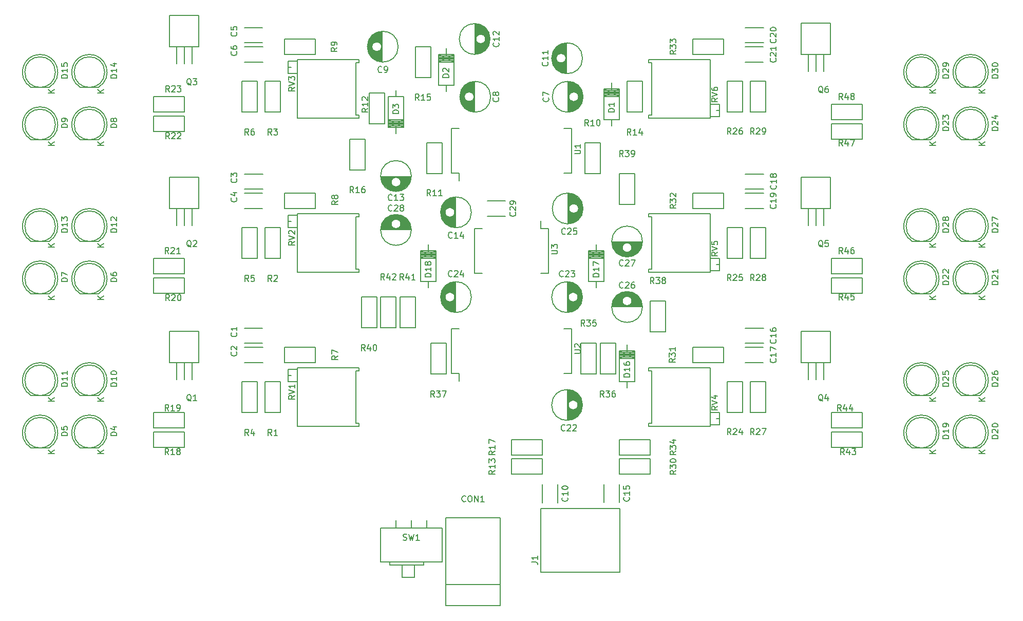
<source format=gbr>
G04 #@! TF.FileFunction,Legend,Top*
%FSLAX46Y46*%
G04 Gerber Fmt 4.6, Leading zero omitted, Abs format (unit mm)*
G04 Created by KiCad (PCBNEW 4.0.3-stable) date 10/01/16 01:25:36*
%MOMM*%
%LPD*%
G01*
G04 APERTURE LIST*
%ADD10C,0.100000*%
%ADD11C,0.150000*%
G04 APERTURE END LIST*
D10*
D11*
X178867735Y-115441177D02*
X178867735Y-110361177D01*
X178867735Y-110361177D02*
X181407735Y-110361177D01*
X181407735Y-110361177D02*
X181407735Y-115441177D01*
X181407735Y-115441177D02*
X178867735Y-115441177D01*
X133392735Y-108956177D02*
X134662735Y-108956177D01*
X133392735Y-101606177D02*
X134662735Y-101606177D01*
X153222735Y-101606177D02*
X151952735Y-101606177D01*
X153222735Y-108956177D02*
X151952735Y-108956177D01*
X133392735Y-108956177D02*
X133392735Y-101606177D01*
X153222735Y-108956177D02*
X153222735Y-101606177D01*
X134662735Y-108956177D02*
X134662735Y-110241177D01*
X102242735Y-103991177D02*
X99242735Y-103991177D01*
X99242735Y-101491177D02*
X102242735Y-101491177D01*
X102282735Y-107166177D02*
X99282735Y-107166177D01*
X99282735Y-104666177D02*
X102282735Y-104666177D01*
X102282735Y-78591177D02*
X99282735Y-78591177D01*
X99282735Y-76091177D02*
X102282735Y-76091177D01*
X102242735Y-81766177D02*
X99242735Y-81766177D01*
X99242735Y-79266177D02*
X102242735Y-79266177D01*
X102242735Y-54461177D02*
X99242735Y-54461177D01*
X99242735Y-51961177D02*
X102242735Y-51961177D01*
X102282735Y-57636177D02*
X99282735Y-57636177D01*
X99282735Y-55136177D02*
X102282735Y-55136177D01*
X152637735Y-60872177D02*
X152637735Y-65870177D01*
X152777735Y-60880177D02*
X152777735Y-63217177D01*
X152777735Y-63525177D02*
X152777735Y-65862177D01*
X152917735Y-60896177D02*
X152917735Y-62898177D01*
X152917735Y-63844177D02*
X152917735Y-65846177D01*
X153057735Y-60920177D02*
X153057735Y-62751177D01*
X153057735Y-63991177D02*
X153057735Y-65822177D01*
X153197735Y-60953177D02*
X153197735Y-62659177D01*
X153197735Y-64083177D02*
X153197735Y-65789177D01*
X153337735Y-60994177D02*
X153337735Y-62603177D01*
X153337735Y-64139177D02*
X153337735Y-65748177D01*
X153477735Y-61044177D02*
X153477735Y-62576177D01*
X153477735Y-64166177D02*
X153477735Y-65698177D01*
X153617735Y-61105177D02*
X153617735Y-62573177D01*
X153617735Y-64169177D02*
X153617735Y-65637177D01*
X153757735Y-61175177D02*
X153757735Y-62595177D01*
X153757735Y-64147177D02*
X153757735Y-65567177D01*
X153897735Y-61257177D02*
X153897735Y-62645177D01*
X153897735Y-64097177D02*
X153897735Y-65485177D01*
X154037735Y-61352177D02*
X154037735Y-62727177D01*
X154037735Y-64015177D02*
X154037735Y-65390177D01*
X154177735Y-61463177D02*
X154177735Y-62859177D01*
X154177735Y-63883177D02*
X154177735Y-65279177D01*
X154317735Y-61591177D02*
X154317735Y-63106177D01*
X154317735Y-63636177D02*
X154317735Y-65151177D01*
X154457735Y-61740177D02*
X154457735Y-65002177D01*
X154597735Y-61919177D02*
X154597735Y-64823177D01*
X154737735Y-62138177D02*
X154737735Y-64604177D01*
X154877735Y-62427177D02*
X154877735Y-64315177D01*
X155017735Y-62899177D02*
X155017735Y-63843177D01*
X154362735Y-63371177D02*
G75*
G03X154362735Y-63371177I-800000J0D01*
G01*
X155100235Y-63371177D02*
G75*
G03X155100235Y-63371177I-2537500J0D01*
G01*
X137247735Y-65870177D02*
X137247735Y-60872177D01*
X137107735Y-65862177D02*
X137107735Y-63525177D01*
X137107735Y-63217177D02*
X137107735Y-60880177D01*
X136967735Y-65846177D02*
X136967735Y-63844177D01*
X136967735Y-62898177D02*
X136967735Y-60896177D01*
X136827735Y-65822177D02*
X136827735Y-63991177D01*
X136827735Y-62751177D02*
X136827735Y-60920177D01*
X136687735Y-65789177D02*
X136687735Y-64083177D01*
X136687735Y-62659177D02*
X136687735Y-60953177D01*
X136547735Y-65748177D02*
X136547735Y-64139177D01*
X136547735Y-62603177D02*
X136547735Y-60994177D01*
X136407735Y-65698177D02*
X136407735Y-64166177D01*
X136407735Y-62576177D02*
X136407735Y-61044177D01*
X136267735Y-65637177D02*
X136267735Y-64169177D01*
X136267735Y-62573177D02*
X136267735Y-61105177D01*
X136127735Y-65567177D02*
X136127735Y-64147177D01*
X136127735Y-62595177D02*
X136127735Y-61175177D01*
X135987735Y-65485177D02*
X135987735Y-64097177D01*
X135987735Y-62645177D02*
X135987735Y-61257177D01*
X135847735Y-65390177D02*
X135847735Y-64015177D01*
X135847735Y-62727177D02*
X135847735Y-61352177D01*
X135707735Y-65279177D02*
X135707735Y-63883177D01*
X135707735Y-62859177D02*
X135707735Y-61463177D01*
X135567735Y-65151177D02*
X135567735Y-63636177D01*
X135567735Y-63106177D02*
X135567735Y-61591177D01*
X135427735Y-65002177D02*
X135427735Y-61740177D01*
X135287735Y-64823177D02*
X135287735Y-61919177D01*
X135147735Y-64604177D02*
X135147735Y-62138177D01*
X135007735Y-64315177D02*
X135007735Y-62427177D01*
X134867735Y-63843177D02*
X134867735Y-62899177D01*
X137122735Y-63371177D02*
G75*
G03X137122735Y-63371177I-800000J0D01*
G01*
X139860235Y-63371177D02*
G75*
G03X139860235Y-63371177I-2537500J0D01*
G01*
X122007735Y-57615177D02*
X122007735Y-52617177D01*
X121867735Y-57607177D02*
X121867735Y-55270177D01*
X121867735Y-54962177D02*
X121867735Y-52625177D01*
X121727735Y-57591177D02*
X121727735Y-55589177D01*
X121727735Y-54643177D02*
X121727735Y-52641177D01*
X121587735Y-57567177D02*
X121587735Y-55736177D01*
X121587735Y-54496177D02*
X121587735Y-52665177D01*
X121447735Y-57534177D02*
X121447735Y-55828177D01*
X121447735Y-54404177D02*
X121447735Y-52698177D01*
X121307735Y-57493177D02*
X121307735Y-55884177D01*
X121307735Y-54348177D02*
X121307735Y-52739177D01*
X121167735Y-57443177D02*
X121167735Y-55911177D01*
X121167735Y-54321177D02*
X121167735Y-52789177D01*
X121027735Y-57382177D02*
X121027735Y-55914177D01*
X121027735Y-54318177D02*
X121027735Y-52850177D01*
X120887735Y-57312177D02*
X120887735Y-55892177D01*
X120887735Y-54340177D02*
X120887735Y-52920177D01*
X120747735Y-57230177D02*
X120747735Y-55842177D01*
X120747735Y-54390177D02*
X120747735Y-53002177D01*
X120607735Y-57135177D02*
X120607735Y-55760177D01*
X120607735Y-54472177D02*
X120607735Y-53097177D01*
X120467735Y-57024177D02*
X120467735Y-55628177D01*
X120467735Y-54604177D02*
X120467735Y-53208177D01*
X120327735Y-56896177D02*
X120327735Y-55381177D01*
X120327735Y-54851177D02*
X120327735Y-53336177D01*
X120187735Y-56747177D02*
X120187735Y-53485177D01*
X120047735Y-56568177D02*
X120047735Y-53664177D01*
X119907735Y-56349177D02*
X119907735Y-53883177D01*
X119767735Y-56060177D02*
X119767735Y-54172177D01*
X119627735Y-55588177D02*
X119627735Y-54644177D01*
X121882735Y-55116177D02*
G75*
G03X121882735Y-55116177I-800000J0D01*
G01*
X124620235Y-55116177D02*
G75*
G03X124620235Y-55116177I-2537500J0D01*
G01*
X150907735Y-127296177D02*
X150907735Y-130296177D01*
X148407735Y-130296177D02*
X148407735Y-127296177D01*
X152392735Y-59520177D02*
X152392735Y-54522177D01*
X152252735Y-59512177D02*
X152252735Y-57175177D01*
X152252735Y-56867177D02*
X152252735Y-54530177D01*
X152112735Y-59496177D02*
X152112735Y-57494177D01*
X152112735Y-56548177D02*
X152112735Y-54546177D01*
X151972735Y-59472177D02*
X151972735Y-57641177D01*
X151972735Y-56401177D02*
X151972735Y-54570177D01*
X151832735Y-59439177D02*
X151832735Y-57733177D01*
X151832735Y-56309177D02*
X151832735Y-54603177D01*
X151692735Y-59398177D02*
X151692735Y-57789177D01*
X151692735Y-56253177D02*
X151692735Y-54644177D01*
X151552735Y-59348177D02*
X151552735Y-57816177D01*
X151552735Y-56226177D02*
X151552735Y-54694177D01*
X151412735Y-59287177D02*
X151412735Y-57819177D01*
X151412735Y-56223177D02*
X151412735Y-54755177D01*
X151272735Y-59217177D02*
X151272735Y-57797177D01*
X151272735Y-56245177D02*
X151272735Y-54825177D01*
X151132735Y-59135177D02*
X151132735Y-57747177D01*
X151132735Y-56295177D02*
X151132735Y-54907177D01*
X150992735Y-59040177D02*
X150992735Y-57665177D01*
X150992735Y-56377177D02*
X150992735Y-55002177D01*
X150852735Y-58929177D02*
X150852735Y-57533177D01*
X150852735Y-56509177D02*
X150852735Y-55113177D01*
X150712735Y-58801177D02*
X150712735Y-57286177D01*
X150712735Y-56756177D02*
X150712735Y-55241177D01*
X150572735Y-58652177D02*
X150572735Y-55390177D01*
X150432735Y-58473177D02*
X150432735Y-55569177D01*
X150292735Y-58254177D02*
X150292735Y-55788177D01*
X150152735Y-57965177D02*
X150152735Y-56077177D01*
X150012735Y-57493177D02*
X150012735Y-56549177D01*
X152267735Y-57021177D02*
G75*
G03X152267735Y-57021177I-800000J0D01*
G01*
X155005235Y-57021177D02*
G75*
G03X155005235Y-57021177I-2537500J0D01*
G01*
X137302735Y-51347177D02*
X137302735Y-56345177D01*
X137442735Y-51355177D02*
X137442735Y-53692177D01*
X137442735Y-54000177D02*
X137442735Y-56337177D01*
X137582735Y-51371177D02*
X137582735Y-53373177D01*
X137582735Y-54319177D02*
X137582735Y-56321177D01*
X137722735Y-51395177D02*
X137722735Y-53226177D01*
X137722735Y-54466177D02*
X137722735Y-56297177D01*
X137862735Y-51428177D02*
X137862735Y-53134177D01*
X137862735Y-54558177D02*
X137862735Y-56264177D01*
X138002735Y-51469177D02*
X138002735Y-53078177D01*
X138002735Y-54614177D02*
X138002735Y-56223177D01*
X138142735Y-51519177D02*
X138142735Y-53051177D01*
X138142735Y-54641177D02*
X138142735Y-56173177D01*
X138282735Y-51580177D02*
X138282735Y-53048177D01*
X138282735Y-54644177D02*
X138282735Y-56112177D01*
X138422735Y-51650177D02*
X138422735Y-53070177D01*
X138422735Y-54622177D02*
X138422735Y-56042177D01*
X138562735Y-51732177D02*
X138562735Y-53120177D01*
X138562735Y-54572177D02*
X138562735Y-55960177D01*
X138702735Y-51827177D02*
X138702735Y-53202177D01*
X138702735Y-54490177D02*
X138702735Y-55865177D01*
X138842735Y-51938177D02*
X138842735Y-53334177D01*
X138842735Y-54358177D02*
X138842735Y-55754177D01*
X138982735Y-52066177D02*
X138982735Y-53581177D01*
X138982735Y-54111177D02*
X138982735Y-55626177D01*
X139122735Y-52215177D02*
X139122735Y-55477177D01*
X139262735Y-52394177D02*
X139262735Y-55298177D01*
X139402735Y-52613177D02*
X139402735Y-55079177D01*
X139542735Y-52902177D02*
X139542735Y-54790177D01*
X139682735Y-53374177D02*
X139682735Y-54318177D01*
X139027735Y-53846177D02*
G75*
G03X139027735Y-53846177I-800000J0D01*
G01*
X139765235Y-53846177D02*
G75*
G03X139765235Y-53846177I-2537500J0D01*
G01*
X126756735Y-76511177D02*
X121758735Y-76511177D01*
X126748735Y-76651177D02*
X124411735Y-76651177D01*
X124103735Y-76651177D02*
X121766735Y-76651177D01*
X126732735Y-76791177D02*
X124730735Y-76791177D01*
X123784735Y-76791177D02*
X121782735Y-76791177D01*
X126708735Y-76931177D02*
X124877735Y-76931177D01*
X123637735Y-76931177D02*
X121806735Y-76931177D01*
X126675735Y-77071177D02*
X124969735Y-77071177D01*
X123545735Y-77071177D02*
X121839735Y-77071177D01*
X126634735Y-77211177D02*
X125025735Y-77211177D01*
X123489735Y-77211177D02*
X121880735Y-77211177D01*
X126584735Y-77351177D02*
X125052735Y-77351177D01*
X123462735Y-77351177D02*
X121930735Y-77351177D01*
X126523735Y-77491177D02*
X125055735Y-77491177D01*
X123459735Y-77491177D02*
X121991735Y-77491177D01*
X126453735Y-77631177D02*
X125033735Y-77631177D01*
X123481735Y-77631177D02*
X122061735Y-77631177D01*
X126371735Y-77771177D02*
X124983735Y-77771177D01*
X123531735Y-77771177D02*
X122143735Y-77771177D01*
X126276735Y-77911177D02*
X124901735Y-77911177D01*
X123613735Y-77911177D02*
X122238735Y-77911177D01*
X126165735Y-78051177D02*
X124769735Y-78051177D01*
X123745735Y-78051177D02*
X122349735Y-78051177D01*
X126037735Y-78191177D02*
X124522735Y-78191177D01*
X123992735Y-78191177D02*
X122477735Y-78191177D01*
X125888735Y-78331177D02*
X122626735Y-78331177D01*
X125709735Y-78471177D02*
X122805735Y-78471177D01*
X125490735Y-78611177D02*
X123024735Y-78611177D01*
X125201735Y-78751177D02*
X123313735Y-78751177D01*
X124729735Y-78891177D02*
X123785735Y-78891177D01*
X125057735Y-77436177D02*
G75*
G03X125057735Y-77436177I-800000J0D01*
G01*
X126795235Y-76436177D02*
G75*
G03X126795235Y-76436177I-2537500J0D01*
G01*
X134072735Y-84920177D02*
X134072735Y-79922177D01*
X133932735Y-84912177D02*
X133932735Y-82575177D01*
X133932735Y-82267177D02*
X133932735Y-79930177D01*
X133792735Y-84896177D02*
X133792735Y-82894177D01*
X133792735Y-81948177D02*
X133792735Y-79946177D01*
X133652735Y-84872177D02*
X133652735Y-83041177D01*
X133652735Y-81801177D02*
X133652735Y-79970177D01*
X133512735Y-84839177D02*
X133512735Y-83133177D01*
X133512735Y-81709177D02*
X133512735Y-80003177D01*
X133372735Y-84798177D02*
X133372735Y-83189177D01*
X133372735Y-81653177D02*
X133372735Y-80044177D01*
X133232735Y-84748177D02*
X133232735Y-83216177D01*
X133232735Y-81626177D02*
X133232735Y-80094177D01*
X133092735Y-84687177D02*
X133092735Y-83219177D01*
X133092735Y-81623177D02*
X133092735Y-80155177D01*
X132952735Y-84617177D02*
X132952735Y-83197177D01*
X132952735Y-81645177D02*
X132952735Y-80225177D01*
X132812735Y-84535177D02*
X132812735Y-83147177D01*
X132812735Y-81695177D02*
X132812735Y-80307177D01*
X132672735Y-84440177D02*
X132672735Y-83065177D01*
X132672735Y-81777177D02*
X132672735Y-80402177D01*
X132532735Y-84329177D02*
X132532735Y-82933177D01*
X132532735Y-81909177D02*
X132532735Y-80513177D01*
X132392735Y-84201177D02*
X132392735Y-82686177D01*
X132392735Y-82156177D02*
X132392735Y-80641177D01*
X132252735Y-84052177D02*
X132252735Y-80790177D01*
X132112735Y-83873177D02*
X132112735Y-80969177D01*
X131972735Y-83654177D02*
X131972735Y-81188177D01*
X131832735Y-83365177D02*
X131832735Y-81477177D01*
X131692735Y-82893177D02*
X131692735Y-81949177D01*
X133947735Y-82421177D02*
G75*
G03X133947735Y-82421177I-800000J0D01*
G01*
X136685235Y-82421177D02*
G75*
G03X136685235Y-82421177I-2537500J0D01*
G01*
X161067735Y-127256177D02*
X161067735Y-130256177D01*
X158567735Y-130256177D02*
X158567735Y-127256177D01*
X181832735Y-101491177D02*
X184832735Y-101491177D01*
X184832735Y-103991177D02*
X181832735Y-103991177D01*
X181792735Y-104666177D02*
X184792735Y-104666177D01*
X184792735Y-107166177D02*
X181792735Y-107166177D01*
X181832735Y-76091177D02*
X184832735Y-76091177D01*
X184832735Y-78591177D02*
X181832735Y-78591177D01*
X181832735Y-79266177D02*
X184832735Y-79266177D01*
X184832735Y-81766177D02*
X181832735Y-81766177D01*
X181832735Y-51961177D02*
X184832735Y-51961177D01*
X184832735Y-54461177D02*
X181832735Y-54461177D01*
X181792735Y-55136177D02*
X184792735Y-55136177D01*
X184792735Y-57636177D02*
X181792735Y-57636177D01*
X152542735Y-111672177D02*
X152542735Y-116670177D01*
X152682735Y-111680177D02*
X152682735Y-114017177D01*
X152682735Y-114325177D02*
X152682735Y-116662177D01*
X152822735Y-111696177D02*
X152822735Y-113698177D01*
X152822735Y-114644177D02*
X152822735Y-116646177D01*
X152962735Y-111720177D02*
X152962735Y-113551177D01*
X152962735Y-114791177D02*
X152962735Y-116622177D01*
X153102735Y-111753177D02*
X153102735Y-113459177D01*
X153102735Y-114883177D02*
X153102735Y-116589177D01*
X153242735Y-111794177D02*
X153242735Y-113403177D01*
X153242735Y-114939177D02*
X153242735Y-116548177D01*
X153382735Y-111844177D02*
X153382735Y-113376177D01*
X153382735Y-114966177D02*
X153382735Y-116498177D01*
X153522735Y-111905177D02*
X153522735Y-113373177D01*
X153522735Y-114969177D02*
X153522735Y-116437177D01*
X153662735Y-111975177D02*
X153662735Y-113395177D01*
X153662735Y-114947177D02*
X153662735Y-116367177D01*
X153802735Y-112057177D02*
X153802735Y-113445177D01*
X153802735Y-114897177D02*
X153802735Y-116285177D01*
X153942735Y-112152177D02*
X153942735Y-113527177D01*
X153942735Y-114815177D02*
X153942735Y-116190177D01*
X154082735Y-112263177D02*
X154082735Y-113659177D01*
X154082735Y-114683177D02*
X154082735Y-116079177D01*
X154222735Y-112391177D02*
X154222735Y-113906177D01*
X154222735Y-114436177D02*
X154222735Y-115951177D01*
X154362735Y-112540177D02*
X154362735Y-115802177D01*
X154502735Y-112719177D02*
X154502735Y-115623177D01*
X154642735Y-112938177D02*
X154642735Y-115404177D01*
X154782735Y-113227177D02*
X154782735Y-115115177D01*
X154922735Y-113699177D02*
X154922735Y-114643177D01*
X154267735Y-114171177D02*
G75*
G03X154267735Y-114171177I-800000J0D01*
G01*
X155005235Y-114171177D02*
G75*
G03X155005235Y-114171177I-2537500J0D01*
G01*
X152542735Y-93892177D02*
X152542735Y-98890177D01*
X152682735Y-93900177D02*
X152682735Y-96237177D01*
X152682735Y-96545177D02*
X152682735Y-98882177D01*
X152822735Y-93916177D02*
X152822735Y-95918177D01*
X152822735Y-96864177D02*
X152822735Y-98866177D01*
X152962735Y-93940177D02*
X152962735Y-95771177D01*
X152962735Y-97011177D02*
X152962735Y-98842177D01*
X153102735Y-93973177D02*
X153102735Y-95679177D01*
X153102735Y-97103177D02*
X153102735Y-98809177D01*
X153242735Y-94014177D02*
X153242735Y-95623177D01*
X153242735Y-97159177D02*
X153242735Y-98768177D01*
X153382735Y-94064177D02*
X153382735Y-95596177D01*
X153382735Y-97186177D02*
X153382735Y-98718177D01*
X153522735Y-94125177D02*
X153522735Y-95593177D01*
X153522735Y-97189177D02*
X153522735Y-98657177D01*
X153662735Y-94195177D02*
X153662735Y-95615177D01*
X153662735Y-97167177D02*
X153662735Y-98587177D01*
X153802735Y-94277177D02*
X153802735Y-95665177D01*
X153802735Y-97117177D02*
X153802735Y-98505177D01*
X153942735Y-94372177D02*
X153942735Y-95747177D01*
X153942735Y-97035177D02*
X153942735Y-98410177D01*
X154082735Y-94483177D02*
X154082735Y-95879177D01*
X154082735Y-96903177D02*
X154082735Y-98299177D01*
X154222735Y-94611177D02*
X154222735Y-96126177D01*
X154222735Y-96656177D02*
X154222735Y-98171177D01*
X154362735Y-94760177D02*
X154362735Y-98022177D01*
X154502735Y-94939177D02*
X154502735Y-97843177D01*
X154642735Y-95158177D02*
X154642735Y-97624177D01*
X154782735Y-95447177D02*
X154782735Y-97335177D01*
X154922735Y-95919177D02*
X154922735Y-96863177D01*
X154267735Y-96391177D02*
G75*
G03X154267735Y-96391177I-800000J0D01*
G01*
X155005235Y-96391177D02*
G75*
G03X155005235Y-96391177I-2537500J0D01*
G01*
X134072735Y-98890177D02*
X134072735Y-93892177D01*
X133932735Y-98882177D02*
X133932735Y-96545177D01*
X133932735Y-96237177D02*
X133932735Y-93900177D01*
X133792735Y-98866177D02*
X133792735Y-96864177D01*
X133792735Y-95918177D02*
X133792735Y-93916177D01*
X133652735Y-98842177D02*
X133652735Y-97011177D01*
X133652735Y-95771177D02*
X133652735Y-93940177D01*
X133512735Y-98809177D02*
X133512735Y-97103177D01*
X133512735Y-95679177D02*
X133512735Y-93973177D01*
X133372735Y-98768177D02*
X133372735Y-97159177D01*
X133372735Y-95623177D02*
X133372735Y-94014177D01*
X133232735Y-98718177D02*
X133232735Y-97186177D01*
X133232735Y-95596177D02*
X133232735Y-94064177D01*
X133092735Y-98657177D02*
X133092735Y-97189177D01*
X133092735Y-95593177D02*
X133092735Y-94125177D01*
X132952735Y-98587177D02*
X132952735Y-97167177D01*
X132952735Y-95615177D02*
X132952735Y-94195177D01*
X132812735Y-98505177D02*
X132812735Y-97117177D01*
X132812735Y-95665177D02*
X132812735Y-94277177D01*
X132672735Y-98410177D02*
X132672735Y-97035177D01*
X132672735Y-95747177D02*
X132672735Y-94372177D01*
X132532735Y-98299177D02*
X132532735Y-96903177D01*
X132532735Y-95879177D02*
X132532735Y-94483177D01*
X132392735Y-98171177D02*
X132392735Y-96656177D01*
X132392735Y-96126177D02*
X132392735Y-94611177D01*
X132252735Y-98022177D02*
X132252735Y-94760177D01*
X132112735Y-97843177D02*
X132112735Y-94939177D01*
X131972735Y-97624177D02*
X131972735Y-95158177D01*
X131832735Y-97335177D02*
X131832735Y-95447177D01*
X131692735Y-96863177D02*
X131692735Y-95919177D01*
X133947735Y-96391177D02*
G75*
G03X133947735Y-96391177I-800000J0D01*
G01*
X136685235Y-96391177D02*
G75*
G03X136685235Y-96391177I-2537500J0D01*
G01*
X152637735Y-79287177D02*
X152637735Y-84285177D01*
X152777735Y-79295177D02*
X152777735Y-81632177D01*
X152777735Y-81940177D02*
X152777735Y-84277177D01*
X152917735Y-79311177D02*
X152917735Y-81313177D01*
X152917735Y-82259177D02*
X152917735Y-84261177D01*
X153057735Y-79335177D02*
X153057735Y-81166177D01*
X153057735Y-82406177D02*
X153057735Y-84237177D01*
X153197735Y-79368177D02*
X153197735Y-81074177D01*
X153197735Y-82498177D02*
X153197735Y-84204177D01*
X153337735Y-79409177D02*
X153337735Y-81018177D01*
X153337735Y-82554177D02*
X153337735Y-84163177D01*
X153477735Y-79459177D02*
X153477735Y-80991177D01*
X153477735Y-82581177D02*
X153477735Y-84113177D01*
X153617735Y-79520177D02*
X153617735Y-80988177D01*
X153617735Y-82584177D02*
X153617735Y-84052177D01*
X153757735Y-79590177D02*
X153757735Y-81010177D01*
X153757735Y-82562177D02*
X153757735Y-83982177D01*
X153897735Y-79672177D02*
X153897735Y-81060177D01*
X153897735Y-82512177D02*
X153897735Y-83900177D01*
X154037735Y-79767177D02*
X154037735Y-81142177D01*
X154037735Y-82430177D02*
X154037735Y-83805177D01*
X154177735Y-79878177D02*
X154177735Y-81274177D01*
X154177735Y-82298177D02*
X154177735Y-83694177D01*
X154317735Y-80006177D02*
X154317735Y-81521177D01*
X154317735Y-82051177D02*
X154317735Y-83566177D01*
X154457735Y-80155177D02*
X154457735Y-83417177D01*
X154597735Y-80334177D02*
X154597735Y-83238177D01*
X154737735Y-80553177D02*
X154737735Y-83019177D01*
X154877735Y-80842177D02*
X154877735Y-82730177D01*
X155017735Y-81314177D02*
X155017735Y-82258177D01*
X154362735Y-81786177D02*
G75*
G03X154362735Y-81786177I-800000J0D01*
G01*
X155100235Y-81786177D02*
G75*
G03X155100235Y-81786177I-2537500J0D01*
G01*
X159858735Y-97951177D02*
X164856735Y-97951177D01*
X159866735Y-97811177D02*
X162203735Y-97811177D01*
X162511735Y-97811177D02*
X164848735Y-97811177D01*
X159882735Y-97671177D02*
X161884735Y-97671177D01*
X162830735Y-97671177D02*
X164832735Y-97671177D01*
X159906735Y-97531177D02*
X161737735Y-97531177D01*
X162977735Y-97531177D02*
X164808735Y-97531177D01*
X159939735Y-97391177D02*
X161645735Y-97391177D01*
X163069735Y-97391177D02*
X164775735Y-97391177D01*
X159980735Y-97251177D02*
X161589735Y-97251177D01*
X163125735Y-97251177D02*
X164734735Y-97251177D01*
X160030735Y-97111177D02*
X161562735Y-97111177D01*
X163152735Y-97111177D02*
X164684735Y-97111177D01*
X160091735Y-96971177D02*
X161559735Y-96971177D01*
X163155735Y-96971177D02*
X164623735Y-96971177D01*
X160161735Y-96831177D02*
X161581735Y-96831177D01*
X163133735Y-96831177D02*
X164553735Y-96831177D01*
X160243735Y-96691177D02*
X161631735Y-96691177D01*
X163083735Y-96691177D02*
X164471735Y-96691177D01*
X160338735Y-96551177D02*
X161713735Y-96551177D01*
X163001735Y-96551177D02*
X164376735Y-96551177D01*
X160449735Y-96411177D02*
X161845735Y-96411177D01*
X162869735Y-96411177D02*
X164265735Y-96411177D01*
X160577735Y-96271177D02*
X162092735Y-96271177D01*
X162622735Y-96271177D02*
X164137735Y-96271177D01*
X160726735Y-96131177D02*
X163988735Y-96131177D01*
X160905735Y-95991177D02*
X163809735Y-95991177D01*
X161124735Y-95851177D02*
X163590735Y-95851177D01*
X161413735Y-95711177D02*
X163301735Y-95711177D01*
X161885735Y-95571177D02*
X162829735Y-95571177D01*
X163157735Y-97026177D02*
G75*
G03X163157735Y-97026177I-800000J0D01*
G01*
X164895235Y-98026177D02*
G75*
G03X164895235Y-98026177I-2537500J0D01*
G01*
X164856735Y-87306177D02*
X159858735Y-87306177D01*
X164848735Y-87446177D02*
X162511735Y-87446177D01*
X162203735Y-87446177D02*
X159866735Y-87446177D01*
X164832735Y-87586177D02*
X162830735Y-87586177D01*
X161884735Y-87586177D02*
X159882735Y-87586177D01*
X164808735Y-87726177D02*
X162977735Y-87726177D01*
X161737735Y-87726177D02*
X159906735Y-87726177D01*
X164775735Y-87866177D02*
X163069735Y-87866177D01*
X161645735Y-87866177D02*
X159939735Y-87866177D01*
X164734735Y-88006177D02*
X163125735Y-88006177D01*
X161589735Y-88006177D02*
X159980735Y-88006177D01*
X164684735Y-88146177D02*
X163152735Y-88146177D01*
X161562735Y-88146177D02*
X160030735Y-88146177D01*
X164623735Y-88286177D02*
X163155735Y-88286177D01*
X161559735Y-88286177D02*
X160091735Y-88286177D01*
X164553735Y-88426177D02*
X163133735Y-88426177D01*
X161581735Y-88426177D02*
X160161735Y-88426177D01*
X164471735Y-88566177D02*
X163083735Y-88566177D01*
X161631735Y-88566177D02*
X160243735Y-88566177D01*
X164376735Y-88706177D02*
X163001735Y-88706177D01*
X161713735Y-88706177D02*
X160338735Y-88706177D01*
X164265735Y-88846177D02*
X162869735Y-88846177D01*
X161845735Y-88846177D02*
X160449735Y-88846177D01*
X164137735Y-88986177D02*
X162622735Y-88986177D01*
X162092735Y-88986177D02*
X160577735Y-88986177D01*
X163988735Y-89126177D02*
X160726735Y-89126177D01*
X163809735Y-89266177D02*
X160905735Y-89266177D01*
X163590735Y-89406177D02*
X161124735Y-89406177D01*
X163301735Y-89546177D02*
X161413735Y-89546177D01*
X162829735Y-89686177D02*
X161885735Y-89686177D01*
X163157735Y-88231177D02*
G75*
G03X163157735Y-88231177I-800000J0D01*
G01*
X164895235Y-87231177D02*
G75*
G03X164895235Y-87231177I-2537500J0D01*
G01*
X121758735Y-85251177D02*
X126756735Y-85251177D01*
X121766735Y-85111177D02*
X124103735Y-85111177D01*
X124411735Y-85111177D02*
X126748735Y-85111177D01*
X121782735Y-84971177D02*
X123784735Y-84971177D01*
X124730735Y-84971177D02*
X126732735Y-84971177D01*
X121806735Y-84831177D02*
X123637735Y-84831177D01*
X124877735Y-84831177D02*
X126708735Y-84831177D01*
X121839735Y-84691177D02*
X123545735Y-84691177D01*
X124969735Y-84691177D02*
X126675735Y-84691177D01*
X121880735Y-84551177D02*
X123489735Y-84551177D01*
X125025735Y-84551177D02*
X126634735Y-84551177D01*
X121930735Y-84411177D02*
X123462735Y-84411177D01*
X125052735Y-84411177D02*
X126584735Y-84411177D01*
X121991735Y-84271177D02*
X123459735Y-84271177D01*
X125055735Y-84271177D02*
X126523735Y-84271177D01*
X122061735Y-84131177D02*
X123481735Y-84131177D01*
X125033735Y-84131177D02*
X126453735Y-84131177D01*
X122143735Y-83991177D02*
X123531735Y-83991177D01*
X124983735Y-83991177D02*
X126371735Y-83991177D01*
X122238735Y-83851177D02*
X123613735Y-83851177D01*
X124901735Y-83851177D02*
X126276735Y-83851177D01*
X122349735Y-83711177D02*
X123745735Y-83711177D01*
X124769735Y-83711177D02*
X126165735Y-83711177D01*
X122477735Y-83571177D02*
X123992735Y-83571177D01*
X124522735Y-83571177D02*
X126037735Y-83571177D01*
X122626735Y-83431177D02*
X125888735Y-83431177D01*
X122805735Y-83291177D02*
X125709735Y-83291177D01*
X123024735Y-83151177D02*
X125490735Y-83151177D01*
X123313735Y-83011177D02*
X125201735Y-83011177D01*
X123785735Y-82871177D02*
X124729735Y-82871177D01*
X125057735Y-84326177D02*
G75*
G03X125057735Y-84326177I-800000J0D01*
G01*
X126795235Y-85326177D02*
G75*
G03X126795235Y-85326177I-2537500J0D01*
G01*
X142287735Y-83036177D02*
X139287735Y-83036177D01*
X139287735Y-80536177D02*
X142287735Y-80536177D01*
X132456855Y-143772337D02*
X141458615Y-143772337D01*
X132456855Y-147272457D02*
X141458615Y-147272457D01*
X141458615Y-147272457D02*
X141458615Y-132771597D01*
X141458615Y-132771597D02*
X132456855Y-132771597D01*
X132456855Y-132771597D02*
X132456855Y-147272457D01*
X159817735Y-67181177D02*
X159817735Y-68197177D01*
X159817735Y-62355177D02*
X159817735Y-61085177D01*
X161087735Y-62609177D02*
X158547735Y-62609177D01*
X161087735Y-62863177D02*
X158547735Y-62863177D01*
X161087735Y-63117177D02*
X158547735Y-63117177D01*
X161087735Y-62355177D02*
X158547735Y-62355177D01*
X161087735Y-63371177D02*
X158547735Y-62101177D01*
X161087735Y-62101177D02*
X158547735Y-63371177D01*
X161087735Y-63371177D02*
X158547735Y-63371177D01*
X161087735Y-62736177D02*
X158547735Y-62736177D01*
X158547735Y-62101177D02*
X161087735Y-62101177D01*
X161087735Y-62101177D02*
X161087735Y-67181177D01*
X161087735Y-67181177D02*
X158547735Y-67181177D01*
X158547735Y-67181177D02*
X158547735Y-62101177D01*
X132512735Y-61466177D02*
X132512735Y-62482177D01*
X132512735Y-56640177D02*
X132512735Y-55370177D01*
X133782735Y-56894177D02*
X131242735Y-56894177D01*
X133782735Y-57148177D02*
X131242735Y-57148177D01*
X133782735Y-57402177D02*
X131242735Y-57402177D01*
X133782735Y-56640177D02*
X131242735Y-56640177D01*
X133782735Y-57656177D02*
X131242735Y-56386177D01*
X133782735Y-56386177D02*
X131242735Y-57656177D01*
X133782735Y-57656177D02*
X131242735Y-57656177D01*
X133782735Y-57021177D02*
X131242735Y-57021177D01*
X131242735Y-56386177D02*
X133782735Y-56386177D01*
X133782735Y-56386177D02*
X133782735Y-61466177D01*
X133782735Y-61466177D02*
X131242735Y-61466177D01*
X131242735Y-61466177D02*
X131242735Y-56386177D01*
X124255195Y-63371177D02*
X124255195Y-62355177D01*
X124255195Y-68197177D02*
X124255195Y-69467177D01*
X122985195Y-67943177D02*
X125525195Y-67943177D01*
X122985195Y-67689177D02*
X125525195Y-67689177D01*
X122985195Y-67435177D02*
X125525195Y-67435177D01*
X122985195Y-68197177D02*
X125525195Y-68197177D01*
X122985195Y-67181177D02*
X125525195Y-68451177D01*
X122985195Y-68451177D02*
X125525195Y-67181177D01*
X122985195Y-67181177D02*
X125525195Y-67181177D01*
X122985195Y-67816177D02*
X125525195Y-67816177D01*
X125525195Y-68451177D02*
X122985195Y-68451177D01*
X122985195Y-68451177D02*
X122985195Y-63371177D01*
X122985195Y-63371177D02*
X125525195Y-63371177D01*
X125525195Y-63371177D02*
X125525195Y-68451177D01*
X75236639Y-121228065D02*
G75*
G03X72211735Y-121243177I-1524904J2484888D01*
G01*
X75211735Y-121243177D02*
X72211735Y-121243177D01*
X76229671Y-118743177D02*
G75*
G03X76229671Y-118743177I-2517936J0D01*
G01*
X67108639Y-121228065D02*
G75*
G03X64083735Y-121243177I-1524904J2484888D01*
G01*
X67083735Y-121243177D02*
X64083735Y-121243177D01*
X68101671Y-118743177D02*
G75*
G03X68101671Y-118743177I-2517936J0D01*
G01*
X75236639Y-95828065D02*
G75*
G03X72211735Y-95843177I-1524904J2484888D01*
G01*
X75211735Y-95843177D02*
X72211735Y-95843177D01*
X76229671Y-93343177D02*
G75*
G03X76229671Y-93343177I-2517936J0D01*
G01*
X67108639Y-95828065D02*
G75*
G03X64083735Y-95843177I-1524904J2484888D01*
G01*
X67083735Y-95843177D02*
X64083735Y-95843177D01*
X68101671Y-93343177D02*
G75*
G03X68101671Y-93343177I-2517936J0D01*
G01*
X75236639Y-70428065D02*
G75*
G03X72211735Y-70443177I-1524904J2484888D01*
G01*
X75211735Y-70443177D02*
X72211735Y-70443177D01*
X76229671Y-67943177D02*
G75*
G03X76229671Y-67943177I-2517936J0D01*
G01*
X67108639Y-70428065D02*
G75*
G03X64083735Y-70443177I-1524904J2484888D01*
G01*
X67083735Y-70443177D02*
X64083735Y-70443177D01*
X68101671Y-67943177D02*
G75*
G03X68101671Y-67943177I-2517936J0D01*
G01*
X75236639Y-112592065D02*
G75*
G03X72211735Y-112607177I-1524904J2484888D01*
G01*
X75211735Y-112607177D02*
X72211735Y-112607177D01*
X76229671Y-110107177D02*
G75*
G03X76229671Y-110107177I-2517936J0D01*
G01*
X67108639Y-112592065D02*
G75*
G03X64083735Y-112607177I-1524904J2484888D01*
G01*
X67083735Y-112607177D02*
X64083735Y-112607177D01*
X68101671Y-110107177D02*
G75*
G03X68101671Y-110107177I-2517936J0D01*
G01*
X75236639Y-87192065D02*
G75*
G03X72211735Y-87207177I-1524904J2484888D01*
G01*
X75211735Y-87207177D02*
X72211735Y-87207177D01*
X76229671Y-84707177D02*
G75*
G03X76229671Y-84707177I-2517936J0D01*
G01*
X67108639Y-87192065D02*
G75*
G03X64083735Y-87207177I-1524904J2484888D01*
G01*
X67083735Y-87207177D02*
X64083735Y-87207177D01*
X68101671Y-84707177D02*
G75*
G03X68101671Y-84707177I-2517936J0D01*
G01*
X75236639Y-61792065D02*
G75*
G03X72211735Y-61807177I-1524904J2484888D01*
G01*
X75211735Y-61807177D02*
X72211735Y-61807177D01*
X76229671Y-59307177D02*
G75*
G03X76229671Y-59307177I-2517936J0D01*
G01*
X67108639Y-61792065D02*
G75*
G03X64083735Y-61807177I-1524904J2484888D01*
G01*
X67083735Y-61807177D02*
X64083735Y-61807177D01*
X68101671Y-59307177D02*
G75*
G03X68101671Y-59307177I-2517936J0D01*
G01*
X162357735Y-110361177D02*
X162357735Y-111377177D01*
X162357735Y-105535177D02*
X162357735Y-104265177D01*
X163627735Y-105789177D02*
X161087735Y-105789177D01*
X163627735Y-106043177D02*
X161087735Y-106043177D01*
X163627735Y-106297177D02*
X161087735Y-106297177D01*
X163627735Y-105535177D02*
X161087735Y-105535177D01*
X163627735Y-106551177D02*
X161087735Y-105281177D01*
X163627735Y-105281177D02*
X161087735Y-106551177D01*
X163627735Y-106551177D02*
X161087735Y-106551177D01*
X163627735Y-105916177D02*
X161087735Y-105916177D01*
X161087735Y-105281177D02*
X163627735Y-105281177D01*
X163627735Y-105281177D02*
X163627735Y-110361177D01*
X163627735Y-110361177D02*
X161087735Y-110361177D01*
X161087735Y-110361177D02*
X161087735Y-105281177D01*
X157280275Y-93851177D02*
X157280275Y-94867177D01*
X157280275Y-89025177D02*
X157280275Y-87755177D01*
X158550275Y-89279177D02*
X156010275Y-89279177D01*
X158550275Y-89533177D02*
X156010275Y-89533177D01*
X158550275Y-89787177D02*
X156010275Y-89787177D01*
X158550275Y-89025177D02*
X156010275Y-89025177D01*
X158550275Y-90041177D02*
X156010275Y-88771177D01*
X158550275Y-88771177D02*
X156010275Y-90041177D01*
X158550275Y-90041177D02*
X156010275Y-90041177D01*
X158550275Y-89406177D02*
X156010275Y-89406177D01*
X156010275Y-88771177D02*
X158550275Y-88771177D01*
X158550275Y-88771177D02*
X158550275Y-93851177D01*
X158550275Y-93851177D02*
X156010275Y-93851177D01*
X156010275Y-93851177D02*
X156010275Y-88771177D01*
X129594275Y-93851177D02*
X129594275Y-94867177D01*
X129594275Y-89025177D02*
X129594275Y-87755177D01*
X130864275Y-89279177D02*
X128324275Y-89279177D01*
X130864275Y-89533177D02*
X128324275Y-89533177D01*
X130864275Y-89787177D02*
X128324275Y-89787177D01*
X130864275Y-89025177D02*
X128324275Y-89025177D01*
X130864275Y-90041177D02*
X128324275Y-88771177D01*
X130864275Y-88771177D02*
X128324275Y-90041177D01*
X130864275Y-90041177D02*
X128324275Y-90041177D01*
X130864275Y-89406177D02*
X128324275Y-89406177D01*
X128324275Y-88771177D02*
X130864275Y-88771177D01*
X130864275Y-88771177D02*
X130864275Y-93851177D01*
X130864275Y-93851177D02*
X128324275Y-93851177D01*
X128324275Y-93851177D02*
X128324275Y-88771177D01*
X212396639Y-121228065D02*
G75*
G03X209371735Y-121243177I-1524904J2484888D01*
G01*
X212371735Y-121243177D02*
X209371735Y-121243177D01*
X213389671Y-118743177D02*
G75*
G03X213389671Y-118743177I-2517936J0D01*
G01*
X220524639Y-121228065D02*
G75*
G03X217499735Y-121243177I-1524904J2484888D01*
G01*
X220499735Y-121243177D02*
X217499735Y-121243177D01*
X221517671Y-118743177D02*
G75*
G03X221517671Y-118743177I-2517936J0D01*
G01*
X220524639Y-95828065D02*
G75*
G03X217499735Y-95843177I-1524904J2484888D01*
G01*
X220499735Y-95843177D02*
X217499735Y-95843177D01*
X221517671Y-93343177D02*
G75*
G03X221517671Y-93343177I-2517936J0D01*
G01*
X212396639Y-95828065D02*
G75*
G03X209371735Y-95843177I-1524904J2484888D01*
G01*
X212371735Y-95843177D02*
X209371735Y-95843177D01*
X213389671Y-93343177D02*
G75*
G03X213389671Y-93343177I-2517936J0D01*
G01*
X212396639Y-70428065D02*
G75*
G03X209371735Y-70443177I-1524904J2484888D01*
G01*
X212371735Y-70443177D02*
X209371735Y-70443177D01*
X213389671Y-67943177D02*
G75*
G03X213389671Y-67943177I-2517936J0D01*
G01*
X220524639Y-70428065D02*
G75*
G03X217499735Y-70443177I-1524904J2484888D01*
G01*
X220499735Y-70443177D02*
X217499735Y-70443177D01*
X221517671Y-67943177D02*
G75*
G03X221517671Y-67943177I-2517936J0D01*
G01*
X212396639Y-112592065D02*
G75*
G03X209371735Y-112607177I-1524904J2484888D01*
G01*
X212371735Y-112607177D02*
X209371735Y-112607177D01*
X213389671Y-110107177D02*
G75*
G03X213389671Y-110107177I-2517936J0D01*
G01*
X220524639Y-112592065D02*
G75*
G03X217499735Y-112607177I-1524904J2484888D01*
G01*
X220499735Y-112607177D02*
X217499735Y-112607177D01*
X221517671Y-110107177D02*
G75*
G03X221517671Y-110107177I-2517936J0D01*
G01*
X220524639Y-87192065D02*
G75*
G03X217499735Y-87207177I-1524904J2484888D01*
G01*
X220499735Y-87207177D02*
X217499735Y-87207177D01*
X221517671Y-84707177D02*
G75*
G03X221517671Y-84707177I-2517936J0D01*
G01*
X212396639Y-87192065D02*
G75*
G03X209371735Y-87207177I-1524904J2484888D01*
G01*
X212371735Y-87207177D02*
X209371735Y-87207177D01*
X213389671Y-84707177D02*
G75*
G03X213389671Y-84707177I-2517936J0D01*
G01*
X212396639Y-61792065D02*
G75*
G03X209371735Y-61807177I-1524904J2484888D01*
G01*
X212371735Y-61807177D02*
X209371735Y-61807177D01*
X213389671Y-59307177D02*
G75*
G03X213389671Y-59307177I-2517936J0D01*
G01*
X220524639Y-61792065D02*
G75*
G03X217499735Y-61807177I-1524904J2484888D01*
G01*
X220499735Y-61807177D02*
X217499735Y-61807177D01*
X221517671Y-59307177D02*
G75*
G03X221517671Y-59307177I-2517936J0D01*
G01*
X161157735Y-131221177D02*
X148157735Y-131221177D01*
X148157735Y-131221177D02*
X148157735Y-141721177D01*
X148157735Y-141721177D02*
X161157735Y-141721177D01*
X161157735Y-141721177D02*
X161157735Y-131221177D01*
X90602735Y-109980177D02*
X90602735Y-107186177D01*
X89332735Y-109980177D02*
X89332735Y-107186177D01*
X88062735Y-109980177D02*
X88062735Y-107186177D01*
X91732735Y-107186177D02*
X86932735Y-107186177D01*
X86932735Y-107186177D02*
X86932735Y-101996177D01*
X86932735Y-101996177D02*
X91732735Y-101996177D01*
X91732735Y-101996177D02*
X91732735Y-107186177D01*
X90602735Y-84580177D02*
X90602735Y-81786177D01*
X89332735Y-84580177D02*
X89332735Y-81786177D01*
X88062735Y-84580177D02*
X88062735Y-81786177D01*
X91732735Y-81786177D02*
X86932735Y-81786177D01*
X86932735Y-81786177D02*
X86932735Y-76596177D01*
X86932735Y-76596177D02*
X91732735Y-76596177D01*
X91732735Y-76596177D02*
X91732735Y-81786177D01*
X90602735Y-57910177D02*
X90602735Y-55116177D01*
X89332735Y-57910177D02*
X89332735Y-55116177D01*
X88062735Y-57910177D02*
X88062735Y-55116177D01*
X91732735Y-55116177D02*
X86932735Y-55116177D01*
X86932735Y-55116177D02*
X86932735Y-49926177D01*
X86932735Y-49926177D02*
X91732735Y-49926177D01*
X91732735Y-49926177D02*
X91732735Y-55116177D01*
X194742735Y-109980177D02*
X194742735Y-107186177D01*
X193472735Y-109980177D02*
X193472735Y-107186177D01*
X192202735Y-109980177D02*
X192202735Y-107186177D01*
X195872735Y-107186177D02*
X191072735Y-107186177D01*
X191072735Y-107186177D02*
X191072735Y-101996177D01*
X191072735Y-101996177D02*
X195872735Y-101996177D01*
X195872735Y-101996177D02*
X195872735Y-107186177D01*
X194742735Y-84580177D02*
X194742735Y-81786177D01*
X193472735Y-84580177D02*
X193472735Y-81786177D01*
X192202735Y-84580177D02*
X192202735Y-81786177D01*
X195872735Y-81786177D02*
X191072735Y-81786177D01*
X191072735Y-81786177D02*
X191072735Y-76596177D01*
X191072735Y-76596177D02*
X195872735Y-76596177D01*
X195872735Y-76596177D02*
X195872735Y-81786177D01*
X194742735Y-59180177D02*
X194742735Y-56386177D01*
X193472735Y-59180177D02*
X193472735Y-56386177D01*
X192202735Y-59180177D02*
X192202735Y-56386177D01*
X195872735Y-56386177D02*
X191072735Y-56386177D01*
X191072735Y-56386177D02*
X191072735Y-51196177D01*
X191072735Y-51196177D02*
X195872735Y-51196177D01*
X195872735Y-51196177D02*
X195872735Y-56386177D01*
X102667735Y-115441177D02*
X102667735Y-110361177D01*
X102667735Y-110361177D02*
X105207735Y-110361177D01*
X105207735Y-110361177D02*
X105207735Y-115441177D01*
X105207735Y-115441177D02*
X102667735Y-115441177D01*
X102667735Y-90041177D02*
X102667735Y-84961177D01*
X102667735Y-84961177D02*
X105207735Y-84961177D01*
X105207735Y-84961177D02*
X105207735Y-90041177D01*
X105207735Y-90041177D02*
X102667735Y-90041177D01*
X102667735Y-65911177D02*
X102667735Y-60831177D01*
X102667735Y-60831177D02*
X105207735Y-60831177D01*
X105207735Y-60831177D02*
X105207735Y-65911177D01*
X105207735Y-65911177D02*
X102667735Y-65911177D01*
X98857735Y-115441177D02*
X98857735Y-110361177D01*
X98857735Y-110361177D02*
X101397735Y-110361177D01*
X101397735Y-110361177D02*
X101397735Y-115441177D01*
X101397735Y-115441177D02*
X98857735Y-115441177D01*
X98857735Y-90041177D02*
X98857735Y-84961177D01*
X98857735Y-84961177D02*
X101397735Y-84961177D01*
X101397735Y-84961177D02*
X101397735Y-90041177D01*
X101397735Y-90041177D02*
X98857735Y-90041177D01*
X98857735Y-65911177D02*
X98857735Y-60831177D01*
X98857735Y-60831177D02*
X101397735Y-60831177D01*
X101397735Y-60831177D02*
X101397735Y-65911177D01*
X101397735Y-65911177D02*
X98857735Y-65911177D01*
X105842735Y-104646177D02*
X110922735Y-104646177D01*
X110922735Y-104646177D02*
X110922735Y-107186177D01*
X110922735Y-107186177D02*
X105842735Y-107186177D01*
X105842735Y-107186177D02*
X105842735Y-104646177D01*
X105842735Y-79246177D02*
X110922735Y-79246177D01*
X110922735Y-79246177D02*
X110922735Y-81786177D01*
X110922735Y-81786177D02*
X105842735Y-81786177D01*
X105842735Y-81786177D02*
X105842735Y-79246177D01*
X105842735Y-53846177D02*
X110922735Y-53846177D01*
X110922735Y-53846177D02*
X110922735Y-56386177D01*
X110922735Y-56386177D02*
X105842735Y-56386177D01*
X105842735Y-56386177D02*
X105842735Y-53846177D01*
X155372735Y-76071177D02*
X155372735Y-70991177D01*
X155372735Y-70991177D02*
X157912735Y-70991177D01*
X157912735Y-70991177D02*
X157912735Y-76071177D01*
X157912735Y-76071177D02*
X155372735Y-76071177D01*
X129337735Y-76071177D02*
X129337735Y-70991177D01*
X129337735Y-70991177D02*
X131877735Y-70991177D01*
X131877735Y-70991177D02*
X131877735Y-76071177D01*
X131877735Y-76071177D02*
X129337735Y-76071177D01*
X119812735Y-67816177D02*
X119812735Y-62736177D01*
X119812735Y-62736177D02*
X122352735Y-62736177D01*
X122352735Y-62736177D02*
X122352735Y-67816177D01*
X122352735Y-67816177D02*
X119812735Y-67816177D01*
X148387735Y-125601177D02*
X143307735Y-125601177D01*
X143307735Y-125601177D02*
X143307735Y-123061177D01*
X143307735Y-123061177D02*
X148387735Y-123061177D01*
X148387735Y-123061177D02*
X148387735Y-125601177D01*
X162357735Y-65911177D02*
X162357735Y-60831177D01*
X162357735Y-60831177D02*
X164897735Y-60831177D01*
X164897735Y-60831177D02*
X164897735Y-65911177D01*
X164897735Y-65911177D02*
X162357735Y-65911177D01*
X127432735Y-60196177D02*
X127432735Y-55116177D01*
X127432735Y-55116177D02*
X129972735Y-55116177D01*
X129972735Y-55116177D02*
X129972735Y-60196177D01*
X129972735Y-60196177D02*
X127432735Y-60196177D01*
X119177735Y-70356177D02*
X119177735Y-75436177D01*
X119177735Y-75436177D02*
X116637735Y-75436177D01*
X116637735Y-75436177D02*
X116637735Y-70356177D01*
X116637735Y-70356177D02*
X119177735Y-70356177D01*
X143307735Y-119886177D02*
X148387735Y-119886177D01*
X148387735Y-119886177D02*
X148387735Y-122426177D01*
X148387735Y-122426177D02*
X143307735Y-122426177D01*
X143307735Y-122426177D02*
X143307735Y-119886177D01*
X84252735Y-118616177D02*
X89332735Y-118616177D01*
X89332735Y-118616177D02*
X89332735Y-121156177D01*
X89332735Y-121156177D02*
X84252735Y-121156177D01*
X84252735Y-121156177D02*
X84252735Y-118616177D01*
X84252735Y-115441177D02*
X89332735Y-115441177D01*
X89332735Y-115441177D02*
X89332735Y-117981177D01*
X89332735Y-117981177D02*
X84252735Y-117981177D01*
X84252735Y-117981177D02*
X84252735Y-115441177D01*
X84252735Y-93216177D02*
X89332735Y-93216177D01*
X89332735Y-93216177D02*
X89332735Y-95756177D01*
X89332735Y-95756177D02*
X84252735Y-95756177D01*
X84252735Y-95756177D02*
X84252735Y-93216177D01*
X84252735Y-90041177D02*
X89332735Y-90041177D01*
X89332735Y-90041177D02*
X89332735Y-92581177D01*
X89332735Y-92581177D02*
X84252735Y-92581177D01*
X84252735Y-92581177D02*
X84252735Y-90041177D01*
X84252735Y-66546177D02*
X89332735Y-66546177D01*
X89332735Y-66546177D02*
X89332735Y-69086177D01*
X89332735Y-69086177D02*
X84252735Y-69086177D01*
X84252735Y-69086177D02*
X84252735Y-66546177D01*
X84252735Y-63371177D02*
X89332735Y-63371177D01*
X89332735Y-63371177D02*
X89332735Y-65911177D01*
X89332735Y-65911177D02*
X84252735Y-65911177D01*
X84252735Y-65911177D02*
X84252735Y-63371177D01*
X178867735Y-90041177D02*
X178867735Y-84961177D01*
X178867735Y-84961177D02*
X181407735Y-84961177D01*
X181407735Y-84961177D02*
X181407735Y-90041177D01*
X181407735Y-90041177D02*
X178867735Y-90041177D01*
X178867735Y-65911177D02*
X178867735Y-60831177D01*
X178867735Y-60831177D02*
X181407735Y-60831177D01*
X181407735Y-60831177D02*
X181407735Y-65911177D01*
X181407735Y-65911177D02*
X178867735Y-65911177D01*
X182677735Y-115441177D02*
X182677735Y-110361177D01*
X182677735Y-110361177D02*
X185217735Y-110361177D01*
X185217735Y-110361177D02*
X185217735Y-115441177D01*
X185217735Y-115441177D02*
X182677735Y-115441177D01*
X182677735Y-90041177D02*
X182677735Y-84961177D01*
X182677735Y-84961177D02*
X185217735Y-84961177D01*
X185217735Y-84961177D02*
X185217735Y-90041177D01*
X185217735Y-90041177D02*
X182677735Y-90041177D01*
X182677735Y-65911177D02*
X182677735Y-60831177D01*
X182677735Y-60831177D02*
X185217735Y-60831177D01*
X185217735Y-60831177D02*
X185217735Y-65911177D01*
X185217735Y-65911177D02*
X182677735Y-65911177D01*
X161087735Y-123061177D02*
X166167735Y-123061177D01*
X166167735Y-123061177D02*
X166167735Y-125601177D01*
X166167735Y-125601177D02*
X161087735Y-125601177D01*
X161087735Y-125601177D02*
X161087735Y-123061177D01*
X178232735Y-107186177D02*
X173152735Y-107186177D01*
X173152735Y-107186177D02*
X173152735Y-104646177D01*
X173152735Y-104646177D02*
X178232735Y-104646177D01*
X178232735Y-104646177D02*
X178232735Y-107186177D01*
X178232735Y-81786177D02*
X173152735Y-81786177D01*
X173152735Y-81786177D02*
X173152735Y-79246177D01*
X173152735Y-79246177D02*
X178232735Y-79246177D01*
X178232735Y-79246177D02*
X178232735Y-81786177D01*
X178232735Y-56386177D02*
X173152735Y-56386177D01*
X173152735Y-56386177D02*
X173152735Y-53846177D01*
X173152735Y-53846177D02*
X178232735Y-53846177D01*
X178232735Y-53846177D02*
X178232735Y-56386177D01*
X166167735Y-122426177D02*
X161087735Y-122426177D01*
X161087735Y-122426177D02*
X161087735Y-119886177D01*
X161087735Y-119886177D02*
X166167735Y-119886177D01*
X166167735Y-119886177D02*
X166167735Y-122426177D01*
X157277735Y-104011177D02*
X157277735Y-109091177D01*
X157277735Y-109091177D02*
X154737735Y-109091177D01*
X154737735Y-109091177D02*
X154737735Y-104011177D01*
X154737735Y-104011177D02*
X157277735Y-104011177D01*
X157912735Y-109091177D02*
X157912735Y-104011177D01*
X157912735Y-104011177D02*
X160452735Y-104011177D01*
X160452735Y-104011177D02*
X160452735Y-109091177D01*
X160452735Y-109091177D02*
X157912735Y-109091177D01*
X129972735Y-109091177D02*
X129972735Y-104011177D01*
X129972735Y-104011177D02*
X132512735Y-104011177D01*
X132512735Y-104011177D02*
X132512735Y-109091177D01*
X132512735Y-109091177D02*
X129972735Y-109091177D01*
X168707735Y-97026177D02*
X168707735Y-102106177D01*
X168707735Y-102106177D02*
X166167735Y-102106177D01*
X166167735Y-102106177D02*
X166167735Y-97026177D01*
X166167735Y-97026177D02*
X168707735Y-97026177D01*
X163627735Y-76071177D02*
X163627735Y-81151177D01*
X163627735Y-81151177D02*
X161087735Y-81151177D01*
X161087735Y-81151177D02*
X161087735Y-76071177D01*
X161087735Y-76071177D02*
X163627735Y-76071177D01*
X118542735Y-101471177D02*
X118542735Y-96391177D01*
X118542735Y-96391177D02*
X121082735Y-96391177D01*
X121082735Y-96391177D02*
X121082735Y-101471177D01*
X121082735Y-101471177D02*
X118542735Y-101471177D01*
X124892735Y-101471177D02*
X124892735Y-96391177D01*
X124892735Y-96391177D02*
X127432735Y-96391177D01*
X127432735Y-96391177D02*
X127432735Y-101471177D01*
X127432735Y-101471177D02*
X124892735Y-101471177D01*
X124257735Y-96391177D02*
X124257735Y-101471177D01*
X124257735Y-101471177D02*
X121717735Y-101471177D01*
X121717735Y-101471177D02*
X121717735Y-96391177D01*
X121717735Y-96391177D02*
X124257735Y-96391177D01*
X201092735Y-121156177D02*
X196012735Y-121156177D01*
X196012735Y-121156177D02*
X196012735Y-118616177D01*
X196012735Y-118616177D02*
X201092735Y-118616177D01*
X201092735Y-118616177D02*
X201092735Y-121156177D01*
X201092735Y-117981177D02*
X196012735Y-117981177D01*
X196012735Y-117981177D02*
X196012735Y-115441177D01*
X196012735Y-115441177D02*
X201092735Y-115441177D01*
X201092735Y-115441177D02*
X201092735Y-117981177D01*
X201092735Y-95756177D02*
X196012735Y-95756177D01*
X196012735Y-95756177D02*
X196012735Y-93216177D01*
X196012735Y-93216177D02*
X201092735Y-93216177D01*
X201092735Y-93216177D02*
X201092735Y-95756177D01*
X196012735Y-90041177D02*
X201092735Y-90041177D01*
X201092735Y-90041177D02*
X201092735Y-92581177D01*
X201092735Y-92581177D02*
X196012735Y-92581177D01*
X196012735Y-92581177D02*
X196012735Y-90041177D01*
X201092735Y-70356177D02*
X196012735Y-70356177D01*
X196012735Y-70356177D02*
X196012735Y-67816177D01*
X196012735Y-67816177D02*
X201092735Y-67816177D01*
X201092735Y-67816177D02*
X201092735Y-70356177D01*
X201092735Y-67181177D02*
X196012735Y-67181177D01*
X196012735Y-67181177D02*
X196012735Y-64641177D01*
X196012735Y-64641177D02*
X201092735Y-64641177D01*
X201092735Y-64641177D02*
X201092735Y-67181177D01*
X106477735Y-109345177D02*
X106985735Y-109345177D01*
X106477735Y-110361177D02*
X106477735Y-108329177D01*
X108001735Y-110361177D02*
X106477735Y-110361177D01*
X108001735Y-108329177D02*
X106477735Y-108329177D01*
X118161735Y-108075177D02*
X108001735Y-108075177D01*
X108001735Y-117727177D02*
X118161735Y-117727177D01*
X118161735Y-117727177D02*
X118161735Y-117219177D01*
X118161735Y-117219177D02*
X117653735Y-117219177D01*
X117653735Y-117219177D02*
X117653735Y-108583177D01*
X117653735Y-108583177D02*
X118161735Y-108583177D01*
X118161735Y-108583177D02*
X118161735Y-108075177D01*
X108001735Y-117727177D02*
X108001735Y-108075177D01*
X106477735Y-83945177D02*
X106985735Y-83945177D01*
X106477735Y-84961177D02*
X106477735Y-82929177D01*
X108001735Y-84961177D02*
X106477735Y-84961177D01*
X108001735Y-82929177D02*
X106477735Y-82929177D01*
X118161735Y-82675177D02*
X108001735Y-82675177D01*
X108001735Y-92327177D02*
X118161735Y-92327177D01*
X118161735Y-92327177D02*
X118161735Y-91819177D01*
X118161735Y-91819177D02*
X117653735Y-91819177D01*
X117653735Y-91819177D02*
X117653735Y-83183177D01*
X117653735Y-83183177D02*
X118161735Y-83183177D01*
X118161735Y-83183177D02*
X118161735Y-82675177D01*
X108001735Y-92327177D02*
X108001735Y-82675177D01*
X106477735Y-58545177D02*
X106985735Y-58545177D01*
X106477735Y-59561177D02*
X106477735Y-57529177D01*
X108001735Y-59561177D02*
X106477735Y-59561177D01*
X108001735Y-57529177D02*
X106477735Y-57529177D01*
X118161735Y-57275177D02*
X108001735Y-57275177D01*
X108001735Y-66927177D02*
X118161735Y-66927177D01*
X118161735Y-66927177D02*
X118161735Y-66419177D01*
X118161735Y-66419177D02*
X117653735Y-66419177D01*
X117653735Y-66419177D02*
X117653735Y-57783177D01*
X117653735Y-57783177D02*
X118161735Y-57783177D01*
X118161735Y-57783177D02*
X118161735Y-57275177D01*
X108001735Y-66927177D02*
X108001735Y-57275177D01*
X177597735Y-116457177D02*
X177089735Y-116457177D01*
X177597735Y-115441177D02*
X177597735Y-117473177D01*
X176073735Y-115441177D02*
X177597735Y-115441177D01*
X176073735Y-117473177D02*
X177597735Y-117473177D01*
X165913735Y-117727177D02*
X176073735Y-117727177D01*
X176073735Y-108075177D02*
X165913735Y-108075177D01*
X165913735Y-108075177D02*
X165913735Y-108583177D01*
X165913735Y-108583177D02*
X166421735Y-108583177D01*
X166421735Y-108583177D02*
X166421735Y-117219177D01*
X166421735Y-117219177D02*
X165913735Y-117219177D01*
X165913735Y-117219177D02*
X165913735Y-117727177D01*
X176073735Y-108075177D02*
X176073735Y-117727177D01*
X177597735Y-91057177D02*
X177089735Y-91057177D01*
X177597735Y-90041177D02*
X177597735Y-92073177D01*
X176073735Y-90041177D02*
X177597735Y-90041177D01*
X176073735Y-92073177D02*
X177597735Y-92073177D01*
X165913735Y-92327177D02*
X176073735Y-92327177D01*
X176073735Y-82675177D02*
X165913735Y-82675177D01*
X165913735Y-82675177D02*
X165913735Y-83183177D01*
X165913735Y-83183177D02*
X166421735Y-83183177D01*
X166421735Y-83183177D02*
X166421735Y-91819177D01*
X166421735Y-91819177D02*
X165913735Y-91819177D01*
X165913735Y-91819177D02*
X165913735Y-92327177D01*
X176073735Y-82675177D02*
X176073735Y-92327177D01*
X177597735Y-65657177D02*
X177089735Y-65657177D01*
X177597735Y-64641177D02*
X177597735Y-66673177D01*
X176073735Y-64641177D02*
X177597735Y-64641177D01*
X176073735Y-66673177D02*
X177597735Y-66673177D01*
X165913735Y-66927177D02*
X176073735Y-66927177D01*
X176073735Y-57275177D02*
X165913735Y-57275177D01*
X165913735Y-57275177D02*
X165913735Y-57783177D01*
X165913735Y-57783177D02*
X166421735Y-57783177D01*
X166421735Y-57783177D02*
X166421735Y-66419177D01*
X166421735Y-66419177D02*
X165913735Y-66419177D01*
X165913735Y-66419177D02*
X165913735Y-66927177D01*
X176073735Y-57275177D02*
X176073735Y-66927177D01*
X131877735Y-140079177D02*
X121717735Y-140079177D01*
X121717735Y-134491177D02*
X131877735Y-134491177D01*
X127305735Y-140587177D02*
X127305735Y-142619177D01*
X125273735Y-140587177D02*
X125273735Y-142619177D01*
X123241735Y-140079177D02*
X123241735Y-140587177D01*
X123241735Y-140587177D02*
X128829735Y-140587177D01*
X128829735Y-140587177D02*
X128829735Y-140079177D01*
X125273735Y-142619177D02*
X127305735Y-142619177D01*
X129337735Y-133221177D02*
X129337735Y-134491177D01*
X126797735Y-133221177D02*
X126797735Y-134491177D01*
X124257735Y-133221177D02*
X124257735Y-134491177D01*
X131877735Y-134491177D02*
X131877735Y-140079177D01*
X121717735Y-134491177D02*
X121717735Y-140079177D01*
X133392735Y-75936177D02*
X134662735Y-75936177D01*
X133392735Y-68586177D02*
X134662735Y-68586177D01*
X153222735Y-68586177D02*
X151952735Y-68586177D01*
X153222735Y-75936177D02*
X151952735Y-75936177D01*
X133392735Y-75936177D02*
X133392735Y-68586177D01*
X153222735Y-75936177D02*
X153222735Y-68586177D01*
X134662735Y-75936177D02*
X134662735Y-77221177D01*
X149412735Y-85096177D02*
X148142735Y-85096177D01*
X149412735Y-92446177D02*
X148142735Y-92446177D01*
X137202735Y-92446177D02*
X138472735Y-92446177D01*
X137202735Y-85096177D02*
X138472735Y-85096177D01*
X149412735Y-85096177D02*
X149412735Y-92446177D01*
X137202735Y-85096177D02*
X137202735Y-92446177D01*
X148142735Y-85096177D02*
X148142735Y-83811177D01*
X179494878Y-119068558D02*
X179161544Y-118592367D01*
X178923449Y-119068558D02*
X178923449Y-118068558D01*
X179304402Y-118068558D01*
X179399640Y-118116177D01*
X179447259Y-118163796D01*
X179494878Y-118259034D01*
X179494878Y-118401891D01*
X179447259Y-118497129D01*
X179399640Y-118544748D01*
X179304402Y-118592367D01*
X178923449Y-118592367D01*
X179875830Y-118163796D02*
X179923449Y-118116177D01*
X180018687Y-118068558D01*
X180256783Y-118068558D01*
X180352021Y-118116177D01*
X180399640Y-118163796D01*
X180447259Y-118259034D01*
X180447259Y-118354272D01*
X180399640Y-118497129D01*
X179828211Y-119068558D01*
X180447259Y-119068558D01*
X181304402Y-118401891D02*
X181304402Y-119068558D01*
X181066306Y-118020939D02*
X180828211Y-118735225D01*
X181447259Y-118735225D01*
X153682116Y-105662082D02*
X154491640Y-105662082D01*
X154586878Y-105614463D01*
X154634497Y-105566844D01*
X154682116Y-105471606D01*
X154682116Y-105281129D01*
X154634497Y-105185891D01*
X154586878Y-105138272D01*
X154491640Y-105090653D01*
X153682116Y-105090653D01*
X153777354Y-104662082D02*
X153729735Y-104614463D01*
X153682116Y-104519225D01*
X153682116Y-104281129D01*
X153729735Y-104185891D01*
X153777354Y-104138272D01*
X153872592Y-104090653D01*
X153967830Y-104090653D01*
X154110687Y-104138272D01*
X154682116Y-104709701D01*
X154682116Y-104090653D01*
X97944878Y-102272843D02*
X97992497Y-102320462D01*
X98040116Y-102463319D01*
X98040116Y-102558557D01*
X97992497Y-102701415D01*
X97897259Y-102796653D01*
X97802021Y-102844272D01*
X97611545Y-102891891D01*
X97468687Y-102891891D01*
X97278211Y-102844272D01*
X97182973Y-102796653D01*
X97087735Y-102701415D01*
X97040116Y-102558557D01*
X97040116Y-102463319D01*
X97087735Y-102320462D01*
X97135354Y-102272843D01*
X98040116Y-101320462D02*
X98040116Y-101891891D01*
X98040116Y-101606177D02*
X97040116Y-101606177D01*
X97182973Y-101701415D01*
X97278211Y-101796653D01*
X97325830Y-101891891D01*
X97944878Y-105447843D02*
X97992497Y-105495462D01*
X98040116Y-105638319D01*
X98040116Y-105733557D01*
X97992497Y-105876415D01*
X97897259Y-105971653D01*
X97802021Y-106019272D01*
X97611545Y-106066891D01*
X97468687Y-106066891D01*
X97278211Y-106019272D01*
X97182973Y-105971653D01*
X97087735Y-105876415D01*
X97040116Y-105733557D01*
X97040116Y-105638319D01*
X97087735Y-105495462D01*
X97135354Y-105447843D01*
X97135354Y-105066891D02*
X97087735Y-105019272D01*
X97040116Y-104924034D01*
X97040116Y-104685938D01*
X97087735Y-104590700D01*
X97135354Y-104543081D01*
X97230592Y-104495462D01*
X97325830Y-104495462D01*
X97468687Y-104543081D01*
X98040116Y-105114510D01*
X98040116Y-104495462D01*
X97944878Y-76872843D02*
X97992497Y-76920462D01*
X98040116Y-77063319D01*
X98040116Y-77158557D01*
X97992497Y-77301415D01*
X97897259Y-77396653D01*
X97802021Y-77444272D01*
X97611545Y-77491891D01*
X97468687Y-77491891D01*
X97278211Y-77444272D01*
X97182973Y-77396653D01*
X97087735Y-77301415D01*
X97040116Y-77158557D01*
X97040116Y-77063319D01*
X97087735Y-76920462D01*
X97135354Y-76872843D01*
X97040116Y-76539510D02*
X97040116Y-75920462D01*
X97421068Y-76253796D01*
X97421068Y-76110938D01*
X97468687Y-76015700D01*
X97516306Y-75968081D01*
X97611545Y-75920462D01*
X97849640Y-75920462D01*
X97944878Y-75968081D01*
X97992497Y-76015700D01*
X98040116Y-76110938D01*
X98040116Y-76396653D01*
X97992497Y-76491891D01*
X97944878Y-76539510D01*
X97944878Y-80047843D02*
X97992497Y-80095462D01*
X98040116Y-80238319D01*
X98040116Y-80333557D01*
X97992497Y-80476415D01*
X97897259Y-80571653D01*
X97802021Y-80619272D01*
X97611545Y-80666891D01*
X97468687Y-80666891D01*
X97278211Y-80619272D01*
X97182973Y-80571653D01*
X97087735Y-80476415D01*
X97040116Y-80333557D01*
X97040116Y-80238319D01*
X97087735Y-80095462D01*
X97135354Y-80047843D01*
X97373449Y-79190700D02*
X98040116Y-79190700D01*
X96992497Y-79428796D02*
X97706783Y-79666891D01*
X97706783Y-79047843D01*
X97944878Y-52742843D02*
X97992497Y-52790462D01*
X98040116Y-52933319D01*
X98040116Y-53028557D01*
X97992497Y-53171415D01*
X97897259Y-53266653D01*
X97802021Y-53314272D01*
X97611545Y-53361891D01*
X97468687Y-53361891D01*
X97278211Y-53314272D01*
X97182973Y-53266653D01*
X97087735Y-53171415D01*
X97040116Y-53028557D01*
X97040116Y-52933319D01*
X97087735Y-52790462D01*
X97135354Y-52742843D01*
X97040116Y-51838081D02*
X97040116Y-52314272D01*
X97516306Y-52361891D01*
X97468687Y-52314272D01*
X97421068Y-52219034D01*
X97421068Y-51980938D01*
X97468687Y-51885700D01*
X97516306Y-51838081D01*
X97611545Y-51790462D01*
X97849640Y-51790462D01*
X97944878Y-51838081D01*
X97992497Y-51885700D01*
X98040116Y-51980938D01*
X98040116Y-52219034D01*
X97992497Y-52314272D01*
X97944878Y-52361891D01*
X97944878Y-55917843D02*
X97992497Y-55965462D01*
X98040116Y-56108319D01*
X98040116Y-56203557D01*
X97992497Y-56346415D01*
X97897259Y-56441653D01*
X97802021Y-56489272D01*
X97611545Y-56536891D01*
X97468687Y-56536891D01*
X97278211Y-56489272D01*
X97182973Y-56441653D01*
X97087735Y-56346415D01*
X97040116Y-56203557D01*
X97040116Y-56108319D01*
X97087735Y-55965462D01*
X97135354Y-55917843D01*
X97040116Y-55060700D02*
X97040116Y-55251177D01*
X97087735Y-55346415D01*
X97135354Y-55394034D01*
X97278211Y-55489272D01*
X97468687Y-55536891D01*
X97849640Y-55536891D01*
X97944878Y-55489272D01*
X97992497Y-55441653D01*
X98040116Y-55346415D01*
X98040116Y-55155938D01*
X97992497Y-55060700D01*
X97944878Y-55013081D01*
X97849640Y-54965462D01*
X97611545Y-54965462D01*
X97516306Y-55013081D01*
X97468687Y-55060700D01*
X97421068Y-55155938D01*
X97421068Y-55346415D01*
X97468687Y-55441653D01*
X97516306Y-55489272D01*
X97611545Y-55536891D01*
X149379878Y-63537843D02*
X149427497Y-63585462D01*
X149475116Y-63728319D01*
X149475116Y-63823557D01*
X149427497Y-63966415D01*
X149332259Y-64061653D01*
X149237021Y-64109272D01*
X149046545Y-64156891D01*
X148903687Y-64156891D01*
X148713211Y-64109272D01*
X148617973Y-64061653D01*
X148522735Y-63966415D01*
X148475116Y-63823557D01*
X148475116Y-63728319D01*
X148522735Y-63585462D01*
X148570354Y-63537843D01*
X148475116Y-63204510D02*
X148475116Y-62537843D01*
X149475116Y-62966415D01*
X141124878Y-63537843D02*
X141172497Y-63585462D01*
X141220116Y-63728319D01*
X141220116Y-63823557D01*
X141172497Y-63966415D01*
X141077259Y-64061653D01*
X140982021Y-64109272D01*
X140791545Y-64156891D01*
X140648687Y-64156891D01*
X140458211Y-64109272D01*
X140362973Y-64061653D01*
X140267735Y-63966415D01*
X140220116Y-63823557D01*
X140220116Y-63728319D01*
X140267735Y-63585462D01*
X140315354Y-63537843D01*
X140648687Y-62966415D02*
X140601068Y-63061653D01*
X140553449Y-63109272D01*
X140458211Y-63156891D01*
X140410592Y-63156891D01*
X140315354Y-63109272D01*
X140267735Y-63061653D01*
X140220116Y-62966415D01*
X140220116Y-62775938D01*
X140267735Y-62680700D01*
X140315354Y-62633081D01*
X140410592Y-62585462D01*
X140458211Y-62585462D01*
X140553449Y-62633081D01*
X140601068Y-62680700D01*
X140648687Y-62775938D01*
X140648687Y-62966415D01*
X140696306Y-63061653D01*
X140743925Y-63109272D01*
X140839164Y-63156891D01*
X141029640Y-63156891D01*
X141124878Y-63109272D01*
X141172497Y-63061653D01*
X141220116Y-62966415D01*
X141220116Y-62775938D01*
X141172497Y-62680700D01*
X141124878Y-62633081D01*
X141029640Y-62585462D01*
X140839164Y-62585462D01*
X140743925Y-62633081D01*
X140696306Y-62680700D01*
X140648687Y-62775938D01*
X121916069Y-59273320D02*
X121868450Y-59320939D01*
X121725593Y-59368558D01*
X121630355Y-59368558D01*
X121487497Y-59320939D01*
X121392259Y-59225701D01*
X121344640Y-59130463D01*
X121297021Y-58939987D01*
X121297021Y-58797129D01*
X121344640Y-58606653D01*
X121392259Y-58511415D01*
X121487497Y-58416177D01*
X121630355Y-58368558D01*
X121725593Y-58368558D01*
X121868450Y-58416177D01*
X121916069Y-58463796D01*
X122392259Y-59368558D02*
X122582735Y-59368558D01*
X122677974Y-59320939D01*
X122725593Y-59273320D01*
X122820831Y-59130463D01*
X122868450Y-58939987D01*
X122868450Y-58559034D01*
X122820831Y-58463796D01*
X122773212Y-58416177D01*
X122677974Y-58368558D01*
X122487497Y-58368558D01*
X122392259Y-58416177D01*
X122344640Y-58463796D01*
X122297021Y-58559034D01*
X122297021Y-58797129D01*
X122344640Y-58892367D01*
X122392259Y-58939987D01*
X122487497Y-58987606D01*
X122677974Y-58987606D01*
X122773212Y-58939987D01*
X122820831Y-58892367D01*
X122868450Y-58797129D01*
X152514878Y-129439034D02*
X152562497Y-129486653D01*
X152610116Y-129629510D01*
X152610116Y-129724748D01*
X152562497Y-129867606D01*
X152467259Y-129962844D01*
X152372021Y-130010463D01*
X152181545Y-130058082D01*
X152038687Y-130058082D01*
X151848211Y-130010463D01*
X151752973Y-129962844D01*
X151657735Y-129867606D01*
X151610116Y-129724748D01*
X151610116Y-129629510D01*
X151657735Y-129486653D01*
X151705354Y-129439034D01*
X152610116Y-128486653D02*
X152610116Y-129058082D01*
X152610116Y-128772368D02*
X151610116Y-128772368D01*
X151752973Y-128867606D01*
X151848211Y-128962844D01*
X151895830Y-129058082D01*
X151610116Y-127867606D02*
X151610116Y-127772367D01*
X151657735Y-127677129D01*
X151705354Y-127629510D01*
X151800592Y-127581891D01*
X151991068Y-127534272D01*
X152229164Y-127534272D01*
X152419640Y-127581891D01*
X152514878Y-127629510D01*
X152562497Y-127677129D01*
X152610116Y-127772367D01*
X152610116Y-127867606D01*
X152562497Y-127962844D01*
X152514878Y-128010463D01*
X152419640Y-128058082D01*
X152229164Y-128105701D01*
X151991068Y-128105701D01*
X151800592Y-128058082D01*
X151705354Y-128010463D01*
X151657735Y-127962844D01*
X151610116Y-127867606D01*
X149252878Y-57664034D02*
X149300497Y-57711653D01*
X149348116Y-57854510D01*
X149348116Y-57949748D01*
X149300497Y-58092606D01*
X149205259Y-58187844D01*
X149110021Y-58235463D01*
X148919545Y-58283082D01*
X148776687Y-58283082D01*
X148586211Y-58235463D01*
X148490973Y-58187844D01*
X148395735Y-58092606D01*
X148348116Y-57949748D01*
X148348116Y-57854510D01*
X148395735Y-57711653D01*
X148443354Y-57664034D01*
X149348116Y-56711653D02*
X149348116Y-57283082D01*
X149348116Y-56997368D02*
X148348116Y-56997368D01*
X148490973Y-57092606D01*
X148586211Y-57187844D01*
X148633830Y-57283082D01*
X149348116Y-55759272D02*
X149348116Y-56330701D01*
X149348116Y-56044987D02*
X148348116Y-56044987D01*
X148490973Y-56140225D01*
X148586211Y-56235463D01*
X148633830Y-56330701D01*
X141156878Y-54489034D02*
X141204497Y-54536653D01*
X141252116Y-54679510D01*
X141252116Y-54774748D01*
X141204497Y-54917606D01*
X141109259Y-55012844D01*
X141014021Y-55060463D01*
X140823545Y-55108082D01*
X140680687Y-55108082D01*
X140490211Y-55060463D01*
X140394973Y-55012844D01*
X140299735Y-54917606D01*
X140252116Y-54774748D01*
X140252116Y-54679510D01*
X140299735Y-54536653D01*
X140347354Y-54489034D01*
X141252116Y-53536653D02*
X141252116Y-54108082D01*
X141252116Y-53822368D02*
X140252116Y-53822368D01*
X140394973Y-53917606D01*
X140490211Y-54012844D01*
X140537830Y-54108082D01*
X140347354Y-53155701D02*
X140299735Y-53108082D01*
X140252116Y-53012844D01*
X140252116Y-52774748D01*
X140299735Y-52679510D01*
X140347354Y-52631891D01*
X140442592Y-52584272D01*
X140537830Y-52584272D01*
X140680687Y-52631891D01*
X141252116Y-53203320D01*
X141252116Y-52584272D01*
X123614878Y-80365320D02*
X123567259Y-80412939D01*
X123424402Y-80460558D01*
X123329164Y-80460558D01*
X123186306Y-80412939D01*
X123091068Y-80317701D01*
X123043449Y-80222463D01*
X122995830Y-80031987D01*
X122995830Y-79889129D01*
X123043449Y-79698653D01*
X123091068Y-79603415D01*
X123186306Y-79508177D01*
X123329164Y-79460558D01*
X123424402Y-79460558D01*
X123567259Y-79508177D01*
X123614878Y-79555796D01*
X124567259Y-80460558D02*
X123995830Y-80460558D01*
X124281544Y-80460558D02*
X124281544Y-79460558D01*
X124186306Y-79603415D01*
X124091068Y-79698653D01*
X123995830Y-79746272D01*
X124900592Y-79460558D02*
X125519640Y-79460558D01*
X125186306Y-79841510D01*
X125329164Y-79841510D01*
X125424402Y-79889129D01*
X125472021Y-79936748D01*
X125519640Y-80031987D01*
X125519640Y-80270082D01*
X125472021Y-80365320D01*
X125424402Y-80412939D01*
X125329164Y-80460558D01*
X125043449Y-80460558D01*
X124948211Y-80412939D01*
X124900592Y-80365320D01*
X133504878Y-86578320D02*
X133457259Y-86625939D01*
X133314402Y-86673558D01*
X133219164Y-86673558D01*
X133076306Y-86625939D01*
X132981068Y-86530701D01*
X132933449Y-86435463D01*
X132885830Y-86244987D01*
X132885830Y-86102129D01*
X132933449Y-85911653D01*
X132981068Y-85816415D01*
X133076306Y-85721177D01*
X133219164Y-85673558D01*
X133314402Y-85673558D01*
X133457259Y-85721177D01*
X133504878Y-85768796D01*
X134457259Y-86673558D02*
X133885830Y-86673558D01*
X134171544Y-86673558D02*
X134171544Y-85673558D01*
X134076306Y-85816415D01*
X133981068Y-85911653D01*
X133885830Y-85959272D01*
X135314402Y-86006891D02*
X135314402Y-86673558D01*
X135076306Y-85625939D02*
X134838211Y-86340225D01*
X135457259Y-86340225D01*
X162674878Y-129399034D02*
X162722497Y-129446653D01*
X162770116Y-129589510D01*
X162770116Y-129684748D01*
X162722497Y-129827606D01*
X162627259Y-129922844D01*
X162532021Y-129970463D01*
X162341545Y-130018082D01*
X162198687Y-130018082D01*
X162008211Y-129970463D01*
X161912973Y-129922844D01*
X161817735Y-129827606D01*
X161770116Y-129684748D01*
X161770116Y-129589510D01*
X161817735Y-129446653D01*
X161865354Y-129399034D01*
X162770116Y-128446653D02*
X162770116Y-129018082D01*
X162770116Y-128732368D02*
X161770116Y-128732368D01*
X161912973Y-128827606D01*
X162008211Y-128922844D01*
X162055830Y-129018082D01*
X161770116Y-127541891D02*
X161770116Y-128018082D01*
X162246306Y-128065701D01*
X162198687Y-128018082D01*
X162151068Y-127922844D01*
X162151068Y-127684748D01*
X162198687Y-127589510D01*
X162246306Y-127541891D01*
X162341545Y-127494272D01*
X162579640Y-127494272D01*
X162674878Y-127541891D01*
X162722497Y-127589510D01*
X162770116Y-127684748D01*
X162770116Y-127922844D01*
X162722497Y-128018082D01*
X162674878Y-128065701D01*
X186844878Y-103384034D02*
X186892497Y-103431653D01*
X186940116Y-103574510D01*
X186940116Y-103669748D01*
X186892497Y-103812606D01*
X186797259Y-103907844D01*
X186702021Y-103955463D01*
X186511545Y-104003082D01*
X186368687Y-104003082D01*
X186178211Y-103955463D01*
X186082973Y-103907844D01*
X185987735Y-103812606D01*
X185940116Y-103669748D01*
X185940116Y-103574510D01*
X185987735Y-103431653D01*
X186035354Y-103384034D01*
X186940116Y-102431653D02*
X186940116Y-103003082D01*
X186940116Y-102717368D02*
X185940116Y-102717368D01*
X186082973Y-102812606D01*
X186178211Y-102907844D01*
X186225830Y-103003082D01*
X185940116Y-101574510D02*
X185940116Y-101764987D01*
X185987735Y-101860225D01*
X186035354Y-101907844D01*
X186178211Y-102003082D01*
X186368687Y-102050701D01*
X186749640Y-102050701D01*
X186844878Y-102003082D01*
X186892497Y-101955463D01*
X186940116Y-101860225D01*
X186940116Y-101669748D01*
X186892497Y-101574510D01*
X186844878Y-101526891D01*
X186749640Y-101479272D01*
X186511545Y-101479272D01*
X186416306Y-101526891D01*
X186368687Y-101574510D01*
X186321068Y-101669748D01*
X186321068Y-101860225D01*
X186368687Y-101955463D01*
X186416306Y-102003082D01*
X186511545Y-102050701D01*
X186844878Y-106559034D02*
X186892497Y-106606653D01*
X186940116Y-106749510D01*
X186940116Y-106844748D01*
X186892497Y-106987606D01*
X186797259Y-107082844D01*
X186702021Y-107130463D01*
X186511545Y-107178082D01*
X186368687Y-107178082D01*
X186178211Y-107130463D01*
X186082973Y-107082844D01*
X185987735Y-106987606D01*
X185940116Y-106844748D01*
X185940116Y-106749510D01*
X185987735Y-106606653D01*
X186035354Y-106559034D01*
X186940116Y-105606653D02*
X186940116Y-106178082D01*
X186940116Y-105892368D02*
X185940116Y-105892368D01*
X186082973Y-105987606D01*
X186178211Y-106082844D01*
X186225830Y-106178082D01*
X185940116Y-105273320D02*
X185940116Y-104606653D01*
X186940116Y-105035225D01*
X186884878Y-77984034D02*
X186932497Y-78031653D01*
X186980116Y-78174510D01*
X186980116Y-78269748D01*
X186932497Y-78412606D01*
X186837259Y-78507844D01*
X186742021Y-78555463D01*
X186551545Y-78603082D01*
X186408687Y-78603082D01*
X186218211Y-78555463D01*
X186122973Y-78507844D01*
X186027735Y-78412606D01*
X185980116Y-78269748D01*
X185980116Y-78174510D01*
X186027735Y-78031653D01*
X186075354Y-77984034D01*
X186980116Y-77031653D02*
X186980116Y-77603082D01*
X186980116Y-77317368D02*
X185980116Y-77317368D01*
X186122973Y-77412606D01*
X186218211Y-77507844D01*
X186265830Y-77603082D01*
X186408687Y-76460225D02*
X186361068Y-76555463D01*
X186313449Y-76603082D01*
X186218211Y-76650701D01*
X186170592Y-76650701D01*
X186075354Y-76603082D01*
X186027735Y-76555463D01*
X185980116Y-76460225D01*
X185980116Y-76269748D01*
X186027735Y-76174510D01*
X186075354Y-76126891D01*
X186170592Y-76079272D01*
X186218211Y-76079272D01*
X186313449Y-76126891D01*
X186361068Y-76174510D01*
X186408687Y-76269748D01*
X186408687Y-76460225D01*
X186456306Y-76555463D01*
X186503925Y-76603082D01*
X186599164Y-76650701D01*
X186789640Y-76650701D01*
X186884878Y-76603082D01*
X186932497Y-76555463D01*
X186980116Y-76460225D01*
X186980116Y-76269748D01*
X186932497Y-76174510D01*
X186884878Y-76126891D01*
X186789640Y-76079272D01*
X186599164Y-76079272D01*
X186503925Y-76126891D01*
X186456306Y-76174510D01*
X186408687Y-76269748D01*
X186844878Y-81159034D02*
X186892497Y-81206653D01*
X186940116Y-81349510D01*
X186940116Y-81444748D01*
X186892497Y-81587606D01*
X186797259Y-81682844D01*
X186702021Y-81730463D01*
X186511545Y-81778082D01*
X186368687Y-81778082D01*
X186178211Y-81730463D01*
X186082973Y-81682844D01*
X185987735Y-81587606D01*
X185940116Y-81444748D01*
X185940116Y-81349510D01*
X185987735Y-81206653D01*
X186035354Y-81159034D01*
X186940116Y-80206653D02*
X186940116Y-80778082D01*
X186940116Y-80492368D02*
X185940116Y-80492368D01*
X186082973Y-80587606D01*
X186178211Y-80682844D01*
X186225830Y-80778082D01*
X186940116Y-79730463D02*
X186940116Y-79539987D01*
X186892497Y-79444748D01*
X186844878Y-79397129D01*
X186702021Y-79301891D01*
X186511545Y-79254272D01*
X186130592Y-79254272D01*
X186035354Y-79301891D01*
X185987735Y-79349510D01*
X185940116Y-79444748D01*
X185940116Y-79635225D01*
X185987735Y-79730463D01*
X186035354Y-79778082D01*
X186130592Y-79825701D01*
X186368687Y-79825701D01*
X186463925Y-79778082D01*
X186511545Y-79730463D01*
X186559164Y-79635225D01*
X186559164Y-79444748D01*
X186511545Y-79349510D01*
X186463925Y-79301891D01*
X186368687Y-79254272D01*
X186844878Y-53854034D02*
X186892497Y-53901653D01*
X186940116Y-54044510D01*
X186940116Y-54139748D01*
X186892497Y-54282606D01*
X186797259Y-54377844D01*
X186702021Y-54425463D01*
X186511545Y-54473082D01*
X186368687Y-54473082D01*
X186178211Y-54425463D01*
X186082973Y-54377844D01*
X185987735Y-54282606D01*
X185940116Y-54139748D01*
X185940116Y-54044510D01*
X185987735Y-53901653D01*
X186035354Y-53854034D01*
X186035354Y-53473082D02*
X185987735Y-53425463D01*
X185940116Y-53330225D01*
X185940116Y-53092129D01*
X185987735Y-52996891D01*
X186035354Y-52949272D01*
X186130592Y-52901653D01*
X186225830Y-52901653D01*
X186368687Y-52949272D01*
X186940116Y-53520701D01*
X186940116Y-52901653D01*
X185940116Y-52282606D02*
X185940116Y-52187367D01*
X185987735Y-52092129D01*
X186035354Y-52044510D01*
X186130592Y-51996891D01*
X186321068Y-51949272D01*
X186559164Y-51949272D01*
X186749640Y-51996891D01*
X186844878Y-52044510D01*
X186892497Y-52092129D01*
X186940116Y-52187367D01*
X186940116Y-52282606D01*
X186892497Y-52377844D01*
X186844878Y-52425463D01*
X186749640Y-52473082D01*
X186559164Y-52520701D01*
X186321068Y-52520701D01*
X186130592Y-52473082D01*
X186035354Y-52425463D01*
X185987735Y-52377844D01*
X185940116Y-52282606D01*
X186844878Y-57029034D02*
X186892497Y-57076653D01*
X186940116Y-57219510D01*
X186940116Y-57314748D01*
X186892497Y-57457606D01*
X186797259Y-57552844D01*
X186702021Y-57600463D01*
X186511545Y-57648082D01*
X186368687Y-57648082D01*
X186178211Y-57600463D01*
X186082973Y-57552844D01*
X185987735Y-57457606D01*
X185940116Y-57314748D01*
X185940116Y-57219510D01*
X185987735Y-57076653D01*
X186035354Y-57029034D01*
X186035354Y-56648082D02*
X185987735Y-56600463D01*
X185940116Y-56505225D01*
X185940116Y-56267129D01*
X185987735Y-56171891D01*
X186035354Y-56124272D01*
X186130592Y-56076653D01*
X186225830Y-56076653D01*
X186368687Y-56124272D01*
X186940116Y-56695701D01*
X186940116Y-56076653D01*
X186940116Y-55124272D02*
X186940116Y-55695701D01*
X186940116Y-55409987D02*
X185940116Y-55409987D01*
X186082973Y-55505225D01*
X186178211Y-55600463D01*
X186225830Y-55695701D01*
X152094878Y-118338320D02*
X152047259Y-118385939D01*
X151904402Y-118433558D01*
X151809164Y-118433558D01*
X151666306Y-118385939D01*
X151571068Y-118290701D01*
X151523449Y-118195463D01*
X151475830Y-118004987D01*
X151475830Y-117862129D01*
X151523449Y-117671653D01*
X151571068Y-117576415D01*
X151666306Y-117481177D01*
X151809164Y-117433558D01*
X151904402Y-117433558D01*
X152047259Y-117481177D01*
X152094878Y-117528796D01*
X152475830Y-117528796D02*
X152523449Y-117481177D01*
X152618687Y-117433558D01*
X152856783Y-117433558D01*
X152952021Y-117481177D01*
X152999640Y-117528796D01*
X153047259Y-117624034D01*
X153047259Y-117719272D01*
X152999640Y-117862129D01*
X152428211Y-118433558D01*
X153047259Y-118433558D01*
X153428211Y-117528796D02*
X153475830Y-117481177D01*
X153571068Y-117433558D01*
X153809164Y-117433558D01*
X153904402Y-117481177D01*
X153952021Y-117528796D01*
X153999640Y-117624034D01*
X153999640Y-117719272D01*
X153952021Y-117862129D01*
X153380592Y-118433558D01*
X153999640Y-118433558D01*
X151824878Y-92948320D02*
X151777259Y-92995939D01*
X151634402Y-93043558D01*
X151539164Y-93043558D01*
X151396306Y-92995939D01*
X151301068Y-92900701D01*
X151253449Y-92805463D01*
X151205830Y-92614987D01*
X151205830Y-92472129D01*
X151253449Y-92281653D01*
X151301068Y-92186415D01*
X151396306Y-92091177D01*
X151539164Y-92043558D01*
X151634402Y-92043558D01*
X151777259Y-92091177D01*
X151824878Y-92138796D01*
X152205830Y-92138796D02*
X152253449Y-92091177D01*
X152348687Y-92043558D01*
X152586783Y-92043558D01*
X152682021Y-92091177D01*
X152729640Y-92138796D01*
X152777259Y-92234034D01*
X152777259Y-92329272D01*
X152729640Y-92472129D01*
X152158211Y-93043558D01*
X152777259Y-93043558D01*
X153110592Y-92043558D02*
X153729640Y-92043558D01*
X153396306Y-92424510D01*
X153539164Y-92424510D01*
X153634402Y-92472129D01*
X153682021Y-92519748D01*
X153729640Y-92614987D01*
X153729640Y-92853082D01*
X153682021Y-92948320D01*
X153634402Y-92995939D01*
X153539164Y-93043558D01*
X153253449Y-93043558D01*
X153158211Y-92995939D01*
X153110592Y-92948320D01*
X133504878Y-92938320D02*
X133457259Y-92985939D01*
X133314402Y-93033558D01*
X133219164Y-93033558D01*
X133076306Y-92985939D01*
X132981068Y-92890701D01*
X132933449Y-92795463D01*
X132885830Y-92604987D01*
X132885830Y-92462129D01*
X132933449Y-92271653D01*
X132981068Y-92176415D01*
X133076306Y-92081177D01*
X133219164Y-92033558D01*
X133314402Y-92033558D01*
X133457259Y-92081177D01*
X133504878Y-92128796D01*
X133885830Y-92128796D02*
X133933449Y-92081177D01*
X134028687Y-92033558D01*
X134266783Y-92033558D01*
X134362021Y-92081177D01*
X134409640Y-92128796D01*
X134457259Y-92224034D01*
X134457259Y-92319272D01*
X134409640Y-92462129D01*
X133838211Y-93033558D01*
X134457259Y-93033558D01*
X135314402Y-92366891D02*
X135314402Y-93033558D01*
X135076306Y-91985939D02*
X134838211Y-92700225D01*
X135457259Y-92700225D01*
X152189878Y-85953320D02*
X152142259Y-86000939D01*
X151999402Y-86048558D01*
X151904164Y-86048558D01*
X151761306Y-86000939D01*
X151666068Y-85905701D01*
X151618449Y-85810463D01*
X151570830Y-85619987D01*
X151570830Y-85477129D01*
X151618449Y-85286653D01*
X151666068Y-85191415D01*
X151761306Y-85096177D01*
X151904164Y-85048558D01*
X151999402Y-85048558D01*
X152142259Y-85096177D01*
X152189878Y-85143796D01*
X152570830Y-85143796D02*
X152618449Y-85096177D01*
X152713687Y-85048558D01*
X152951783Y-85048558D01*
X153047021Y-85096177D01*
X153094640Y-85143796D01*
X153142259Y-85239034D01*
X153142259Y-85334272D01*
X153094640Y-85477129D01*
X152523211Y-86048558D01*
X153142259Y-86048558D01*
X154047021Y-85048558D02*
X153570830Y-85048558D01*
X153523211Y-85524748D01*
X153570830Y-85477129D01*
X153666068Y-85429510D01*
X153904164Y-85429510D01*
X153999402Y-85477129D01*
X154047021Y-85524748D01*
X154094640Y-85619987D01*
X154094640Y-85858082D01*
X154047021Y-85953320D01*
X153999402Y-86000939D01*
X153904164Y-86048558D01*
X153666068Y-86048558D01*
X153570830Y-86000939D01*
X153523211Y-85953320D01*
X161714878Y-94811320D02*
X161667259Y-94858939D01*
X161524402Y-94906558D01*
X161429164Y-94906558D01*
X161286306Y-94858939D01*
X161191068Y-94763701D01*
X161143449Y-94668463D01*
X161095830Y-94477987D01*
X161095830Y-94335129D01*
X161143449Y-94144653D01*
X161191068Y-94049415D01*
X161286306Y-93954177D01*
X161429164Y-93906558D01*
X161524402Y-93906558D01*
X161667259Y-93954177D01*
X161714878Y-94001796D01*
X162095830Y-94001796D02*
X162143449Y-93954177D01*
X162238687Y-93906558D01*
X162476783Y-93906558D01*
X162572021Y-93954177D01*
X162619640Y-94001796D01*
X162667259Y-94097034D01*
X162667259Y-94192272D01*
X162619640Y-94335129D01*
X162048211Y-94906558D01*
X162667259Y-94906558D01*
X163524402Y-93906558D02*
X163333925Y-93906558D01*
X163238687Y-93954177D01*
X163191068Y-94001796D01*
X163095830Y-94144653D01*
X163048211Y-94335129D01*
X163048211Y-94716082D01*
X163095830Y-94811320D01*
X163143449Y-94858939D01*
X163238687Y-94906558D01*
X163429164Y-94906558D01*
X163524402Y-94858939D01*
X163572021Y-94811320D01*
X163619640Y-94716082D01*
X163619640Y-94477987D01*
X163572021Y-94382748D01*
X163524402Y-94335129D01*
X163429164Y-94287510D01*
X163238687Y-94287510D01*
X163143449Y-94335129D01*
X163095830Y-94382748D01*
X163048211Y-94477987D01*
X161714878Y-91160320D02*
X161667259Y-91207939D01*
X161524402Y-91255558D01*
X161429164Y-91255558D01*
X161286306Y-91207939D01*
X161191068Y-91112701D01*
X161143449Y-91017463D01*
X161095830Y-90826987D01*
X161095830Y-90684129D01*
X161143449Y-90493653D01*
X161191068Y-90398415D01*
X161286306Y-90303177D01*
X161429164Y-90255558D01*
X161524402Y-90255558D01*
X161667259Y-90303177D01*
X161714878Y-90350796D01*
X162095830Y-90350796D02*
X162143449Y-90303177D01*
X162238687Y-90255558D01*
X162476783Y-90255558D01*
X162572021Y-90303177D01*
X162619640Y-90350796D01*
X162667259Y-90446034D01*
X162667259Y-90541272D01*
X162619640Y-90684129D01*
X162048211Y-91255558D01*
X162667259Y-91255558D01*
X163000592Y-90255558D02*
X163667259Y-90255558D01*
X163238687Y-91255558D01*
X123614878Y-82111320D02*
X123567259Y-82158939D01*
X123424402Y-82206558D01*
X123329164Y-82206558D01*
X123186306Y-82158939D01*
X123091068Y-82063701D01*
X123043449Y-81968463D01*
X122995830Y-81777987D01*
X122995830Y-81635129D01*
X123043449Y-81444653D01*
X123091068Y-81349415D01*
X123186306Y-81254177D01*
X123329164Y-81206558D01*
X123424402Y-81206558D01*
X123567259Y-81254177D01*
X123614878Y-81301796D01*
X123995830Y-81301796D02*
X124043449Y-81254177D01*
X124138687Y-81206558D01*
X124376783Y-81206558D01*
X124472021Y-81254177D01*
X124519640Y-81301796D01*
X124567259Y-81397034D01*
X124567259Y-81492272D01*
X124519640Y-81635129D01*
X123948211Y-82206558D01*
X124567259Y-82206558D01*
X125138687Y-81635129D02*
X125043449Y-81587510D01*
X124995830Y-81539891D01*
X124948211Y-81444653D01*
X124948211Y-81397034D01*
X124995830Y-81301796D01*
X125043449Y-81254177D01*
X125138687Y-81206558D01*
X125329164Y-81206558D01*
X125424402Y-81254177D01*
X125472021Y-81301796D01*
X125519640Y-81397034D01*
X125519640Y-81444653D01*
X125472021Y-81539891D01*
X125424402Y-81587510D01*
X125329164Y-81635129D01*
X125138687Y-81635129D01*
X125043449Y-81682748D01*
X124995830Y-81730367D01*
X124948211Y-81825606D01*
X124948211Y-82016082D01*
X124995830Y-82111320D01*
X125043449Y-82158939D01*
X125138687Y-82206558D01*
X125329164Y-82206558D01*
X125424402Y-82158939D01*
X125472021Y-82111320D01*
X125519640Y-82016082D01*
X125519640Y-81825606D01*
X125472021Y-81730367D01*
X125424402Y-81682748D01*
X125329164Y-81635129D01*
X143918878Y-82429034D02*
X143966497Y-82476653D01*
X144014116Y-82619510D01*
X144014116Y-82714748D01*
X143966497Y-82857606D01*
X143871259Y-82952844D01*
X143776021Y-83000463D01*
X143585545Y-83048082D01*
X143442687Y-83048082D01*
X143252211Y-83000463D01*
X143156973Y-82952844D01*
X143061735Y-82857606D01*
X143014116Y-82714748D01*
X143014116Y-82619510D01*
X143061735Y-82476653D01*
X143109354Y-82429034D01*
X143109354Y-82048082D02*
X143061735Y-82000463D01*
X143014116Y-81905225D01*
X143014116Y-81667129D01*
X143061735Y-81571891D01*
X143109354Y-81524272D01*
X143204592Y-81476653D01*
X143299830Y-81476653D01*
X143442687Y-81524272D01*
X144014116Y-82095701D01*
X144014116Y-81476653D01*
X144014116Y-81000463D02*
X144014116Y-80809987D01*
X143966497Y-80714748D01*
X143918878Y-80667129D01*
X143776021Y-80571891D01*
X143585545Y-80524272D01*
X143204592Y-80524272D01*
X143109354Y-80571891D01*
X143061735Y-80619510D01*
X143014116Y-80714748D01*
X143014116Y-80905225D01*
X143061735Y-81000463D01*
X143109354Y-81048082D01*
X143204592Y-81095701D01*
X143442687Y-81095701D01*
X143537925Y-81048082D01*
X143585545Y-81000463D01*
X143633164Y-80905225D01*
X143633164Y-80714748D01*
X143585545Y-80619510D01*
X143537925Y-80571891D01*
X143442687Y-80524272D01*
X135743450Y-130029940D02*
X135695831Y-130077559D01*
X135552974Y-130125178D01*
X135457736Y-130125178D01*
X135314878Y-130077559D01*
X135219640Y-129982321D01*
X135172021Y-129887083D01*
X135124402Y-129696607D01*
X135124402Y-129553749D01*
X135172021Y-129363273D01*
X135219640Y-129268035D01*
X135314878Y-129172797D01*
X135457736Y-129125178D01*
X135552974Y-129125178D01*
X135695831Y-129172797D01*
X135743450Y-129220416D01*
X136362497Y-129125178D02*
X136552974Y-129125178D01*
X136648212Y-129172797D01*
X136743450Y-129268035D01*
X136791069Y-129458511D01*
X136791069Y-129791845D01*
X136743450Y-129982321D01*
X136648212Y-130077559D01*
X136552974Y-130125178D01*
X136362497Y-130125178D01*
X136267259Y-130077559D01*
X136172021Y-129982321D01*
X136124402Y-129791845D01*
X136124402Y-129458511D01*
X136172021Y-129268035D01*
X136267259Y-129172797D01*
X136362497Y-129125178D01*
X137219640Y-130125178D02*
X137219640Y-129125178D01*
X137791069Y-130125178D01*
X137791069Y-129125178D01*
X138791069Y-130125178D02*
X138219640Y-130125178D01*
X138505354Y-130125178D02*
X138505354Y-129125178D01*
X138410116Y-129268035D01*
X138314878Y-129363273D01*
X138219640Y-129410892D01*
X160267576Y-65887272D02*
X159267576Y-65887272D01*
X159267576Y-65649177D01*
X159315195Y-65506319D01*
X159410433Y-65411081D01*
X159505671Y-65363462D01*
X159696147Y-65315843D01*
X159839005Y-65315843D01*
X160029481Y-65363462D01*
X160124719Y-65411081D01*
X160219957Y-65506319D01*
X160267576Y-65649177D01*
X160267576Y-65887272D01*
X160267576Y-64363462D02*
X160267576Y-64934891D01*
X160267576Y-64649177D02*
X159267576Y-64649177D01*
X159410433Y-64744415D01*
X159505671Y-64839653D01*
X159553290Y-64934891D01*
X132962576Y-60172272D02*
X131962576Y-60172272D01*
X131962576Y-59934177D01*
X132010195Y-59791319D01*
X132105433Y-59696081D01*
X132200671Y-59648462D01*
X132391147Y-59600843D01*
X132534005Y-59600843D01*
X132724481Y-59648462D01*
X132819719Y-59696081D01*
X132914957Y-59791319D01*
X132962576Y-59934177D01*
X132962576Y-60172272D01*
X132057814Y-59219891D02*
X132010195Y-59172272D01*
X131962576Y-59077034D01*
X131962576Y-58838938D01*
X132010195Y-58743700D01*
X132057814Y-58696081D01*
X132153052Y-58648462D01*
X132248290Y-58648462D01*
X132391147Y-58696081D01*
X132962576Y-59267510D01*
X132962576Y-58648462D01*
X124710116Y-66141272D02*
X123710116Y-66141272D01*
X123710116Y-65903177D01*
X123757735Y-65760319D01*
X123852973Y-65665081D01*
X123948211Y-65617462D01*
X124138687Y-65569843D01*
X124281545Y-65569843D01*
X124472021Y-65617462D01*
X124567259Y-65665081D01*
X124662497Y-65760319D01*
X124710116Y-65903177D01*
X124710116Y-66141272D01*
X123710116Y-65236510D02*
X123710116Y-64617462D01*
X124091068Y-64950796D01*
X124091068Y-64807938D01*
X124138687Y-64712700D01*
X124186306Y-64665081D01*
X124281545Y-64617462D01*
X124519640Y-64617462D01*
X124614878Y-64665081D01*
X124662497Y-64712700D01*
X124710116Y-64807938D01*
X124710116Y-65093653D01*
X124662497Y-65188891D01*
X124614878Y-65236510D01*
X78228116Y-119227272D02*
X77228116Y-119227272D01*
X77228116Y-118989177D01*
X77275735Y-118846319D01*
X77370973Y-118751081D01*
X77466211Y-118703462D01*
X77656687Y-118655843D01*
X77799545Y-118655843D01*
X77990021Y-118703462D01*
X78085259Y-118751081D01*
X78180497Y-118846319D01*
X78228116Y-118989177D01*
X78228116Y-119227272D01*
X77561449Y-117798700D02*
X78228116Y-117798700D01*
X77180497Y-118036796D02*
X77894783Y-118274891D01*
X77894783Y-117655843D01*
X76069116Y-122180082D02*
X75069116Y-122180082D01*
X76069116Y-121608653D02*
X75497687Y-122037225D01*
X75069116Y-121608653D02*
X75640545Y-122180082D01*
X70100116Y-119227272D02*
X69100116Y-119227272D01*
X69100116Y-118989177D01*
X69147735Y-118846319D01*
X69242973Y-118751081D01*
X69338211Y-118703462D01*
X69528687Y-118655843D01*
X69671545Y-118655843D01*
X69862021Y-118703462D01*
X69957259Y-118751081D01*
X70052497Y-118846319D01*
X70100116Y-118989177D01*
X70100116Y-119227272D01*
X69100116Y-117751081D02*
X69100116Y-118227272D01*
X69576306Y-118274891D01*
X69528687Y-118227272D01*
X69481068Y-118132034D01*
X69481068Y-117893938D01*
X69528687Y-117798700D01*
X69576306Y-117751081D01*
X69671545Y-117703462D01*
X69909640Y-117703462D01*
X70004878Y-117751081D01*
X70052497Y-117798700D01*
X70100116Y-117893938D01*
X70100116Y-118132034D01*
X70052497Y-118227272D01*
X70004878Y-118274891D01*
X67941116Y-122180082D02*
X66941116Y-122180082D01*
X67941116Y-121608653D02*
X67369687Y-122037225D01*
X66941116Y-121608653D02*
X67512545Y-122180082D01*
X78228116Y-93827272D02*
X77228116Y-93827272D01*
X77228116Y-93589177D01*
X77275735Y-93446319D01*
X77370973Y-93351081D01*
X77466211Y-93303462D01*
X77656687Y-93255843D01*
X77799545Y-93255843D01*
X77990021Y-93303462D01*
X78085259Y-93351081D01*
X78180497Y-93446319D01*
X78228116Y-93589177D01*
X78228116Y-93827272D01*
X77228116Y-92398700D02*
X77228116Y-92589177D01*
X77275735Y-92684415D01*
X77323354Y-92732034D01*
X77466211Y-92827272D01*
X77656687Y-92874891D01*
X78037640Y-92874891D01*
X78132878Y-92827272D01*
X78180497Y-92779653D01*
X78228116Y-92684415D01*
X78228116Y-92493938D01*
X78180497Y-92398700D01*
X78132878Y-92351081D01*
X78037640Y-92303462D01*
X77799545Y-92303462D01*
X77704306Y-92351081D01*
X77656687Y-92398700D01*
X77609068Y-92493938D01*
X77609068Y-92684415D01*
X77656687Y-92779653D01*
X77704306Y-92827272D01*
X77799545Y-92874891D01*
X76069116Y-96780082D02*
X75069116Y-96780082D01*
X76069116Y-96208653D02*
X75497687Y-96637225D01*
X75069116Y-96208653D02*
X75640545Y-96780082D01*
X70100116Y-93827272D02*
X69100116Y-93827272D01*
X69100116Y-93589177D01*
X69147735Y-93446319D01*
X69242973Y-93351081D01*
X69338211Y-93303462D01*
X69528687Y-93255843D01*
X69671545Y-93255843D01*
X69862021Y-93303462D01*
X69957259Y-93351081D01*
X70052497Y-93446319D01*
X70100116Y-93589177D01*
X70100116Y-93827272D01*
X69100116Y-92922510D02*
X69100116Y-92255843D01*
X70100116Y-92684415D01*
X67941116Y-96780082D02*
X66941116Y-96780082D01*
X67941116Y-96208653D02*
X67369687Y-96637225D01*
X66941116Y-96208653D02*
X67512545Y-96780082D01*
X78228116Y-68427272D02*
X77228116Y-68427272D01*
X77228116Y-68189177D01*
X77275735Y-68046319D01*
X77370973Y-67951081D01*
X77466211Y-67903462D01*
X77656687Y-67855843D01*
X77799545Y-67855843D01*
X77990021Y-67903462D01*
X78085259Y-67951081D01*
X78180497Y-68046319D01*
X78228116Y-68189177D01*
X78228116Y-68427272D01*
X77656687Y-67284415D02*
X77609068Y-67379653D01*
X77561449Y-67427272D01*
X77466211Y-67474891D01*
X77418592Y-67474891D01*
X77323354Y-67427272D01*
X77275735Y-67379653D01*
X77228116Y-67284415D01*
X77228116Y-67093938D01*
X77275735Y-66998700D01*
X77323354Y-66951081D01*
X77418592Y-66903462D01*
X77466211Y-66903462D01*
X77561449Y-66951081D01*
X77609068Y-66998700D01*
X77656687Y-67093938D01*
X77656687Y-67284415D01*
X77704306Y-67379653D01*
X77751925Y-67427272D01*
X77847164Y-67474891D01*
X78037640Y-67474891D01*
X78132878Y-67427272D01*
X78180497Y-67379653D01*
X78228116Y-67284415D01*
X78228116Y-67093938D01*
X78180497Y-66998700D01*
X78132878Y-66951081D01*
X78037640Y-66903462D01*
X77847164Y-66903462D01*
X77751925Y-66951081D01*
X77704306Y-66998700D01*
X77656687Y-67093938D01*
X76069116Y-71380082D02*
X75069116Y-71380082D01*
X76069116Y-70808653D02*
X75497687Y-71237225D01*
X75069116Y-70808653D02*
X75640545Y-71380082D01*
X70100116Y-68427272D02*
X69100116Y-68427272D01*
X69100116Y-68189177D01*
X69147735Y-68046319D01*
X69242973Y-67951081D01*
X69338211Y-67903462D01*
X69528687Y-67855843D01*
X69671545Y-67855843D01*
X69862021Y-67903462D01*
X69957259Y-67951081D01*
X70052497Y-68046319D01*
X70100116Y-68189177D01*
X70100116Y-68427272D01*
X70100116Y-67379653D02*
X70100116Y-67189177D01*
X70052497Y-67093938D01*
X70004878Y-67046319D01*
X69862021Y-66951081D01*
X69671545Y-66903462D01*
X69290592Y-66903462D01*
X69195354Y-66951081D01*
X69147735Y-66998700D01*
X69100116Y-67093938D01*
X69100116Y-67284415D01*
X69147735Y-67379653D01*
X69195354Y-67427272D01*
X69290592Y-67474891D01*
X69528687Y-67474891D01*
X69623925Y-67427272D01*
X69671545Y-67379653D01*
X69719164Y-67284415D01*
X69719164Y-67093938D01*
X69671545Y-66998700D01*
X69623925Y-66951081D01*
X69528687Y-66903462D01*
X67941116Y-71380082D02*
X66941116Y-71380082D01*
X67941116Y-70808653D02*
X67369687Y-71237225D01*
X66941116Y-70808653D02*
X67512545Y-71380082D01*
X78228116Y-111067463D02*
X77228116Y-111067463D01*
X77228116Y-110829368D01*
X77275735Y-110686510D01*
X77370973Y-110591272D01*
X77466211Y-110543653D01*
X77656687Y-110496034D01*
X77799545Y-110496034D01*
X77990021Y-110543653D01*
X78085259Y-110591272D01*
X78180497Y-110686510D01*
X78228116Y-110829368D01*
X78228116Y-111067463D01*
X78228116Y-109543653D02*
X78228116Y-110115082D01*
X78228116Y-109829368D02*
X77228116Y-109829368D01*
X77370973Y-109924606D01*
X77466211Y-110019844D01*
X77513830Y-110115082D01*
X77228116Y-108924606D02*
X77228116Y-108829367D01*
X77275735Y-108734129D01*
X77323354Y-108686510D01*
X77418592Y-108638891D01*
X77609068Y-108591272D01*
X77847164Y-108591272D01*
X78037640Y-108638891D01*
X78132878Y-108686510D01*
X78180497Y-108734129D01*
X78228116Y-108829367D01*
X78228116Y-108924606D01*
X78180497Y-109019844D01*
X78132878Y-109067463D01*
X78037640Y-109115082D01*
X77847164Y-109162701D01*
X77609068Y-109162701D01*
X77418592Y-109115082D01*
X77323354Y-109067463D01*
X77275735Y-109019844D01*
X77228116Y-108924606D01*
X76069116Y-113544082D02*
X75069116Y-113544082D01*
X76069116Y-112972653D02*
X75497687Y-113401225D01*
X75069116Y-112972653D02*
X75640545Y-113544082D01*
X70100116Y-111067463D02*
X69100116Y-111067463D01*
X69100116Y-110829368D01*
X69147735Y-110686510D01*
X69242973Y-110591272D01*
X69338211Y-110543653D01*
X69528687Y-110496034D01*
X69671545Y-110496034D01*
X69862021Y-110543653D01*
X69957259Y-110591272D01*
X70052497Y-110686510D01*
X70100116Y-110829368D01*
X70100116Y-111067463D01*
X70100116Y-109543653D02*
X70100116Y-110115082D01*
X70100116Y-109829368D02*
X69100116Y-109829368D01*
X69242973Y-109924606D01*
X69338211Y-110019844D01*
X69385830Y-110115082D01*
X70100116Y-108591272D02*
X70100116Y-109162701D01*
X70100116Y-108876987D02*
X69100116Y-108876987D01*
X69242973Y-108972225D01*
X69338211Y-109067463D01*
X69385830Y-109162701D01*
X67941116Y-113544082D02*
X66941116Y-113544082D01*
X67941116Y-112972653D02*
X67369687Y-113401225D01*
X66941116Y-112972653D02*
X67512545Y-113544082D01*
X78228116Y-85667463D02*
X77228116Y-85667463D01*
X77228116Y-85429368D01*
X77275735Y-85286510D01*
X77370973Y-85191272D01*
X77466211Y-85143653D01*
X77656687Y-85096034D01*
X77799545Y-85096034D01*
X77990021Y-85143653D01*
X78085259Y-85191272D01*
X78180497Y-85286510D01*
X78228116Y-85429368D01*
X78228116Y-85667463D01*
X78228116Y-84143653D02*
X78228116Y-84715082D01*
X78228116Y-84429368D02*
X77228116Y-84429368D01*
X77370973Y-84524606D01*
X77466211Y-84619844D01*
X77513830Y-84715082D01*
X77323354Y-83762701D02*
X77275735Y-83715082D01*
X77228116Y-83619844D01*
X77228116Y-83381748D01*
X77275735Y-83286510D01*
X77323354Y-83238891D01*
X77418592Y-83191272D01*
X77513830Y-83191272D01*
X77656687Y-83238891D01*
X78228116Y-83810320D01*
X78228116Y-83191272D01*
X76069116Y-88144082D02*
X75069116Y-88144082D01*
X76069116Y-87572653D02*
X75497687Y-88001225D01*
X75069116Y-87572653D02*
X75640545Y-88144082D01*
X70100116Y-85667463D02*
X69100116Y-85667463D01*
X69100116Y-85429368D01*
X69147735Y-85286510D01*
X69242973Y-85191272D01*
X69338211Y-85143653D01*
X69528687Y-85096034D01*
X69671545Y-85096034D01*
X69862021Y-85143653D01*
X69957259Y-85191272D01*
X70052497Y-85286510D01*
X70100116Y-85429368D01*
X70100116Y-85667463D01*
X70100116Y-84143653D02*
X70100116Y-84715082D01*
X70100116Y-84429368D02*
X69100116Y-84429368D01*
X69242973Y-84524606D01*
X69338211Y-84619844D01*
X69385830Y-84715082D01*
X69100116Y-83810320D02*
X69100116Y-83191272D01*
X69481068Y-83524606D01*
X69481068Y-83381748D01*
X69528687Y-83286510D01*
X69576306Y-83238891D01*
X69671545Y-83191272D01*
X69909640Y-83191272D01*
X70004878Y-83238891D01*
X70052497Y-83286510D01*
X70100116Y-83381748D01*
X70100116Y-83667463D01*
X70052497Y-83762701D01*
X70004878Y-83810320D01*
X67941116Y-88144082D02*
X66941116Y-88144082D01*
X67941116Y-87572653D02*
X67369687Y-88001225D01*
X66941116Y-87572653D02*
X67512545Y-88144082D01*
X78228116Y-60267463D02*
X77228116Y-60267463D01*
X77228116Y-60029368D01*
X77275735Y-59886510D01*
X77370973Y-59791272D01*
X77466211Y-59743653D01*
X77656687Y-59696034D01*
X77799545Y-59696034D01*
X77990021Y-59743653D01*
X78085259Y-59791272D01*
X78180497Y-59886510D01*
X78228116Y-60029368D01*
X78228116Y-60267463D01*
X78228116Y-58743653D02*
X78228116Y-59315082D01*
X78228116Y-59029368D02*
X77228116Y-59029368D01*
X77370973Y-59124606D01*
X77466211Y-59219844D01*
X77513830Y-59315082D01*
X77561449Y-57886510D02*
X78228116Y-57886510D01*
X77180497Y-58124606D02*
X77894783Y-58362701D01*
X77894783Y-57743653D01*
X76069116Y-62744082D02*
X75069116Y-62744082D01*
X76069116Y-62172653D02*
X75497687Y-62601225D01*
X75069116Y-62172653D02*
X75640545Y-62744082D01*
X70100116Y-60267463D02*
X69100116Y-60267463D01*
X69100116Y-60029368D01*
X69147735Y-59886510D01*
X69242973Y-59791272D01*
X69338211Y-59743653D01*
X69528687Y-59696034D01*
X69671545Y-59696034D01*
X69862021Y-59743653D01*
X69957259Y-59791272D01*
X70052497Y-59886510D01*
X70100116Y-60029368D01*
X70100116Y-60267463D01*
X70100116Y-58743653D02*
X70100116Y-59315082D01*
X70100116Y-59029368D02*
X69100116Y-59029368D01*
X69242973Y-59124606D01*
X69338211Y-59219844D01*
X69385830Y-59315082D01*
X69100116Y-57838891D02*
X69100116Y-58315082D01*
X69576306Y-58362701D01*
X69528687Y-58315082D01*
X69481068Y-58219844D01*
X69481068Y-57981748D01*
X69528687Y-57886510D01*
X69576306Y-57838891D01*
X69671545Y-57791272D01*
X69909640Y-57791272D01*
X70004878Y-57838891D01*
X70052497Y-57886510D01*
X70100116Y-57981748D01*
X70100116Y-58219844D01*
X70052497Y-58315082D01*
X70004878Y-58362701D01*
X67941116Y-62744082D02*
X66941116Y-62744082D01*
X67941116Y-62172653D02*
X67369687Y-62601225D01*
X66941116Y-62172653D02*
X67512545Y-62744082D01*
X162807576Y-109543463D02*
X161807576Y-109543463D01*
X161807576Y-109305368D01*
X161855195Y-109162510D01*
X161950433Y-109067272D01*
X162045671Y-109019653D01*
X162236147Y-108972034D01*
X162379005Y-108972034D01*
X162569481Y-109019653D01*
X162664719Y-109067272D01*
X162759957Y-109162510D01*
X162807576Y-109305368D01*
X162807576Y-109543463D01*
X162807576Y-108019653D02*
X162807576Y-108591082D01*
X162807576Y-108305368D02*
X161807576Y-108305368D01*
X161950433Y-108400606D01*
X162045671Y-108495844D01*
X162093290Y-108591082D01*
X161807576Y-107162510D02*
X161807576Y-107352987D01*
X161855195Y-107448225D01*
X161902814Y-107495844D01*
X162045671Y-107591082D01*
X162236147Y-107638701D01*
X162617100Y-107638701D01*
X162712338Y-107591082D01*
X162759957Y-107543463D01*
X162807576Y-107448225D01*
X162807576Y-107257748D01*
X162759957Y-107162510D01*
X162712338Y-107114891D01*
X162617100Y-107067272D01*
X162379005Y-107067272D01*
X162283766Y-107114891D01*
X162236147Y-107162510D01*
X162188528Y-107257748D01*
X162188528Y-107448225D01*
X162236147Y-107543463D01*
X162283766Y-107591082D01*
X162379005Y-107638701D01*
X157730116Y-93033463D02*
X156730116Y-93033463D01*
X156730116Y-92795368D01*
X156777735Y-92652510D01*
X156872973Y-92557272D01*
X156968211Y-92509653D01*
X157158687Y-92462034D01*
X157301545Y-92462034D01*
X157492021Y-92509653D01*
X157587259Y-92557272D01*
X157682497Y-92652510D01*
X157730116Y-92795368D01*
X157730116Y-93033463D01*
X157730116Y-91509653D02*
X157730116Y-92081082D01*
X157730116Y-91795368D02*
X156730116Y-91795368D01*
X156872973Y-91890606D01*
X156968211Y-91985844D01*
X157015830Y-92081082D01*
X156730116Y-91176320D02*
X156730116Y-90509653D01*
X157730116Y-90938225D01*
X130044116Y-93033463D02*
X129044116Y-93033463D01*
X129044116Y-92795368D01*
X129091735Y-92652510D01*
X129186973Y-92557272D01*
X129282211Y-92509653D01*
X129472687Y-92462034D01*
X129615545Y-92462034D01*
X129806021Y-92509653D01*
X129901259Y-92557272D01*
X129996497Y-92652510D01*
X130044116Y-92795368D01*
X130044116Y-93033463D01*
X130044116Y-91509653D02*
X130044116Y-92081082D01*
X130044116Y-91795368D02*
X129044116Y-91795368D01*
X129186973Y-91890606D01*
X129282211Y-91985844D01*
X129329830Y-92081082D01*
X129472687Y-90938225D02*
X129425068Y-91033463D01*
X129377449Y-91081082D01*
X129282211Y-91128701D01*
X129234592Y-91128701D01*
X129139354Y-91081082D01*
X129091735Y-91033463D01*
X129044116Y-90938225D01*
X129044116Y-90747748D01*
X129091735Y-90652510D01*
X129139354Y-90604891D01*
X129234592Y-90557272D01*
X129282211Y-90557272D01*
X129377449Y-90604891D01*
X129425068Y-90652510D01*
X129472687Y-90747748D01*
X129472687Y-90938225D01*
X129520306Y-91033463D01*
X129567925Y-91081082D01*
X129663164Y-91128701D01*
X129853640Y-91128701D01*
X129948878Y-91081082D01*
X129996497Y-91033463D01*
X130044116Y-90938225D01*
X130044116Y-90747748D01*
X129996497Y-90652510D01*
X129948878Y-90604891D01*
X129853640Y-90557272D01*
X129663164Y-90557272D01*
X129567925Y-90604891D01*
X129520306Y-90652510D01*
X129472687Y-90747748D01*
X215388116Y-119703463D02*
X214388116Y-119703463D01*
X214388116Y-119465368D01*
X214435735Y-119322510D01*
X214530973Y-119227272D01*
X214626211Y-119179653D01*
X214816687Y-119132034D01*
X214959545Y-119132034D01*
X215150021Y-119179653D01*
X215245259Y-119227272D01*
X215340497Y-119322510D01*
X215388116Y-119465368D01*
X215388116Y-119703463D01*
X215388116Y-118179653D02*
X215388116Y-118751082D01*
X215388116Y-118465368D02*
X214388116Y-118465368D01*
X214530973Y-118560606D01*
X214626211Y-118655844D01*
X214673830Y-118751082D01*
X215388116Y-117703463D02*
X215388116Y-117512987D01*
X215340497Y-117417748D01*
X215292878Y-117370129D01*
X215150021Y-117274891D01*
X214959545Y-117227272D01*
X214578592Y-117227272D01*
X214483354Y-117274891D01*
X214435735Y-117322510D01*
X214388116Y-117417748D01*
X214388116Y-117608225D01*
X214435735Y-117703463D01*
X214483354Y-117751082D01*
X214578592Y-117798701D01*
X214816687Y-117798701D01*
X214911925Y-117751082D01*
X214959545Y-117703463D01*
X215007164Y-117608225D01*
X215007164Y-117417748D01*
X214959545Y-117322510D01*
X214911925Y-117274891D01*
X214816687Y-117227272D01*
X213229116Y-122180082D02*
X212229116Y-122180082D01*
X213229116Y-121608653D02*
X212657687Y-122037225D01*
X212229116Y-121608653D02*
X212800545Y-122180082D01*
X223516116Y-119703463D02*
X222516116Y-119703463D01*
X222516116Y-119465368D01*
X222563735Y-119322510D01*
X222658973Y-119227272D01*
X222754211Y-119179653D01*
X222944687Y-119132034D01*
X223087545Y-119132034D01*
X223278021Y-119179653D01*
X223373259Y-119227272D01*
X223468497Y-119322510D01*
X223516116Y-119465368D01*
X223516116Y-119703463D01*
X222611354Y-118751082D02*
X222563735Y-118703463D01*
X222516116Y-118608225D01*
X222516116Y-118370129D01*
X222563735Y-118274891D01*
X222611354Y-118227272D01*
X222706592Y-118179653D01*
X222801830Y-118179653D01*
X222944687Y-118227272D01*
X223516116Y-118798701D01*
X223516116Y-118179653D01*
X222516116Y-117560606D02*
X222516116Y-117465367D01*
X222563735Y-117370129D01*
X222611354Y-117322510D01*
X222706592Y-117274891D01*
X222897068Y-117227272D01*
X223135164Y-117227272D01*
X223325640Y-117274891D01*
X223420878Y-117322510D01*
X223468497Y-117370129D01*
X223516116Y-117465367D01*
X223516116Y-117560606D01*
X223468497Y-117655844D01*
X223420878Y-117703463D01*
X223325640Y-117751082D01*
X223135164Y-117798701D01*
X222897068Y-117798701D01*
X222706592Y-117751082D01*
X222611354Y-117703463D01*
X222563735Y-117655844D01*
X222516116Y-117560606D01*
X221357116Y-122180082D02*
X220357116Y-122180082D01*
X221357116Y-121608653D02*
X220785687Y-122037225D01*
X220357116Y-121608653D02*
X220928545Y-122180082D01*
X223516116Y-94303463D02*
X222516116Y-94303463D01*
X222516116Y-94065368D01*
X222563735Y-93922510D01*
X222658973Y-93827272D01*
X222754211Y-93779653D01*
X222944687Y-93732034D01*
X223087545Y-93732034D01*
X223278021Y-93779653D01*
X223373259Y-93827272D01*
X223468497Y-93922510D01*
X223516116Y-94065368D01*
X223516116Y-94303463D01*
X222611354Y-93351082D02*
X222563735Y-93303463D01*
X222516116Y-93208225D01*
X222516116Y-92970129D01*
X222563735Y-92874891D01*
X222611354Y-92827272D01*
X222706592Y-92779653D01*
X222801830Y-92779653D01*
X222944687Y-92827272D01*
X223516116Y-93398701D01*
X223516116Y-92779653D01*
X223516116Y-91827272D02*
X223516116Y-92398701D01*
X223516116Y-92112987D02*
X222516116Y-92112987D01*
X222658973Y-92208225D01*
X222754211Y-92303463D01*
X222801830Y-92398701D01*
X221357116Y-96780082D02*
X220357116Y-96780082D01*
X221357116Y-96208653D02*
X220785687Y-96637225D01*
X220357116Y-96208653D02*
X220928545Y-96780082D01*
X215388116Y-94303463D02*
X214388116Y-94303463D01*
X214388116Y-94065368D01*
X214435735Y-93922510D01*
X214530973Y-93827272D01*
X214626211Y-93779653D01*
X214816687Y-93732034D01*
X214959545Y-93732034D01*
X215150021Y-93779653D01*
X215245259Y-93827272D01*
X215340497Y-93922510D01*
X215388116Y-94065368D01*
X215388116Y-94303463D01*
X214483354Y-93351082D02*
X214435735Y-93303463D01*
X214388116Y-93208225D01*
X214388116Y-92970129D01*
X214435735Y-92874891D01*
X214483354Y-92827272D01*
X214578592Y-92779653D01*
X214673830Y-92779653D01*
X214816687Y-92827272D01*
X215388116Y-93398701D01*
X215388116Y-92779653D01*
X214483354Y-92398701D02*
X214435735Y-92351082D01*
X214388116Y-92255844D01*
X214388116Y-92017748D01*
X214435735Y-91922510D01*
X214483354Y-91874891D01*
X214578592Y-91827272D01*
X214673830Y-91827272D01*
X214816687Y-91874891D01*
X215388116Y-92446320D01*
X215388116Y-91827272D01*
X213229116Y-96780082D02*
X212229116Y-96780082D01*
X213229116Y-96208653D02*
X212657687Y-96637225D01*
X212229116Y-96208653D02*
X212800545Y-96780082D01*
X215388116Y-68903463D02*
X214388116Y-68903463D01*
X214388116Y-68665368D01*
X214435735Y-68522510D01*
X214530973Y-68427272D01*
X214626211Y-68379653D01*
X214816687Y-68332034D01*
X214959545Y-68332034D01*
X215150021Y-68379653D01*
X215245259Y-68427272D01*
X215340497Y-68522510D01*
X215388116Y-68665368D01*
X215388116Y-68903463D01*
X214483354Y-67951082D02*
X214435735Y-67903463D01*
X214388116Y-67808225D01*
X214388116Y-67570129D01*
X214435735Y-67474891D01*
X214483354Y-67427272D01*
X214578592Y-67379653D01*
X214673830Y-67379653D01*
X214816687Y-67427272D01*
X215388116Y-67998701D01*
X215388116Y-67379653D01*
X214388116Y-67046320D02*
X214388116Y-66427272D01*
X214769068Y-66760606D01*
X214769068Y-66617748D01*
X214816687Y-66522510D01*
X214864306Y-66474891D01*
X214959545Y-66427272D01*
X215197640Y-66427272D01*
X215292878Y-66474891D01*
X215340497Y-66522510D01*
X215388116Y-66617748D01*
X215388116Y-66903463D01*
X215340497Y-66998701D01*
X215292878Y-67046320D01*
X213229116Y-71380082D02*
X212229116Y-71380082D01*
X213229116Y-70808653D02*
X212657687Y-71237225D01*
X212229116Y-70808653D02*
X212800545Y-71380082D01*
X223516116Y-68903463D02*
X222516116Y-68903463D01*
X222516116Y-68665368D01*
X222563735Y-68522510D01*
X222658973Y-68427272D01*
X222754211Y-68379653D01*
X222944687Y-68332034D01*
X223087545Y-68332034D01*
X223278021Y-68379653D01*
X223373259Y-68427272D01*
X223468497Y-68522510D01*
X223516116Y-68665368D01*
X223516116Y-68903463D01*
X222611354Y-67951082D02*
X222563735Y-67903463D01*
X222516116Y-67808225D01*
X222516116Y-67570129D01*
X222563735Y-67474891D01*
X222611354Y-67427272D01*
X222706592Y-67379653D01*
X222801830Y-67379653D01*
X222944687Y-67427272D01*
X223516116Y-67998701D01*
X223516116Y-67379653D01*
X222849449Y-66522510D02*
X223516116Y-66522510D01*
X222468497Y-66760606D02*
X223182783Y-66998701D01*
X223182783Y-66379653D01*
X221357116Y-71380082D02*
X220357116Y-71380082D01*
X221357116Y-70808653D02*
X220785687Y-71237225D01*
X220357116Y-70808653D02*
X220928545Y-71380082D01*
X215388116Y-111067463D02*
X214388116Y-111067463D01*
X214388116Y-110829368D01*
X214435735Y-110686510D01*
X214530973Y-110591272D01*
X214626211Y-110543653D01*
X214816687Y-110496034D01*
X214959545Y-110496034D01*
X215150021Y-110543653D01*
X215245259Y-110591272D01*
X215340497Y-110686510D01*
X215388116Y-110829368D01*
X215388116Y-111067463D01*
X214483354Y-110115082D02*
X214435735Y-110067463D01*
X214388116Y-109972225D01*
X214388116Y-109734129D01*
X214435735Y-109638891D01*
X214483354Y-109591272D01*
X214578592Y-109543653D01*
X214673830Y-109543653D01*
X214816687Y-109591272D01*
X215388116Y-110162701D01*
X215388116Y-109543653D01*
X214388116Y-108638891D02*
X214388116Y-109115082D01*
X214864306Y-109162701D01*
X214816687Y-109115082D01*
X214769068Y-109019844D01*
X214769068Y-108781748D01*
X214816687Y-108686510D01*
X214864306Y-108638891D01*
X214959545Y-108591272D01*
X215197640Y-108591272D01*
X215292878Y-108638891D01*
X215340497Y-108686510D01*
X215388116Y-108781748D01*
X215388116Y-109019844D01*
X215340497Y-109115082D01*
X215292878Y-109162701D01*
X213229116Y-113544082D02*
X212229116Y-113544082D01*
X213229116Y-112972653D02*
X212657687Y-113401225D01*
X212229116Y-112972653D02*
X212800545Y-113544082D01*
X223516116Y-111067463D02*
X222516116Y-111067463D01*
X222516116Y-110829368D01*
X222563735Y-110686510D01*
X222658973Y-110591272D01*
X222754211Y-110543653D01*
X222944687Y-110496034D01*
X223087545Y-110496034D01*
X223278021Y-110543653D01*
X223373259Y-110591272D01*
X223468497Y-110686510D01*
X223516116Y-110829368D01*
X223516116Y-111067463D01*
X222611354Y-110115082D02*
X222563735Y-110067463D01*
X222516116Y-109972225D01*
X222516116Y-109734129D01*
X222563735Y-109638891D01*
X222611354Y-109591272D01*
X222706592Y-109543653D01*
X222801830Y-109543653D01*
X222944687Y-109591272D01*
X223516116Y-110162701D01*
X223516116Y-109543653D01*
X222516116Y-108686510D02*
X222516116Y-108876987D01*
X222563735Y-108972225D01*
X222611354Y-109019844D01*
X222754211Y-109115082D01*
X222944687Y-109162701D01*
X223325640Y-109162701D01*
X223420878Y-109115082D01*
X223468497Y-109067463D01*
X223516116Y-108972225D01*
X223516116Y-108781748D01*
X223468497Y-108686510D01*
X223420878Y-108638891D01*
X223325640Y-108591272D01*
X223087545Y-108591272D01*
X222992306Y-108638891D01*
X222944687Y-108686510D01*
X222897068Y-108781748D01*
X222897068Y-108972225D01*
X222944687Y-109067463D01*
X222992306Y-109115082D01*
X223087545Y-109162701D01*
X221357116Y-113544082D02*
X220357116Y-113544082D01*
X221357116Y-112972653D02*
X220785687Y-113401225D01*
X220357116Y-112972653D02*
X220928545Y-113544082D01*
X223516116Y-85667463D02*
X222516116Y-85667463D01*
X222516116Y-85429368D01*
X222563735Y-85286510D01*
X222658973Y-85191272D01*
X222754211Y-85143653D01*
X222944687Y-85096034D01*
X223087545Y-85096034D01*
X223278021Y-85143653D01*
X223373259Y-85191272D01*
X223468497Y-85286510D01*
X223516116Y-85429368D01*
X223516116Y-85667463D01*
X222611354Y-84715082D02*
X222563735Y-84667463D01*
X222516116Y-84572225D01*
X222516116Y-84334129D01*
X222563735Y-84238891D01*
X222611354Y-84191272D01*
X222706592Y-84143653D01*
X222801830Y-84143653D01*
X222944687Y-84191272D01*
X223516116Y-84762701D01*
X223516116Y-84143653D01*
X222516116Y-83810320D02*
X222516116Y-83143653D01*
X223516116Y-83572225D01*
X221357116Y-88144082D02*
X220357116Y-88144082D01*
X221357116Y-87572653D02*
X220785687Y-88001225D01*
X220357116Y-87572653D02*
X220928545Y-88144082D01*
X215388116Y-85667463D02*
X214388116Y-85667463D01*
X214388116Y-85429368D01*
X214435735Y-85286510D01*
X214530973Y-85191272D01*
X214626211Y-85143653D01*
X214816687Y-85096034D01*
X214959545Y-85096034D01*
X215150021Y-85143653D01*
X215245259Y-85191272D01*
X215340497Y-85286510D01*
X215388116Y-85429368D01*
X215388116Y-85667463D01*
X214483354Y-84715082D02*
X214435735Y-84667463D01*
X214388116Y-84572225D01*
X214388116Y-84334129D01*
X214435735Y-84238891D01*
X214483354Y-84191272D01*
X214578592Y-84143653D01*
X214673830Y-84143653D01*
X214816687Y-84191272D01*
X215388116Y-84762701D01*
X215388116Y-84143653D01*
X214816687Y-83572225D02*
X214769068Y-83667463D01*
X214721449Y-83715082D01*
X214626211Y-83762701D01*
X214578592Y-83762701D01*
X214483354Y-83715082D01*
X214435735Y-83667463D01*
X214388116Y-83572225D01*
X214388116Y-83381748D01*
X214435735Y-83286510D01*
X214483354Y-83238891D01*
X214578592Y-83191272D01*
X214626211Y-83191272D01*
X214721449Y-83238891D01*
X214769068Y-83286510D01*
X214816687Y-83381748D01*
X214816687Y-83572225D01*
X214864306Y-83667463D01*
X214911925Y-83715082D01*
X215007164Y-83762701D01*
X215197640Y-83762701D01*
X215292878Y-83715082D01*
X215340497Y-83667463D01*
X215388116Y-83572225D01*
X215388116Y-83381748D01*
X215340497Y-83286510D01*
X215292878Y-83238891D01*
X215197640Y-83191272D01*
X215007164Y-83191272D01*
X214911925Y-83238891D01*
X214864306Y-83286510D01*
X214816687Y-83381748D01*
X213229116Y-88144082D02*
X212229116Y-88144082D01*
X213229116Y-87572653D02*
X212657687Y-88001225D01*
X212229116Y-87572653D02*
X212800545Y-88144082D01*
X215388116Y-60267463D02*
X214388116Y-60267463D01*
X214388116Y-60029368D01*
X214435735Y-59886510D01*
X214530973Y-59791272D01*
X214626211Y-59743653D01*
X214816687Y-59696034D01*
X214959545Y-59696034D01*
X215150021Y-59743653D01*
X215245259Y-59791272D01*
X215340497Y-59886510D01*
X215388116Y-60029368D01*
X215388116Y-60267463D01*
X214483354Y-59315082D02*
X214435735Y-59267463D01*
X214388116Y-59172225D01*
X214388116Y-58934129D01*
X214435735Y-58838891D01*
X214483354Y-58791272D01*
X214578592Y-58743653D01*
X214673830Y-58743653D01*
X214816687Y-58791272D01*
X215388116Y-59362701D01*
X215388116Y-58743653D01*
X215388116Y-58267463D02*
X215388116Y-58076987D01*
X215340497Y-57981748D01*
X215292878Y-57934129D01*
X215150021Y-57838891D01*
X214959545Y-57791272D01*
X214578592Y-57791272D01*
X214483354Y-57838891D01*
X214435735Y-57886510D01*
X214388116Y-57981748D01*
X214388116Y-58172225D01*
X214435735Y-58267463D01*
X214483354Y-58315082D01*
X214578592Y-58362701D01*
X214816687Y-58362701D01*
X214911925Y-58315082D01*
X214959545Y-58267463D01*
X215007164Y-58172225D01*
X215007164Y-57981748D01*
X214959545Y-57886510D01*
X214911925Y-57838891D01*
X214816687Y-57791272D01*
X213229116Y-62744082D02*
X212229116Y-62744082D01*
X213229116Y-62172653D02*
X212657687Y-62601225D01*
X212229116Y-62172653D02*
X212800545Y-62744082D01*
X223516116Y-60267463D02*
X222516116Y-60267463D01*
X222516116Y-60029368D01*
X222563735Y-59886510D01*
X222658973Y-59791272D01*
X222754211Y-59743653D01*
X222944687Y-59696034D01*
X223087545Y-59696034D01*
X223278021Y-59743653D01*
X223373259Y-59791272D01*
X223468497Y-59886510D01*
X223516116Y-60029368D01*
X223516116Y-60267463D01*
X222516116Y-59362701D02*
X222516116Y-58743653D01*
X222897068Y-59076987D01*
X222897068Y-58934129D01*
X222944687Y-58838891D01*
X222992306Y-58791272D01*
X223087545Y-58743653D01*
X223325640Y-58743653D01*
X223420878Y-58791272D01*
X223468497Y-58838891D01*
X223516116Y-58934129D01*
X223516116Y-59219844D01*
X223468497Y-59315082D01*
X223420878Y-59362701D01*
X222516116Y-58124606D02*
X222516116Y-58029367D01*
X222563735Y-57934129D01*
X222611354Y-57886510D01*
X222706592Y-57838891D01*
X222897068Y-57791272D01*
X223135164Y-57791272D01*
X223325640Y-57838891D01*
X223420878Y-57886510D01*
X223468497Y-57934129D01*
X223516116Y-58029367D01*
X223516116Y-58124606D01*
X223468497Y-58219844D01*
X223420878Y-58267463D01*
X223325640Y-58315082D01*
X223135164Y-58362701D01*
X222897068Y-58362701D01*
X222706592Y-58315082D01*
X222611354Y-58267463D01*
X222563735Y-58219844D01*
X222516116Y-58124606D01*
X221357116Y-62744082D02*
X220357116Y-62744082D01*
X221357116Y-62172653D02*
X220785687Y-62601225D01*
X220357116Y-62172653D02*
X220928545Y-62744082D01*
X146610116Y-140054510D02*
X147324402Y-140054510D01*
X147467259Y-140102130D01*
X147562497Y-140197368D01*
X147610116Y-140340225D01*
X147610116Y-140435463D01*
X147610116Y-139054510D02*
X147610116Y-139625939D01*
X147610116Y-139340225D02*
X146610116Y-139340225D01*
X146752973Y-139435463D01*
X146848211Y-139530701D01*
X146895830Y-139625939D01*
X90507497Y-113543796D02*
X90412259Y-113496177D01*
X90317021Y-113400939D01*
X90174164Y-113258082D01*
X90078925Y-113210463D01*
X89983687Y-113210463D01*
X90031306Y-113448558D02*
X89936068Y-113400939D01*
X89840830Y-113305701D01*
X89793211Y-113115225D01*
X89793211Y-112781891D01*
X89840830Y-112591415D01*
X89936068Y-112496177D01*
X90031306Y-112448558D01*
X90221783Y-112448558D01*
X90317021Y-112496177D01*
X90412259Y-112591415D01*
X90459878Y-112781891D01*
X90459878Y-113115225D01*
X90412259Y-113305701D01*
X90317021Y-113400939D01*
X90221783Y-113448558D01*
X90031306Y-113448558D01*
X91412259Y-113448558D02*
X90840830Y-113448558D01*
X91126544Y-113448558D02*
X91126544Y-112448558D01*
X91031306Y-112591415D01*
X90936068Y-112686653D01*
X90840830Y-112734272D01*
X90507497Y-88143796D02*
X90412259Y-88096177D01*
X90317021Y-88000939D01*
X90174164Y-87858082D01*
X90078925Y-87810463D01*
X89983687Y-87810463D01*
X90031306Y-88048558D02*
X89936068Y-88000939D01*
X89840830Y-87905701D01*
X89793211Y-87715225D01*
X89793211Y-87381891D01*
X89840830Y-87191415D01*
X89936068Y-87096177D01*
X90031306Y-87048558D01*
X90221783Y-87048558D01*
X90317021Y-87096177D01*
X90412259Y-87191415D01*
X90459878Y-87381891D01*
X90459878Y-87715225D01*
X90412259Y-87905701D01*
X90317021Y-88000939D01*
X90221783Y-88048558D01*
X90031306Y-88048558D01*
X90840830Y-87143796D02*
X90888449Y-87096177D01*
X90983687Y-87048558D01*
X91221783Y-87048558D01*
X91317021Y-87096177D01*
X91364640Y-87143796D01*
X91412259Y-87239034D01*
X91412259Y-87334272D01*
X91364640Y-87477129D01*
X90793211Y-88048558D01*
X91412259Y-88048558D01*
X90507497Y-61473796D02*
X90412259Y-61426177D01*
X90317021Y-61330939D01*
X90174164Y-61188082D01*
X90078925Y-61140463D01*
X89983687Y-61140463D01*
X90031306Y-61378558D02*
X89936068Y-61330939D01*
X89840830Y-61235701D01*
X89793211Y-61045225D01*
X89793211Y-60711891D01*
X89840830Y-60521415D01*
X89936068Y-60426177D01*
X90031306Y-60378558D01*
X90221783Y-60378558D01*
X90317021Y-60426177D01*
X90412259Y-60521415D01*
X90459878Y-60711891D01*
X90459878Y-61045225D01*
X90412259Y-61235701D01*
X90317021Y-61330939D01*
X90221783Y-61378558D01*
X90031306Y-61378558D01*
X90793211Y-60378558D02*
X91412259Y-60378558D01*
X91078925Y-60759510D01*
X91221783Y-60759510D01*
X91317021Y-60807129D01*
X91364640Y-60854748D01*
X91412259Y-60949987D01*
X91412259Y-61188082D01*
X91364640Y-61283320D01*
X91317021Y-61330939D01*
X91221783Y-61378558D01*
X90936068Y-61378558D01*
X90840830Y-61330939D01*
X90793211Y-61283320D01*
X194647497Y-113543796D02*
X194552259Y-113496177D01*
X194457021Y-113400939D01*
X194314164Y-113258082D01*
X194218925Y-113210463D01*
X194123687Y-113210463D01*
X194171306Y-113448558D02*
X194076068Y-113400939D01*
X193980830Y-113305701D01*
X193933211Y-113115225D01*
X193933211Y-112781891D01*
X193980830Y-112591415D01*
X194076068Y-112496177D01*
X194171306Y-112448558D01*
X194361783Y-112448558D01*
X194457021Y-112496177D01*
X194552259Y-112591415D01*
X194599878Y-112781891D01*
X194599878Y-113115225D01*
X194552259Y-113305701D01*
X194457021Y-113400939D01*
X194361783Y-113448558D01*
X194171306Y-113448558D01*
X195457021Y-112781891D02*
X195457021Y-113448558D01*
X195218925Y-112400939D02*
X194980830Y-113115225D01*
X195599878Y-113115225D01*
X194647497Y-88143796D02*
X194552259Y-88096177D01*
X194457021Y-88000939D01*
X194314164Y-87858082D01*
X194218925Y-87810463D01*
X194123687Y-87810463D01*
X194171306Y-88048558D02*
X194076068Y-88000939D01*
X193980830Y-87905701D01*
X193933211Y-87715225D01*
X193933211Y-87381891D01*
X193980830Y-87191415D01*
X194076068Y-87096177D01*
X194171306Y-87048558D01*
X194361783Y-87048558D01*
X194457021Y-87096177D01*
X194552259Y-87191415D01*
X194599878Y-87381891D01*
X194599878Y-87715225D01*
X194552259Y-87905701D01*
X194457021Y-88000939D01*
X194361783Y-88048558D01*
X194171306Y-88048558D01*
X195504640Y-87048558D02*
X195028449Y-87048558D01*
X194980830Y-87524748D01*
X195028449Y-87477129D01*
X195123687Y-87429510D01*
X195361783Y-87429510D01*
X195457021Y-87477129D01*
X195504640Y-87524748D01*
X195552259Y-87619987D01*
X195552259Y-87858082D01*
X195504640Y-87953320D01*
X195457021Y-88000939D01*
X195361783Y-88048558D01*
X195123687Y-88048558D01*
X195028449Y-88000939D01*
X194980830Y-87953320D01*
X194647497Y-62743796D02*
X194552259Y-62696177D01*
X194457021Y-62600939D01*
X194314164Y-62458082D01*
X194218925Y-62410463D01*
X194123687Y-62410463D01*
X194171306Y-62648558D02*
X194076068Y-62600939D01*
X193980830Y-62505701D01*
X193933211Y-62315225D01*
X193933211Y-61981891D01*
X193980830Y-61791415D01*
X194076068Y-61696177D01*
X194171306Y-61648558D01*
X194361783Y-61648558D01*
X194457021Y-61696177D01*
X194552259Y-61791415D01*
X194599878Y-61981891D01*
X194599878Y-62315225D01*
X194552259Y-62505701D01*
X194457021Y-62600939D01*
X194361783Y-62648558D01*
X194171306Y-62648558D01*
X195457021Y-61648558D02*
X195266544Y-61648558D01*
X195171306Y-61696177D01*
X195123687Y-61743796D01*
X195028449Y-61886653D01*
X194980830Y-62077129D01*
X194980830Y-62458082D01*
X195028449Y-62553320D01*
X195076068Y-62600939D01*
X195171306Y-62648558D01*
X195361783Y-62648558D01*
X195457021Y-62600939D01*
X195504640Y-62553320D01*
X195552259Y-62458082D01*
X195552259Y-62219987D01*
X195504640Y-62124748D01*
X195457021Y-62077129D01*
X195361783Y-62029510D01*
X195171306Y-62029510D01*
X195076068Y-62077129D01*
X195028449Y-62124748D01*
X194980830Y-62219987D01*
X103771069Y-119195558D02*
X103437735Y-118719367D01*
X103199640Y-119195558D02*
X103199640Y-118195558D01*
X103580593Y-118195558D01*
X103675831Y-118243177D01*
X103723450Y-118290796D01*
X103771069Y-118386034D01*
X103771069Y-118528891D01*
X103723450Y-118624129D01*
X103675831Y-118671748D01*
X103580593Y-118719367D01*
X103199640Y-118719367D01*
X104723450Y-119195558D02*
X104152021Y-119195558D01*
X104437735Y-119195558D02*
X104437735Y-118195558D01*
X104342497Y-118338415D01*
X104247259Y-118433653D01*
X104152021Y-118481272D01*
X103771069Y-93795558D02*
X103437735Y-93319367D01*
X103199640Y-93795558D02*
X103199640Y-92795558D01*
X103580593Y-92795558D01*
X103675831Y-92843177D01*
X103723450Y-92890796D01*
X103771069Y-92986034D01*
X103771069Y-93128891D01*
X103723450Y-93224129D01*
X103675831Y-93271748D01*
X103580593Y-93319367D01*
X103199640Y-93319367D01*
X104152021Y-92890796D02*
X104199640Y-92843177D01*
X104294878Y-92795558D01*
X104532974Y-92795558D01*
X104628212Y-92843177D01*
X104675831Y-92890796D01*
X104723450Y-92986034D01*
X104723450Y-93081272D01*
X104675831Y-93224129D01*
X104104402Y-93795558D01*
X104723450Y-93795558D01*
X103771069Y-69665558D02*
X103437735Y-69189367D01*
X103199640Y-69665558D02*
X103199640Y-68665558D01*
X103580593Y-68665558D01*
X103675831Y-68713177D01*
X103723450Y-68760796D01*
X103771069Y-68856034D01*
X103771069Y-68998891D01*
X103723450Y-69094129D01*
X103675831Y-69141748D01*
X103580593Y-69189367D01*
X103199640Y-69189367D01*
X104104402Y-68665558D02*
X104723450Y-68665558D01*
X104390116Y-69046510D01*
X104532974Y-69046510D01*
X104628212Y-69094129D01*
X104675831Y-69141748D01*
X104723450Y-69236987D01*
X104723450Y-69475082D01*
X104675831Y-69570320D01*
X104628212Y-69617939D01*
X104532974Y-69665558D01*
X104247259Y-69665558D01*
X104152021Y-69617939D01*
X104104402Y-69570320D01*
X99961069Y-119195558D02*
X99627735Y-118719367D01*
X99389640Y-119195558D02*
X99389640Y-118195558D01*
X99770593Y-118195558D01*
X99865831Y-118243177D01*
X99913450Y-118290796D01*
X99961069Y-118386034D01*
X99961069Y-118528891D01*
X99913450Y-118624129D01*
X99865831Y-118671748D01*
X99770593Y-118719367D01*
X99389640Y-118719367D01*
X100818212Y-118528891D02*
X100818212Y-119195558D01*
X100580116Y-118147939D02*
X100342021Y-118862225D01*
X100961069Y-118862225D01*
X99961069Y-93795558D02*
X99627735Y-93319367D01*
X99389640Y-93795558D02*
X99389640Y-92795558D01*
X99770593Y-92795558D01*
X99865831Y-92843177D01*
X99913450Y-92890796D01*
X99961069Y-92986034D01*
X99961069Y-93128891D01*
X99913450Y-93224129D01*
X99865831Y-93271748D01*
X99770593Y-93319367D01*
X99389640Y-93319367D01*
X100865831Y-92795558D02*
X100389640Y-92795558D01*
X100342021Y-93271748D01*
X100389640Y-93224129D01*
X100484878Y-93176510D01*
X100722974Y-93176510D01*
X100818212Y-93224129D01*
X100865831Y-93271748D01*
X100913450Y-93366987D01*
X100913450Y-93605082D01*
X100865831Y-93700320D01*
X100818212Y-93747939D01*
X100722974Y-93795558D01*
X100484878Y-93795558D01*
X100389640Y-93747939D01*
X100342021Y-93700320D01*
X99961069Y-69665558D02*
X99627735Y-69189367D01*
X99389640Y-69665558D02*
X99389640Y-68665558D01*
X99770593Y-68665558D01*
X99865831Y-68713177D01*
X99913450Y-68760796D01*
X99961069Y-68856034D01*
X99961069Y-68998891D01*
X99913450Y-69094129D01*
X99865831Y-69141748D01*
X99770593Y-69189367D01*
X99389640Y-69189367D01*
X100818212Y-68665558D02*
X100627735Y-68665558D01*
X100532497Y-68713177D01*
X100484878Y-68760796D01*
X100389640Y-68903653D01*
X100342021Y-69094129D01*
X100342021Y-69475082D01*
X100389640Y-69570320D01*
X100437259Y-69617939D01*
X100532497Y-69665558D01*
X100722974Y-69665558D01*
X100818212Y-69617939D01*
X100865831Y-69570320D01*
X100913450Y-69475082D01*
X100913450Y-69236987D01*
X100865831Y-69141748D01*
X100818212Y-69094129D01*
X100722974Y-69046510D01*
X100532497Y-69046510D01*
X100437259Y-69094129D01*
X100389640Y-69141748D01*
X100342021Y-69236987D01*
X114677116Y-106082843D02*
X114200925Y-106416177D01*
X114677116Y-106654272D02*
X113677116Y-106654272D01*
X113677116Y-106273319D01*
X113724735Y-106178081D01*
X113772354Y-106130462D01*
X113867592Y-106082843D01*
X114010449Y-106082843D01*
X114105687Y-106130462D01*
X114153306Y-106178081D01*
X114200925Y-106273319D01*
X114200925Y-106654272D01*
X113677116Y-105749510D02*
X113677116Y-105082843D01*
X114677116Y-105511415D01*
X114677116Y-80555843D02*
X114200925Y-80889177D01*
X114677116Y-81127272D02*
X113677116Y-81127272D01*
X113677116Y-80746319D01*
X113724735Y-80651081D01*
X113772354Y-80603462D01*
X113867592Y-80555843D01*
X114010449Y-80555843D01*
X114105687Y-80603462D01*
X114153306Y-80651081D01*
X114200925Y-80746319D01*
X114200925Y-81127272D01*
X114105687Y-79984415D02*
X114058068Y-80079653D01*
X114010449Y-80127272D01*
X113915211Y-80174891D01*
X113867592Y-80174891D01*
X113772354Y-80127272D01*
X113724735Y-80079653D01*
X113677116Y-79984415D01*
X113677116Y-79793938D01*
X113724735Y-79698700D01*
X113772354Y-79651081D01*
X113867592Y-79603462D01*
X113915211Y-79603462D01*
X114010449Y-79651081D01*
X114058068Y-79698700D01*
X114105687Y-79793938D01*
X114105687Y-79984415D01*
X114153306Y-80079653D01*
X114200925Y-80127272D01*
X114296164Y-80174891D01*
X114486640Y-80174891D01*
X114581878Y-80127272D01*
X114629497Y-80079653D01*
X114677116Y-79984415D01*
X114677116Y-79793938D01*
X114629497Y-79698700D01*
X114581878Y-79651081D01*
X114486640Y-79603462D01*
X114296164Y-79603462D01*
X114200925Y-79651081D01*
X114153306Y-79698700D01*
X114105687Y-79793938D01*
X114550116Y-55282843D02*
X114073925Y-55616177D01*
X114550116Y-55854272D02*
X113550116Y-55854272D01*
X113550116Y-55473319D01*
X113597735Y-55378081D01*
X113645354Y-55330462D01*
X113740592Y-55282843D01*
X113883449Y-55282843D01*
X113978687Y-55330462D01*
X114026306Y-55378081D01*
X114073925Y-55473319D01*
X114073925Y-55854272D01*
X114550116Y-54806653D02*
X114550116Y-54616177D01*
X114502497Y-54520938D01*
X114454878Y-54473319D01*
X114312021Y-54378081D01*
X114121545Y-54330462D01*
X113740592Y-54330462D01*
X113645354Y-54378081D01*
X113597735Y-54425700D01*
X113550116Y-54520938D01*
X113550116Y-54711415D01*
X113597735Y-54806653D01*
X113645354Y-54854272D01*
X113740592Y-54901891D01*
X113978687Y-54901891D01*
X114073925Y-54854272D01*
X114121545Y-54806653D01*
X114169164Y-54711415D01*
X114169164Y-54520938D01*
X114121545Y-54425700D01*
X114073925Y-54378081D01*
X113978687Y-54330462D01*
X155999878Y-68141558D02*
X155666544Y-67665367D01*
X155428449Y-68141558D02*
X155428449Y-67141558D01*
X155809402Y-67141558D01*
X155904640Y-67189177D01*
X155952259Y-67236796D01*
X155999878Y-67332034D01*
X155999878Y-67474891D01*
X155952259Y-67570129D01*
X155904640Y-67617748D01*
X155809402Y-67665367D01*
X155428449Y-67665367D01*
X156952259Y-68141558D02*
X156380830Y-68141558D01*
X156666544Y-68141558D02*
X156666544Y-67141558D01*
X156571306Y-67284415D01*
X156476068Y-67379653D01*
X156380830Y-67427272D01*
X157571306Y-67141558D02*
X157666545Y-67141558D01*
X157761783Y-67189177D01*
X157809402Y-67236796D01*
X157857021Y-67332034D01*
X157904640Y-67522510D01*
X157904640Y-67760606D01*
X157857021Y-67951082D01*
X157809402Y-68046320D01*
X157761783Y-68093939D01*
X157666545Y-68141558D01*
X157571306Y-68141558D01*
X157476068Y-68093939D01*
X157428449Y-68046320D01*
X157380830Y-67951082D01*
X157333211Y-67760606D01*
X157333211Y-67522510D01*
X157380830Y-67332034D01*
X157428449Y-67236796D01*
X157476068Y-67189177D01*
X157571306Y-67141558D01*
X129964878Y-79698558D02*
X129631544Y-79222367D01*
X129393449Y-79698558D02*
X129393449Y-78698558D01*
X129774402Y-78698558D01*
X129869640Y-78746177D01*
X129917259Y-78793796D01*
X129964878Y-78889034D01*
X129964878Y-79031891D01*
X129917259Y-79127129D01*
X129869640Y-79174748D01*
X129774402Y-79222367D01*
X129393449Y-79222367D01*
X130917259Y-79698558D02*
X130345830Y-79698558D01*
X130631544Y-79698558D02*
X130631544Y-78698558D01*
X130536306Y-78841415D01*
X130441068Y-78936653D01*
X130345830Y-78984272D01*
X131869640Y-79698558D02*
X131298211Y-79698558D01*
X131583925Y-79698558D02*
X131583925Y-78698558D01*
X131488687Y-78841415D01*
X131393449Y-78936653D01*
X131298211Y-78984272D01*
X119630116Y-65284034D02*
X119153925Y-65617368D01*
X119630116Y-65855463D02*
X118630116Y-65855463D01*
X118630116Y-65474510D01*
X118677735Y-65379272D01*
X118725354Y-65331653D01*
X118820592Y-65284034D01*
X118963449Y-65284034D01*
X119058687Y-65331653D01*
X119106306Y-65379272D01*
X119153925Y-65474510D01*
X119153925Y-65855463D01*
X119630116Y-64331653D02*
X119630116Y-64903082D01*
X119630116Y-64617368D02*
X118630116Y-64617368D01*
X118772973Y-64712606D01*
X118868211Y-64807844D01*
X118915830Y-64903082D01*
X118725354Y-63950701D02*
X118677735Y-63903082D01*
X118630116Y-63807844D01*
X118630116Y-63569748D01*
X118677735Y-63474510D01*
X118725354Y-63426891D01*
X118820592Y-63379272D01*
X118915830Y-63379272D01*
X119058687Y-63426891D01*
X119630116Y-63998320D01*
X119630116Y-63379272D01*
X140585116Y-124974034D02*
X140108925Y-125307368D01*
X140585116Y-125545463D02*
X139585116Y-125545463D01*
X139585116Y-125164510D01*
X139632735Y-125069272D01*
X139680354Y-125021653D01*
X139775592Y-124974034D01*
X139918449Y-124974034D01*
X140013687Y-125021653D01*
X140061306Y-125069272D01*
X140108925Y-125164510D01*
X140108925Y-125545463D01*
X140585116Y-124021653D02*
X140585116Y-124593082D01*
X140585116Y-124307368D02*
X139585116Y-124307368D01*
X139727973Y-124402606D01*
X139823211Y-124497844D01*
X139870830Y-124593082D01*
X139585116Y-123688320D02*
X139585116Y-123069272D01*
X139966068Y-123402606D01*
X139966068Y-123259748D01*
X140013687Y-123164510D01*
X140061306Y-123116891D01*
X140156545Y-123069272D01*
X140394640Y-123069272D01*
X140489878Y-123116891D01*
X140537497Y-123164510D01*
X140585116Y-123259748D01*
X140585116Y-123545463D01*
X140537497Y-123640701D01*
X140489878Y-123688320D01*
X162984878Y-69665558D02*
X162651544Y-69189367D01*
X162413449Y-69665558D02*
X162413449Y-68665558D01*
X162794402Y-68665558D01*
X162889640Y-68713177D01*
X162937259Y-68760796D01*
X162984878Y-68856034D01*
X162984878Y-68998891D01*
X162937259Y-69094129D01*
X162889640Y-69141748D01*
X162794402Y-69189367D01*
X162413449Y-69189367D01*
X163937259Y-69665558D02*
X163365830Y-69665558D01*
X163651544Y-69665558D02*
X163651544Y-68665558D01*
X163556306Y-68808415D01*
X163461068Y-68903653D01*
X163365830Y-68951272D01*
X164794402Y-68998891D02*
X164794402Y-69665558D01*
X164556306Y-68617939D02*
X164318211Y-69332225D01*
X164937259Y-69332225D01*
X128059878Y-63950558D02*
X127726544Y-63474367D01*
X127488449Y-63950558D02*
X127488449Y-62950558D01*
X127869402Y-62950558D01*
X127964640Y-62998177D01*
X128012259Y-63045796D01*
X128059878Y-63141034D01*
X128059878Y-63283891D01*
X128012259Y-63379129D01*
X127964640Y-63426748D01*
X127869402Y-63474367D01*
X127488449Y-63474367D01*
X129012259Y-63950558D02*
X128440830Y-63950558D01*
X128726544Y-63950558D02*
X128726544Y-62950558D01*
X128631306Y-63093415D01*
X128536068Y-63188653D01*
X128440830Y-63236272D01*
X129917021Y-62950558D02*
X129440830Y-62950558D01*
X129393211Y-63426748D01*
X129440830Y-63379129D01*
X129536068Y-63331510D01*
X129774164Y-63331510D01*
X129869402Y-63379129D01*
X129917021Y-63426748D01*
X129964640Y-63521987D01*
X129964640Y-63760082D01*
X129917021Y-63855320D01*
X129869402Y-63902939D01*
X129774164Y-63950558D01*
X129536068Y-63950558D01*
X129440830Y-63902939D01*
X129393211Y-63855320D01*
X117264878Y-79190558D02*
X116931544Y-78714367D01*
X116693449Y-79190558D02*
X116693449Y-78190558D01*
X117074402Y-78190558D01*
X117169640Y-78238177D01*
X117217259Y-78285796D01*
X117264878Y-78381034D01*
X117264878Y-78523891D01*
X117217259Y-78619129D01*
X117169640Y-78666748D01*
X117074402Y-78714367D01*
X116693449Y-78714367D01*
X118217259Y-79190558D02*
X117645830Y-79190558D01*
X117931544Y-79190558D02*
X117931544Y-78190558D01*
X117836306Y-78333415D01*
X117741068Y-78428653D01*
X117645830Y-78476272D01*
X119074402Y-78190558D02*
X118883925Y-78190558D01*
X118788687Y-78238177D01*
X118741068Y-78285796D01*
X118645830Y-78428653D01*
X118598211Y-78619129D01*
X118598211Y-79000082D01*
X118645830Y-79095320D01*
X118693449Y-79142939D01*
X118788687Y-79190558D01*
X118979164Y-79190558D01*
X119074402Y-79142939D01*
X119122021Y-79095320D01*
X119169640Y-79000082D01*
X119169640Y-78761987D01*
X119122021Y-78666748D01*
X119074402Y-78619129D01*
X118979164Y-78571510D01*
X118788687Y-78571510D01*
X118693449Y-78619129D01*
X118645830Y-78666748D01*
X118598211Y-78761987D01*
X140585116Y-121799034D02*
X140108925Y-122132368D01*
X140585116Y-122370463D02*
X139585116Y-122370463D01*
X139585116Y-121989510D01*
X139632735Y-121894272D01*
X139680354Y-121846653D01*
X139775592Y-121799034D01*
X139918449Y-121799034D01*
X140013687Y-121846653D01*
X140061306Y-121894272D01*
X140108925Y-121989510D01*
X140108925Y-122370463D01*
X140585116Y-120846653D02*
X140585116Y-121418082D01*
X140585116Y-121132368D02*
X139585116Y-121132368D01*
X139727973Y-121227606D01*
X139823211Y-121322844D01*
X139870830Y-121418082D01*
X139585116Y-120513320D02*
X139585116Y-119846653D01*
X140585116Y-120275225D01*
X86784878Y-122370558D02*
X86451544Y-121894367D01*
X86213449Y-122370558D02*
X86213449Y-121370558D01*
X86594402Y-121370558D01*
X86689640Y-121418177D01*
X86737259Y-121465796D01*
X86784878Y-121561034D01*
X86784878Y-121703891D01*
X86737259Y-121799129D01*
X86689640Y-121846748D01*
X86594402Y-121894367D01*
X86213449Y-121894367D01*
X87737259Y-122370558D02*
X87165830Y-122370558D01*
X87451544Y-122370558D02*
X87451544Y-121370558D01*
X87356306Y-121513415D01*
X87261068Y-121608653D01*
X87165830Y-121656272D01*
X88308687Y-121799129D02*
X88213449Y-121751510D01*
X88165830Y-121703891D01*
X88118211Y-121608653D01*
X88118211Y-121561034D01*
X88165830Y-121465796D01*
X88213449Y-121418177D01*
X88308687Y-121370558D01*
X88499164Y-121370558D01*
X88594402Y-121418177D01*
X88642021Y-121465796D01*
X88689640Y-121561034D01*
X88689640Y-121608653D01*
X88642021Y-121703891D01*
X88594402Y-121751510D01*
X88499164Y-121799129D01*
X88308687Y-121799129D01*
X88213449Y-121846748D01*
X88165830Y-121894367D01*
X88118211Y-121989606D01*
X88118211Y-122180082D01*
X88165830Y-122275320D01*
X88213449Y-122322939D01*
X88308687Y-122370558D01*
X88499164Y-122370558D01*
X88594402Y-122322939D01*
X88642021Y-122275320D01*
X88689640Y-122180082D01*
X88689640Y-121989606D01*
X88642021Y-121894367D01*
X88594402Y-121846748D01*
X88499164Y-121799129D01*
X86784878Y-115131558D02*
X86451544Y-114655367D01*
X86213449Y-115131558D02*
X86213449Y-114131558D01*
X86594402Y-114131558D01*
X86689640Y-114179177D01*
X86737259Y-114226796D01*
X86784878Y-114322034D01*
X86784878Y-114464891D01*
X86737259Y-114560129D01*
X86689640Y-114607748D01*
X86594402Y-114655367D01*
X86213449Y-114655367D01*
X87737259Y-115131558D02*
X87165830Y-115131558D01*
X87451544Y-115131558D02*
X87451544Y-114131558D01*
X87356306Y-114274415D01*
X87261068Y-114369653D01*
X87165830Y-114417272D01*
X88213449Y-115131558D02*
X88403925Y-115131558D01*
X88499164Y-115083939D01*
X88546783Y-115036320D01*
X88642021Y-114893463D01*
X88689640Y-114702987D01*
X88689640Y-114322034D01*
X88642021Y-114226796D01*
X88594402Y-114179177D01*
X88499164Y-114131558D01*
X88308687Y-114131558D01*
X88213449Y-114179177D01*
X88165830Y-114226796D01*
X88118211Y-114322034D01*
X88118211Y-114560129D01*
X88165830Y-114655367D01*
X88213449Y-114702987D01*
X88308687Y-114750606D01*
X88499164Y-114750606D01*
X88594402Y-114702987D01*
X88642021Y-114655367D01*
X88689640Y-114560129D01*
X86911878Y-96970558D02*
X86578544Y-96494367D01*
X86340449Y-96970558D02*
X86340449Y-95970558D01*
X86721402Y-95970558D01*
X86816640Y-96018177D01*
X86864259Y-96065796D01*
X86911878Y-96161034D01*
X86911878Y-96303891D01*
X86864259Y-96399129D01*
X86816640Y-96446748D01*
X86721402Y-96494367D01*
X86340449Y-96494367D01*
X87292830Y-96065796D02*
X87340449Y-96018177D01*
X87435687Y-95970558D01*
X87673783Y-95970558D01*
X87769021Y-96018177D01*
X87816640Y-96065796D01*
X87864259Y-96161034D01*
X87864259Y-96256272D01*
X87816640Y-96399129D01*
X87245211Y-96970558D01*
X87864259Y-96970558D01*
X88483306Y-95970558D02*
X88578545Y-95970558D01*
X88673783Y-96018177D01*
X88721402Y-96065796D01*
X88769021Y-96161034D01*
X88816640Y-96351510D01*
X88816640Y-96589606D01*
X88769021Y-96780082D01*
X88721402Y-96875320D01*
X88673783Y-96922939D01*
X88578545Y-96970558D01*
X88483306Y-96970558D01*
X88388068Y-96922939D01*
X88340449Y-96875320D01*
X88292830Y-96780082D01*
X88245211Y-96589606D01*
X88245211Y-96351510D01*
X88292830Y-96161034D01*
X88340449Y-96065796D01*
X88388068Y-96018177D01*
X88483306Y-95970558D01*
X86784878Y-89223558D02*
X86451544Y-88747367D01*
X86213449Y-89223558D02*
X86213449Y-88223558D01*
X86594402Y-88223558D01*
X86689640Y-88271177D01*
X86737259Y-88318796D01*
X86784878Y-88414034D01*
X86784878Y-88556891D01*
X86737259Y-88652129D01*
X86689640Y-88699748D01*
X86594402Y-88747367D01*
X86213449Y-88747367D01*
X87165830Y-88318796D02*
X87213449Y-88271177D01*
X87308687Y-88223558D01*
X87546783Y-88223558D01*
X87642021Y-88271177D01*
X87689640Y-88318796D01*
X87737259Y-88414034D01*
X87737259Y-88509272D01*
X87689640Y-88652129D01*
X87118211Y-89223558D01*
X87737259Y-89223558D01*
X88689640Y-89223558D02*
X88118211Y-89223558D01*
X88403925Y-89223558D02*
X88403925Y-88223558D01*
X88308687Y-88366415D01*
X88213449Y-88461653D01*
X88118211Y-88509272D01*
X86911878Y-70300558D02*
X86578544Y-69824367D01*
X86340449Y-70300558D02*
X86340449Y-69300558D01*
X86721402Y-69300558D01*
X86816640Y-69348177D01*
X86864259Y-69395796D01*
X86911878Y-69491034D01*
X86911878Y-69633891D01*
X86864259Y-69729129D01*
X86816640Y-69776748D01*
X86721402Y-69824367D01*
X86340449Y-69824367D01*
X87292830Y-69395796D02*
X87340449Y-69348177D01*
X87435687Y-69300558D01*
X87673783Y-69300558D01*
X87769021Y-69348177D01*
X87816640Y-69395796D01*
X87864259Y-69491034D01*
X87864259Y-69586272D01*
X87816640Y-69729129D01*
X87245211Y-70300558D01*
X87864259Y-70300558D01*
X88245211Y-69395796D02*
X88292830Y-69348177D01*
X88388068Y-69300558D01*
X88626164Y-69300558D01*
X88721402Y-69348177D01*
X88769021Y-69395796D01*
X88816640Y-69491034D01*
X88816640Y-69586272D01*
X88769021Y-69729129D01*
X88197592Y-70300558D01*
X88816640Y-70300558D01*
X86911878Y-62553558D02*
X86578544Y-62077367D01*
X86340449Y-62553558D02*
X86340449Y-61553558D01*
X86721402Y-61553558D01*
X86816640Y-61601177D01*
X86864259Y-61648796D01*
X86911878Y-61744034D01*
X86911878Y-61886891D01*
X86864259Y-61982129D01*
X86816640Y-62029748D01*
X86721402Y-62077367D01*
X86340449Y-62077367D01*
X87292830Y-61648796D02*
X87340449Y-61601177D01*
X87435687Y-61553558D01*
X87673783Y-61553558D01*
X87769021Y-61601177D01*
X87816640Y-61648796D01*
X87864259Y-61744034D01*
X87864259Y-61839272D01*
X87816640Y-61982129D01*
X87245211Y-62553558D01*
X87864259Y-62553558D01*
X88197592Y-61553558D02*
X88816640Y-61553558D01*
X88483306Y-61934510D01*
X88626164Y-61934510D01*
X88721402Y-61982129D01*
X88769021Y-62029748D01*
X88816640Y-62124987D01*
X88816640Y-62363082D01*
X88769021Y-62458320D01*
X88721402Y-62505939D01*
X88626164Y-62553558D01*
X88340449Y-62553558D01*
X88245211Y-62505939D01*
X88197592Y-62458320D01*
X179494878Y-93668558D02*
X179161544Y-93192367D01*
X178923449Y-93668558D02*
X178923449Y-92668558D01*
X179304402Y-92668558D01*
X179399640Y-92716177D01*
X179447259Y-92763796D01*
X179494878Y-92859034D01*
X179494878Y-93001891D01*
X179447259Y-93097129D01*
X179399640Y-93144748D01*
X179304402Y-93192367D01*
X178923449Y-93192367D01*
X179875830Y-92763796D02*
X179923449Y-92716177D01*
X180018687Y-92668558D01*
X180256783Y-92668558D01*
X180352021Y-92716177D01*
X180399640Y-92763796D01*
X180447259Y-92859034D01*
X180447259Y-92954272D01*
X180399640Y-93097129D01*
X179828211Y-93668558D01*
X180447259Y-93668558D01*
X181352021Y-92668558D02*
X180875830Y-92668558D01*
X180828211Y-93144748D01*
X180875830Y-93097129D01*
X180971068Y-93049510D01*
X181209164Y-93049510D01*
X181304402Y-93097129D01*
X181352021Y-93144748D01*
X181399640Y-93239987D01*
X181399640Y-93478082D01*
X181352021Y-93573320D01*
X181304402Y-93620939D01*
X181209164Y-93668558D01*
X180971068Y-93668558D01*
X180875830Y-93620939D01*
X180828211Y-93573320D01*
X179494878Y-69538558D02*
X179161544Y-69062367D01*
X178923449Y-69538558D02*
X178923449Y-68538558D01*
X179304402Y-68538558D01*
X179399640Y-68586177D01*
X179447259Y-68633796D01*
X179494878Y-68729034D01*
X179494878Y-68871891D01*
X179447259Y-68967129D01*
X179399640Y-69014748D01*
X179304402Y-69062367D01*
X178923449Y-69062367D01*
X179875830Y-68633796D02*
X179923449Y-68586177D01*
X180018687Y-68538558D01*
X180256783Y-68538558D01*
X180352021Y-68586177D01*
X180399640Y-68633796D01*
X180447259Y-68729034D01*
X180447259Y-68824272D01*
X180399640Y-68967129D01*
X179828211Y-69538558D01*
X180447259Y-69538558D01*
X181304402Y-68538558D02*
X181113925Y-68538558D01*
X181018687Y-68586177D01*
X180971068Y-68633796D01*
X180875830Y-68776653D01*
X180828211Y-68967129D01*
X180828211Y-69348082D01*
X180875830Y-69443320D01*
X180923449Y-69490939D01*
X181018687Y-69538558D01*
X181209164Y-69538558D01*
X181304402Y-69490939D01*
X181352021Y-69443320D01*
X181399640Y-69348082D01*
X181399640Y-69109987D01*
X181352021Y-69014748D01*
X181304402Y-68967129D01*
X181209164Y-68919510D01*
X181018687Y-68919510D01*
X180923449Y-68967129D01*
X180875830Y-69014748D01*
X180828211Y-69109987D01*
X183304878Y-119068558D02*
X182971544Y-118592367D01*
X182733449Y-119068558D02*
X182733449Y-118068558D01*
X183114402Y-118068558D01*
X183209640Y-118116177D01*
X183257259Y-118163796D01*
X183304878Y-118259034D01*
X183304878Y-118401891D01*
X183257259Y-118497129D01*
X183209640Y-118544748D01*
X183114402Y-118592367D01*
X182733449Y-118592367D01*
X183685830Y-118163796D02*
X183733449Y-118116177D01*
X183828687Y-118068558D01*
X184066783Y-118068558D01*
X184162021Y-118116177D01*
X184209640Y-118163796D01*
X184257259Y-118259034D01*
X184257259Y-118354272D01*
X184209640Y-118497129D01*
X183638211Y-119068558D01*
X184257259Y-119068558D01*
X184590592Y-118068558D02*
X185257259Y-118068558D01*
X184828687Y-119068558D01*
X183304878Y-93668558D02*
X182971544Y-93192367D01*
X182733449Y-93668558D02*
X182733449Y-92668558D01*
X183114402Y-92668558D01*
X183209640Y-92716177D01*
X183257259Y-92763796D01*
X183304878Y-92859034D01*
X183304878Y-93001891D01*
X183257259Y-93097129D01*
X183209640Y-93144748D01*
X183114402Y-93192367D01*
X182733449Y-93192367D01*
X183685830Y-92763796D02*
X183733449Y-92716177D01*
X183828687Y-92668558D01*
X184066783Y-92668558D01*
X184162021Y-92716177D01*
X184209640Y-92763796D01*
X184257259Y-92859034D01*
X184257259Y-92954272D01*
X184209640Y-93097129D01*
X183638211Y-93668558D01*
X184257259Y-93668558D01*
X184828687Y-93097129D02*
X184733449Y-93049510D01*
X184685830Y-93001891D01*
X184638211Y-92906653D01*
X184638211Y-92859034D01*
X184685830Y-92763796D01*
X184733449Y-92716177D01*
X184828687Y-92668558D01*
X185019164Y-92668558D01*
X185114402Y-92716177D01*
X185162021Y-92763796D01*
X185209640Y-92859034D01*
X185209640Y-92906653D01*
X185162021Y-93001891D01*
X185114402Y-93049510D01*
X185019164Y-93097129D01*
X184828687Y-93097129D01*
X184733449Y-93144748D01*
X184685830Y-93192367D01*
X184638211Y-93287606D01*
X184638211Y-93478082D01*
X184685830Y-93573320D01*
X184733449Y-93620939D01*
X184828687Y-93668558D01*
X185019164Y-93668558D01*
X185114402Y-93620939D01*
X185162021Y-93573320D01*
X185209640Y-93478082D01*
X185209640Y-93287606D01*
X185162021Y-93192367D01*
X185114402Y-93144748D01*
X185019164Y-93097129D01*
X183304878Y-69538558D02*
X182971544Y-69062367D01*
X182733449Y-69538558D02*
X182733449Y-68538558D01*
X183114402Y-68538558D01*
X183209640Y-68586177D01*
X183257259Y-68633796D01*
X183304878Y-68729034D01*
X183304878Y-68871891D01*
X183257259Y-68967129D01*
X183209640Y-69014748D01*
X183114402Y-69062367D01*
X182733449Y-69062367D01*
X183685830Y-68633796D02*
X183733449Y-68586177D01*
X183828687Y-68538558D01*
X184066783Y-68538558D01*
X184162021Y-68586177D01*
X184209640Y-68633796D01*
X184257259Y-68729034D01*
X184257259Y-68824272D01*
X184209640Y-68967129D01*
X183638211Y-69538558D01*
X184257259Y-69538558D01*
X184733449Y-69538558D02*
X184923925Y-69538558D01*
X185019164Y-69490939D01*
X185066783Y-69443320D01*
X185162021Y-69300463D01*
X185209640Y-69109987D01*
X185209640Y-68729034D01*
X185162021Y-68633796D01*
X185114402Y-68586177D01*
X185019164Y-68538558D01*
X184828687Y-68538558D01*
X184733449Y-68586177D01*
X184685830Y-68633796D01*
X184638211Y-68729034D01*
X184638211Y-68967129D01*
X184685830Y-69062367D01*
X184733449Y-69109987D01*
X184828687Y-69157606D01*
X185019164Y-69157606D01*
X185114402Y-69109987D01*
X185162021Y-69062367D01*
X185209640Y-68967129D01*
X170430116Y-124974034D02*
X169953925Y-125307368D01*
X170430116Y-125545463D02*
X169430116Y-125545463D01*
X169430116Y-125164510D01*
X169477735Y-125069272D01*
X169525354Y-125021653D01*
X169620592Y-124974034D01*
X169763449Y-124974034D01*
X169858687Y-125021653D01*
X169906306Y-125069272D01*
X169953925Y-125164510D01*
X169953925Y-125545463D01*
X169430116Y-124640701D02*
X169430116Y-124021653D01*
X169811068Y-124354987D01*
X169811068Y-124212129D01*
X169858687Y-124116891D01*
X169906306Y-124069272D01*
X170001545Y-124021653D01*
X170239640Y-124021653D01*
X170334878Y-124069272D01*
X170382497Y-124116891D01*
X170430116Y-124212129D01*
X170430116Y-124497844D01*
X170382497Y-124593082D01*
X170334878Y-124640701D01*
X169430116Y-123402606D02*
X169430116Y-123307367D01*
X169477735Y-123212129D01*
X169525354Y-123164510D01*
X169620592Y-123116891D01*
X169811068Y-123069272D01*
X170049164Y-123069272D01*
X170239640Y-123116891D01*
X170334878Y-123164510D01*
X170382497Y-123212129D01*
X170430116Y-123307367D01*
X170430116Y-123402606D01*
X170382497Y-123497844D01*
X170334878Y-123545463D01*
X170239640Y-123593082D01*
X170049164Y-123640701D01*
X169811068Y-123640701D01*
X169620592Y-123593082D01*
X169525354Y-123545463D01*
X169477735Y-123497844D01*
X169430116Y-123402606D01*
X170303116Y-106559034D02*
X169826925Y-106892368D01*
X170303116Y-107130463D02*
X169303116Y-107130463D01*
X169303116Y-106749510D01*
X169350735Y-106654272D01*
X169398354Y-106606653D01*
X169493592Y-106559034D01*
X169636449Y-106559034D01*
X169731687Y-106606653D01*
X169779306Y-106654272D01*
X169826925Y-106749510D01*
X169826925Y-107130463D01*
X169303116Y-106225701D02*
X169303116Y-105606653D01*
X169684068Y-105939987D01*
X169684068Y-105797129D01*
X169731687Y-105701891D01*
X169779306Y-105654272D01*
X169874545Y-105606653D01*
X170112640Y-105606653D01*
X170207878Y-105654272D01*
X170255497Y-105701891D01*
X170303116Y-105797129D01*
X170303116Y-106082844D01*
X170255497Y-106178082D01*
X170207878Y-106225701D01*
X170303116Y-104654272D02*
X170303116Y-105225701D01*
X170303116Y-104939987D02*
X169303116Y-104939987D01*
X169445973Y-105035225D01*
X169541211Y-105130463D01*
X169588830Y-105225701D01*
X170430116Y-81159034D02*
X169953925Y-81492368D01*
X170430116Y-81730463D02*
X169430116Y-81730463D01*
X169430116Y-81349510D01*
X169477735Y-81254272D01*
X169525354Y-81206653D01*
X169620592Y-81159034D01*
X169763449Y-81159034D01*
X169858687Y-81206653D01*
X169906306Y-81254272D01*
X169953925Y-81349510D01*
X169953925Y-81730463D01*
X169430116Y-80825701D02*
X169430116Y-80206653D01*
X169811068Y-80539987D01*
X169811068Y-80397129D01*
X169858687Y-80301891D01*
X169906306Y-80254272D01*
X170001545Y-80206653D01*
X170239640Y-80206653D01*
X170334878Y-80254272D01*
X170382497Y-80301891D01*
X170430116Y-80397129D01*
X170430116Y-80682844D01*
X170382497Y-80778082D01*
X170334878Y-80825701D01*
X169525354Y-79825701D02*
X169477735Y-79778082D01*
X169430116Y-79682844D01*
X169430116Y-79444748D01*
X169477735Y-79349510D01*
X169525354Y-79301891D01*
X169620592Y-79254272D01*
X169715830Y-79254272D01*
X169858687Y-79301891D01*
X170430116Y-79873320D01*
X170430116Y-79254272D01*
X170430116Y-55759034D02*
X169953925Y-56092368D01*
X170430116Y-56330463D02*
X169430116Y-56330463D01*
X169430116Y-55949510D01*
X169477735Y-55854272D01*
X169525354Y-55806653D01*
X169620592Y-55759034D01*
X169763449Y-55759034D01*
X169858687Y-55806653D01*
X169906306Y-55854272D01*
X169953925Y-55949510D01*
X169953925Y-56330463D01*
X169430116Y-55425701D02*
X169430116Y-54806653D01*
X169811068Y-55139987D01*
X169811068Y-54997129D01*
X169858687Y-54901891D01*
X169906306Y-54854272D01*
X170001545Y-54806653D01*
X170239640Y-54806653D01*
X170334878Y-54854272D01*
X170382497Y-54901891D01*
X170430116Y-54997129D01*
X170430116Y-55282844D01*
X170382497Y-55378082D01*
X170334878Y-55425701D01*
X169430116Y-54473320D02*
X169430116Y-53854272D01*
X169811068Y-54187606D01*
X169811068Y-54044748D01*
X169858687Y-53949510D01*
X169906306Y-53901891D01*
X170001545Y-53854272D01*
X170239640Y-53854272D01*
X170334878Y-53901891D01*
X170382497Y-53949510D01*
X170430116Y-54044748D01*
X170430116Y-54330463D01*
X170382497Y-54425701D01*
X170334878Y-54473320D01*
X170430116Y-121799034D02*
X169953925Y-122132368D01*
X170430116Y-122370463D02*
X169430116Y-122370463D01*
X169430116Y-121989510D01*
X169477735Y-121894272D01*
X169525354Y-121846653D01*
X169620592Y-121799034D01*
X169763449Y-121799034D01*
X169858687Y-121846653D01*
X169906306Y-121894272D01*
X169953925Y-121989510D01*
X169953925Y-122370463D01*
X169430116Y-121465701D02*
X169430116Y-120846653D01*
X169811068Y-121179987D01*
X169811068Y-121037129D01*
X169858687Y-120941891D01*
X169906306Y-120894272D01*
X170001545Y-120846653D01*
X170239640Y-120846653D01*
X170334878Y-120894272D01*
X170382497Y-120941891D01*
X170430116Y-121037129D01*
X170430116Y-121322844D01*
X170382497Y-121418082D01*
X170334878Y-121465701D01*
X169763449Y-119989510D02*
X170430116Y-119989510D01*
X169382497Y-120227606D02*
X170096783Y-120465701D01*
X170096783Y-119846653D01*
X155364878Y-101161558D02*
X155031544Y-100685367D01*
X154793449Y-101161558D02*
X154793449Y-100161558D01*
X155174402Y-100161558D01*
X155269640Y-100209177D01*
X155317259Y-100256796D01*
X155364878Y-100352034D01*
X155364878Y-100494891D01*
X155317259Y-100590129D01*
X155269640Y-100637748D01*
X155174402Y-100685367D01*
X154793449Y-100685367D01*
X155698211Y-100161558D02*
X156317259Y-100161558D01*
X155983925Y-100542510D01*
X156126783Y-100542510D01*
X156222021Y-100590129D01*
X156269640Y-100637748D01*
X156317259Y-100732987D01*
X156317259Y-100971082D01*
X156269640Y-101066320D01*
X156222021Y-101113939D01*
X156126783Y-101161558D01*
X155841068Y-101161558D01*
X155745830Y-101113939D01*
X155698211Y-101066320D01*
X157222021Y-100161558D02*
X156745830Y-100161558D01*
X156698211Y-100637748D01*
X156745830Y-100590129D01*
X156841068Y-100542510D01*
X157079164Y-100542510D01*
X157174402Y-100590129D01*
X157222021Y-100637748D01*
X157269640Y-100732987D01*
X157269640Y-100971082D01*
X157222021Y-101066320D01*
X157174402Y-101113939D01*
X157079164Y-101161558D01*
X156841068Y-101161558D01*
X156745830Y-101113939D01*
X156698211Y-101066320D01*
X158539878Y-112845558D02*
X158206544Y-112369367D01*
X157968449Y-112845558D02*
X157968449Y-111845558D01*
X158349402Y-111845558D01*
X158444640Y-111893177D01*
X158492259Y-111940796D01*
X158539878Y-112036034D01*
X158539878Y-112178891D01*
X158492259Y-112274129D01*
X158444640Y-112321748D01*
X158349402Y-112369367D01*
X157968449Y-112369367D01*
X158873211Y-111845558D02*
X159492259Y-111845558D01*
X159158925Y-112226510D01*
X159301783Y-112226510D01*
X159397021Y-112274129D01*
X159444640Y-112321748D01*
X159492259Y-112416987D01*
X159492259Y-112655082D01*
X159444640Y-112750320D01*
X159397021Y-112797939D01*
X159301783Y-112845558D01*
X159016068Y-112845558D01*
X158920830Y-112797939D01*
X158873211Y-112750320D01*
X160349402Y-111845558D02*
X160158925Y-111845558D01*
X160063687Y-111893177D01*
X160016068Y-111940796D01*
X159920830Y-112083653D01*
X159873211Y-112274129D01*
X159873211Y-112655082D01*
X159920830Y-112750320D01*
X159968449Y-112797939D01*
X160063687Y-112845558D01*
X160254164Y-112845558D01*
X160349402Y-112797939D01*
X160397021Y-112750320D01*
X160444640Y-112655082D01*
X160444640Y-112416987D01*
X160397021Y-112321748D01*
X160349402Y-112274129D01*
X160254164Y-112226510D01*
X160063687Y-112226510D01*
X159968449Y-112274129D01*
X159920830Y-112321748D01*
X159873211Y-112416987D01*
X130599878Y-112845558D02*
X130266544Y-112369367D01*
X130028449Y-112845558D02*
X130028449Y-111845558D01*
X130409402Y-111845558D01*
X130504640Y-111893177D01*
X130552259Y-111940796D01*
X130599878Y-112036034D01*
X130599878Y-112178891D01*
X130552259Y-112274129D01*
X130504640Y-112321748D01*
X130409402Y-112369367D01*
X130028449Y-112369367D01*
X130933211Y-111845558D02*
X131552259Y-111845558D01*
X131218925Y-112226510D01*
X131361783Y-112226510D01*
X131457021Y-112274129D01*
X131504640Y-112321748D01*
X131552259Y-112416987D01*
X131552259Y-112655082D01*
X131504640Y-112750320D01*
X131457021Y-112797939D01*
X131361783Y-112845558D01*
X131076068Y-112845558D01*
X130980830Y-112797939D01*
X130933211Y-112750320D01*
X131885592Y-111845558D02*
X132552259Y-111845558D01*
X132123687Y-112845558D01*
X166794878Y-94176558D02*
X166461544Y-93700367D01*
X166223449Y-94176558D02*
X166223449Y-93176558D01*
X166604402Y-93176558D01*
X166699640Y-93224177D01*
X166747259Y-93271796D01*
X166794878Y-93367034D01*
X166794878Y-93509891D01*
X166747259Y-93605129D01*
X166699640Y-93652748D01*
X166604402Y-93700367D01*
X166223449Y-93700367D01*
X167128211Y-93176558D02*
X167747259Y-93176558D01*
X167413925Y-93557510D01*
X167556783Y-93557510D01*
X167652021Y-93605129D01*
X167699640Y-93652748D01*
X167747259Y-93747987D01*
X167747259Y-93986082D01*
X167699640Y-94081320D01*
X167652021Y-94128939D01*
X167556783Y-94176558D01*
X167271068Y-94176558D01*
X167175830Y-94128939D01*
X167128211Y-94081320D01*
X168318687Y-93605129D02*
X168223449Y-93557510D01*
X168175830Y-93509891D01*
X168128211Y-93414653D01*
X168128211Y-93367034D01*
X168175830Y-93271796D01*
X168223449Y-93224177D01*
X168318687Y-93176558D01*
X168509164Y-93176558D01*
X168604402Y-93224177D01*
X168652021Y-93271796D01*
X168699640Y-93367034D01*
X168699640Y-93414653D01*
X168652021Y-93509891D01*
X168604402Y-93557510D01*
X168509164Y-93605129D01*
X168318687Y-93605129D01*
X168223449Y-93652748D01*
X168175830Y-93700367D01*
X168128211Y-93795606D01*
X168128211Y-93986082D01*
X168175830Y-94081320D01*
X168223449Y-94128939D01*
X168318687Y-94176558D01*
X168509164Y-94176558D01*
X168604402Y-94128939D01*
X168652021Y-94081320D01*
X168699640Y-93986082D01*
X168699640Y-93795606D01*
X168652021Y-93700367D01*
X168604402Y-93652748D01*
X168509164Y-93605129D01*
X161714878Y-73221558D02*
X161381544Y-72745367D01*
X161143449Y-73221558D02*
X161143449Y-72221558D01*
X161524402Y-72221558D01*
X161619640Y-72269177D01*
X161667259Y-72316796D01*
X161714878Y-72412034D01*
X161714878Y-72554891D01*
X161667259Y-72650129D01*
X161619640Y-72697748D01*
X161524402Y-72745367D01*
X161143449Y-72745367D01*
X162048211Y-72221558D02*
X162667259Y-72221558D01*
X162333925Y-72602510D01*
X162476783Y-72602510D01*
X162572021Y-72650129D01*
X162619640Y-72697748D01*
X162667259Y-72792987D01*
X162667259Y-73031082D01*
X162619640Y-73126320D01*
X162572021Y-73173939D01*
X162476783Y-73221558D01*
X162191068Y-73221558D01*
X162095830Y-73173939D01*
X162048211Y-73126320D01*
X163143449Y-73221558D02*
X163333925Y-73221558D01*
X163429164Y-73173939D01*
X163476783Y-73126320D01*
X163572021Y-72983463D01*
X163619640Y-72792987D01*
X163619640Y-72412034D01*
X163572021Y-72316796D01*
X163524402Y-72269177D01*
X163429164Y-72221558D01*
X163238687Y-72221558D01*
X163143449Y-72269177D01*
X163095830Y-72316796D01*
X163048211Y-72412034D01*
X163048211Y-72650129D01*
X163095830Y-72745367D01*
X163143449Y-72792987D01*
X163238687Y-72840606D01*
X163429164Y-72840606D01*
X163524402Y-72792987D01*
X163572021Y-72745367D01*
X163619640Y-72650129D01*
X119169878Y-105225558D02*
X118836544Y-104749367D01*
X118598449Y-105225558D02*
X118598449Y-104225558D01*
X118979402Y-104225558D01*
X119074640Y-104273177D01*
X119122259Y-104320796D01*
X119169878Y-104416034D01*
X119169878Y-104558891D01*
X119122259Y-104654129D01*
X119074640Y-104701748D01*
X118979402Y-104749367D01*
X118598449Y-104749367D01*
X120027021Y-104558891D02*
X120027021Y-105225558D01*
X119788925Y-104177939D02*
X119550830Y-104892225D01*
X120169878Y-104892225D01*
X120741306Y-104225558D02*
X120836545Y-104225558D01*
X120931783Y-104273177D01*
X120979402Y-104320796D01*
X121027021Y-104416034D01*
X121074640Y-104606510D01*
X121074640Y-104844606D01*
X121027021Y-105035082D01*
X120979402Y-105130320D01*
X120931783Y-105177939D01*
X120836545Y-105225558D01*
X120741306Y-105225558D01*
X120646068Y-105177939D01*
X120598449Y-105130320D01*
X120550830Y-105035082D01*
X120503211Y-104844606D01*
X120503211Y-104606510D01*
X120550830Y-104416034D01*
X120598449Y-104320796D01*
X120646068Y-104273177D01*
X120741306Y-104225558D01*
X125519878Y-93541558D02*
X125186544Y-93065367D01*
X124948449Y-93541558D02*
X124948449Y-92541558D01*
X125329402Y-92541558D01*
X125424640Y-92589177D01*
X125472259Y-92636796D01*
X125519878Y-92732034D01*
X125519878Y-92874891D01*
X125472259Y-92970129D01*
X125424640Y-93017748D01*
X125329402Y-93065367D01*
X124948449Y-93065367D01*
X126377021Y-92874891D02*
X126377021Y-93541558D01*
X126138925Y-92493939D02*
X125900830Y-93208225D01*
X126519878Y-93208225D01*
X127424640Y-93541558D02*
X126853211Y-93541558D01*
X127138925Y-93541558D02*
X127138925Y-92541558D01*
X127043687Y-92684415D01*
X126948449Y-92779653D01*
X126853211Y-92827272D01*
X122344878Y-93541558D02*
X122011544Y-93065367D01*
X121773449Y-93541558D02*
X121773449Y-92541558D01*
X122154402Y-92541558D01*
X122249640Y-92589177D01*
X122297259Y-92636796D01*
X122344878Y-92732034D01*
X122344878Y-92874891D01*
X122297259Y-92970129D01*
X122249640Y-93017748D01*
X122154402Y-93065367D01*
X121773449Y-93065367D01*
X123202021Y-92874891D02*
X123202021Y-93541558D01*
X122963925Y-92493939D02*
X122725830Y-93208225D01*
X123344878Y-93208225D01*
X123678211Y-92636796D02*
X123725830Y-92589177D01*
X123821068Y-92541558D01*
X124059164Y-92541558D01*
X124154402Y-92589177D01*
X124202021Y-92636796D01*
X124249640Y-92732034D01*
X124249640Y-92827272D01*
X124202021Y-92970129D01*
X123630592Y-93541558D01*
X124249640Y-93541558D01*
X198163878Y-122370558D02*
X197830544Y-121894367D01*
X197592449Y-122370558D02*
X197592449Y-121370558D01*
X197973402Y-121370558D01*
X198068640Y-121418177D01*
X198116259Y-121465796D01*
X198163878Y-121561034D01*
X198163878Y-121703891D01*
X198116259Y-121799129D01*
X198068640Y-121846748D01*
X197973402Y-121894367D01*
X197592449Y-121894367D01*
X199021021Y-121703891D02*
X199021021Y-122370558D01*
X198782925Y-121322939D02*
X198544830Y-122037225D01*
X199163878Y-122037225D01*
X199449592Y-121370558D02*
X200068640Y-121370558D01*
X199735306Y-121751510D01*
X199878164Y-121751510D01*
X199973402Y-121799129D01*
X200021021Y-121846748D01*
X200068640Y-121941987D01*
X200068640Y-122180082D01*
X200021021Y-122275320D01*
X199973402Y-122322939D01*
X199878164Y-122370558D01*
X199592449Y-122370558D01*
X199497211Y-122322939D01*
X199449592Y-122275320D01*
X197655878Y-115131558D02*
X197322544Y-114655367D01*
X197084449Y-115131558D02*
X197084449Y-114131558D01*
X197465402Y-114131558D01*
X197560640Y-114179177D01*
X197608259Y-114226796D01*
X197655878Y-114322034D01*
X197655878Y-114464891D01*
X197608259Y-114560129D01*
X197560640Y-114607748D01*
X197465402Y-114655367D01*
X197084449Y-114655367D01*
X198513021Y-114464891D02*
X198513021Y-115131558D01*
X198274925Y-114083939D02*
X198036830Y-114798225D01*
X198655878Y-114798225D01*
X199465402Y-114464891D02*
X199465402Y-115131558D01*
X199227306Y-114083939D02*
X198989211Y-114798225D01*
X199608259Y-114798225D01*
X197909878Y-96843558D02*
X197576544Y-96367367D01*
X197338449Y-96843558D02*
X197338449Y-95843558D01*
X197719402Y-95843558D01*
X197814640Y-95891177D01*
X197862259Y-95938796D01*
X197909878Y-96034034D01*
X197909878Y-96176891D01*
X197862259Y-96272129D01*
X197814640Y-96319748D01*
X197719402Y-96367367D01*
X197338449Y-96367367D01*
X198767021Y-96176891D02*
X198767021Y-96843558D01*
X198528925Y-95795939D02*
X198290830Y-96510225D01*
X198909878Y-96510225D01*
X199767021Y-95843558D02*
X199290830Y-95843558D01*
X199243211Y-96319748D01*
X199290830Y-96272129D01*
X199386068Y-96224510D01*
X199624164Y-96224510D01*
X199719402Y-96272129D01*
X199767021Y-96319748D01*
X199814640Y-96414987D01*
X199814640Y-96653082D01*
X199767021Y-96748320D01*
X199719402Y-96795939D01*
X199624164Y-96843558D01*
X199386068Y-96843558D01*
X199290830Y-96795939D01*
X199243211Y-96748320D01*
X197909878Y-89223558D02*
X197576544Y-88747367D01*
X197338449Y-89223558D02*
X197338449Y-88223558D01*
X197719402Y-88223558D01*
X197814640Y-88271177D01*
X197862259Y-88318796D01*
X197909878Y-88414034D01*
X197909878Y-88556891D01*
X197862259Y-88652129D01*
X197814640Y-88699748D01*
X197719402Y-88747367D01*
X197338449Y-88747367D01*
X198767021Y-88556891D02*
X198767021Y-89223558D01*
X198528925Y-88175939D02*
X198290830Y-88890225D01*
X198909878Y-88890225D01*
X199719402Y-88223558D02*
X199528925Y-88223558D01*
X199433687Y-88271177D01*
X199386068Y-88318796D01*
X199290830Y-88461653D01*
X199243211Y-88652129D01*
X199243211Y-89033082D01*
X199290830Y-89128320D01*
X199338449Y-89175939D01*
X199433687Y-89223558D01*
X199624164Y-89223558D01*
X199719402Y-89175939D01*
X199767021Y-89128320D01*
X199814640Y-89033082D01*
X199814640Y-88794987D01*
X199767021Y-88699748D01*
X199719402Y-88652129D01*
X199624164Y-88604510D01*
X199433687Y-88604510D01*
X199338449Y-88652129D01*
X199290830Y-88699748D01*
X199243211Y-88794987D01*
X197909878Y-71443558D02*
X197576544Y-70967367D01*
X197338449Y-71443558D02*
X197338449Y-70443558D01*
X197719402Y-70443558D01*
X197814640Y-70491177D01*
X197862259Y-70538796D01*
X197909878Y-70634034D01*
X197909878Y-70776891D01*
X197862259Y-70872129D01*
X197814640Y-70919748D01*
X197719402Y-70967367D01*
X197338449Y-70967367D01*
X198767021Y-70776891D02*
X198767021Y-71443558D01*
X198528925Y-70395939D02*
X198290830Y-71110225D01*
X198909878Y-71110225D01*
X199195592Y-70443558D02*
X199862259Y-70443558D01*
X199433687Y-71443558D01*
X197909878Y-63823558D02*
X197576544Y-63347367D01*
X197338449Y-63823558D02*
X197338449Y-62823558D01*
X197719402Y-62823558D01*
X197814640Y-62871177D01*
X197862259Y-62918796D01*
X197909878Y-63014034D01*
X197909878Y-63156891D01*
X197862259Y-63252129D01*
X197814640Y-63299748D01*
X197719402Y-63347367D01*
X197338449Y-63347367D01*
X198767021Y-63156891D02*
X198767021Y-63823558D01*
X198528925Y-62775939D02*
X198290830Y-63490225D01*
X198909878Y-63490225D01*
X199433687Y-63252129D02*
X199338449Y-63204510D01*
X199290830Y-63156891D01*
X199243211Y-63061653D01*
X199243211Y-63014034D01*
X199290830Y-62918796D01*
X199338449Y-62871177D01*
X199433687Y-62823558D01*
X199624164Y-62823558D01*
X199719402Y-62871177D01*
X199767021Y-62918796D01*
X199814640Y-63014034D01*
X199814640Y-63061653D01*
X199767021Y-63156891D01*
X199719402Y-63204510D01*
X199624164Y-63252129D01*
X199433687Y-63252129D01*
X199338449Y-63299748D01*
X199290830Y-63347367D01*
X199243211Y-63442606D01*
X199243211Y-63633082D01*
X199290830Y-63728320D01*
X199338449Y-63775939D01*
X199433687Y-63823558D01*
X199624164Y-63823558D01*
X199719402Y-63775939D01*
X199767021Y-63728320D01*
X199814640Y-63633082D01*
X199814640Y-63442606D01*
X199767021Y-63347367D01*
X199719402Y-63299748D01*
X199624164Y-63252129D01*
X107565116Y-112607415D02*
X107088925Y-112940749D01*
X107565116Y-113178844D02*
X106565116Y-113178844D01*
X106565116Y-112797891D01*
X106612735Y-112702653D01*
X106660354Y-112655034D01*
X106755592Y-112607415D01*
X106898449Y-112607415D01*
X106993687Y-112655034D01*
X107041306Y-112702653D01*
X107088925Y-112797891D01*
X107088925Y-113178844D01*
X106565116Y-112321701D02*
X107565116Y-111988368D01*
X106565116Y-111655034D01*
X107565116Y-110797891D02*
X107565116Y-111369320D01*
X107565116Y-111083606D02*
X106565116Y-111083606D01*
X106707973Y-111178844D01*
X106803211Y-111274082D01*
X106850830Y-111369320D01*
X107565116Y-87207415D02*
X107088925Y-87540749D01*
X107565116Y-87778844D02*
X106565116Y-87778844D01*
X106565116Y-87397891D01*
X106612735Y-87302653D01*
X106660354Y-87255034D01*
X106755592Y-87207415D01*
X106898449Y-87207415D01*
X106993687Y-87255034D01*
X107041306Y-87302653D01*
X107088925Y-87397891D01*
X107088925Y-87778844D01*
X106565116Y-86921701D02*
X107565116Y-86588368D01*
X106565116Y-86255034D01*
X106660354Y-85969320D02*
X106612735Y-85921701D01*
X106565116Y-85826463D01*
X106565116Y-85588367D01*
X106612735Y-85493129D01*
X106660354Y-85445510D01*
X106755592Y-85397891D01*
X106850830Y-85397891D01*
X106993687Y-85445510D01*
X107565116Y-86016939D01*
X107565116Y-85397891D01*
X107565116Y-61807415D02*
X107088925Y-62140749D01*
X107565116Y-62378844D02*
X106565116Y-62378844D01*
X106565116Y-61997891D01*
X106612735Y-61902653D01*
X106660354Y-61855034D01*
X106755592Y-61807415D01*
X106898449Y-61807415D01*
X106993687Y-61855034D01*
X107041306Y-61902653D01*
X107088925Y-61997891D01*
X107088925Y-62378844D01*
X106565116Y-61521701D02*
X107565116Y-61188368D01*
X106565116Y-60855034D01*
X106565116Y-60616939D02*
X106565116Y-59997891D01*
X106946068Y-60331225D01*
X106946068Y-60188367D01*
X106993687Y-60093129D01*
X107041306Y-60045510D01*
X107136545Y-59997891D01*
X107374640Y-59997891D01*
X107469878Y-60045510D01*
X107517497Y-60093129D01*
X107565116Y-60188367D01*
X107565116Y-60474082D01*
X107517497Y-60569320D01*
X107469878Y-60616939D01*
X177288116Y-114385415D02*
X176811925Y-114718749D01*
X177288116Y-114956844D02*
X176288116Y-114956844D01*
X176288116Y-114575891D01*
X176335735Y-114480653D01*
X176383354Y-114433034D01*
X176478592Y-114385415D01*
X176621449Y-114385415D01*
X176716687Y-114433034D01*
X176764306Y-114480653D01*
X176811925Y-114575891D01*
X176811925Y-114956844D01*
X176288116Y-114099701D02*
X177288116Y-113766368D01*
X176288116Y-113433034D01*
X176621449Y-112671129D02*
X177288116Y-112671129D01*
X176240497Y-112909225D02*
X176954783Y-113147320D01*
X176954783Y-112528272D01*
X177288116Y-88985415D02*
X176811925Y-89318749D01*
X177288116Y-89556844D02*
X176288116Y-89556844D01*
X176288116Y-89175891D01*
X176335735Y-89080653D01*
X176383354Y-89033034D01*
X176478592Y-88985415D01*
X176621449Y-88985415D01*
X176716687Y-89033034D01*
X176764306Y-89080653D01*
X176811925Y-89175891D01*
X176811925Y-89556844D01*
X176288116Y-88699701D02*
X177288116Y-88366368D01*
X176288116Y-88033034D01*
X176288116Y-87223510D02*
X176288116Y-87699701D01*
X176764306Y-87747320D01*
X176716687Y-87699701D01*
X176669068Y-87604463D01*
X176669068Y-87366367D01*
X176716687Y-87271129D01*
X176764306Y-87223510D01*
X176859545Y-87175891D01*
X177097640Y-87175891D01*
X177192878Y-87223510D01*
X177240497Y-87271129D01*
X177288116Y-87366367D01*
X177288116Y-87604463D01*
X177240497Y-87699701D01*
X177192878Y-87747320D01*
X177288116Y-63585415D02*
X176811925Y-63918749D01*
X177288116Y-64156844D02*
X176288116Y-64156844D01*
X176288116Y-63775891D01*
X176335735Y-63680653D01*
X176383354Y-63633034D01*
X176478592Y-63585415D01*
X176621449Y-63585415D01*
X176716687Y-63633034D01*
X176764306Y-63680653D01*
X176811925Y-63775891D01*
X176811925Y-64156844D01*
X176288116Y-63299701D02*
X177288116Y-62966368D01*
X176288116Y-62633034D01*
X176288116Y-61871129D02*
X176288116Y-62061606D01*
X176335735Y-62156844D01*
X176383354Y-62204463D01*
X176526211Y-62299701D01*
X176716687Y-62347320D01*
X177097640Y-62347320D01*
X177192878Y-62299701D01*
X177240497Y-62252082D01*
X177288116Y-62156844D01*
X177288116Y-61966367D01*
X177240497Y-61871129D01*
X177192878Y-61823510D01*
X177097640Y-61775891D01*
X176859545Y-61775891D01*
X176764306Y-61823510D01*
X176716687Y-61871129D01*
X176669068Y-61966367D01*
X176669068Y-62156844D01*
X176716687Y-62252082D01*
X176764306Y-62299701D01*
X176859545Y-62347320D01*
X125464402Y-136419939D02*
X125607259Y-136467558D01*
X125845355Y-136467558D01*
X125940593Y-136419939D01*
X125988212Y-136372320D01*
X126035831Y-136277082D01*
X126035831Y-136181844D01*
X125988212Y-136086606D01*
X125940593Y-136038987D01*
X125845355Y-135991367D01*
X125654878Y-135943748D01*
X125559640Y-135896129D01*
X125512021Y-135848510D01*
X125464402Y-135753272D01*
X125464402Y-135658034D01*
X125512021Y-135562796D01*
X125559640Y-135515177D01*
X125654878Y-135467558D01*
X125892974Y-135467558D01*
X126035831Y-135515177D01*
X126369164Y-135467558D02*
X126607259Y-136467558D01*
X126797736Y-135753272D01*
X126988212Y-136467558D01*
X127226307Y-135467558D01*
X128131069Y-136467558D02*
X127559640Y-136467558D01*
X127845354Y-136467558D02*
X127845354Y-135467558D01*
X127750116Y-135610415D01*
X127654878Y-135705653D01*
X127559640Y-135753272D01*
X153682116Y-72769082D02*
X154491640Y-72769082D01*
X154586878Y-72721463D01*
X154634497Y-72673844D01*
X154682116Y-72578606D01*
X154682116Y-72388129D01*
X154634497Y-72292891D01*
X154586878Y-72245272D01*
X154491640Y-72197653D01*
X153682116Y-72197653D01*
X154682116Y-71197653D02*
X154682116Y-71769082D01*
X154682116Y-71483368D02*
X153682116Y-71483368D01*
X153824973Y-71578606D01*
X153920211Y-71673844D01*
X153967830Y-71769082D01*
X149872116Y-89279082D02*
X150681640Y-89279082D01*
X150776878Y-89231463D01*
X150824497Y-89183844D01*
X150872116Y-89088606D01*
X150872116Y-88898129D01*
X150824497Y-88802891D01*
X150776878Y-88755272D01*
X150681640Y-88707653D01*
X149872116Y-88707653D01*
X149872116Y-88326701D02*
X149872116Y-87707653D01*
X150253068Y-88040987D01*
X150253068Y-87898129D01*
X150300687Y-87802891D01*
X150348306Y-87755272D01*
X150443545Y-87707653D01*
X150681640Y-87707653D01*
X150776878Y-87755272D01*
X150824497Y-87802891D01*
X150872116Y-87898129D01*
X150872116Y-88183844D01*
X150824497Y-88279082D01*
X150776878Y-88326701D01*
M02*

</source>
